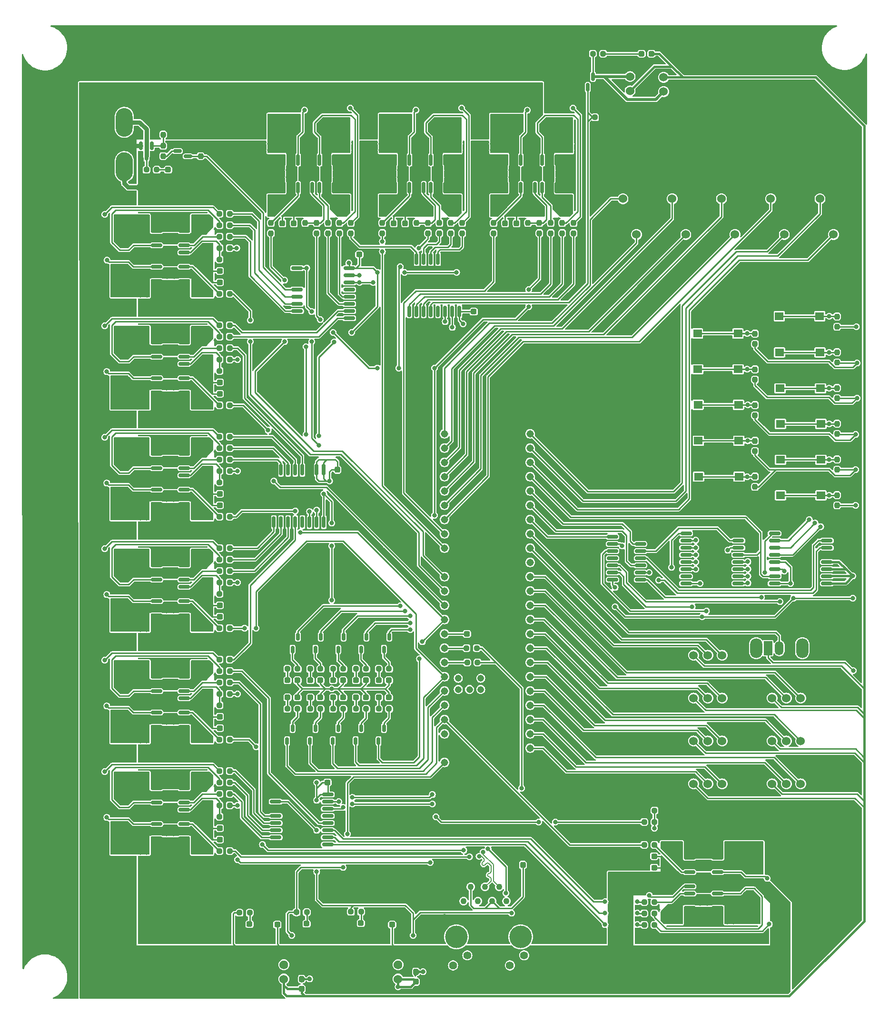
<source format=gtl>
G04 #@! TF.GenerationSoftware,KiCad,Pcbnew,7.0.7*
G04 #@! TF.CreationDate,2024-04-12T20:37:06-05:00*
G04 #@! TF.ProjectId,Armboard_Hardware,41726d62-6f61-4726-945f-486172647761,rev?*
G04 #@! TF.SameCoordinates,Original*
G04 #@! TF.FileFunction,Copper,L1,Top*
G04 #@! TF.FilePolarity,Positive*
%FSLAX46Y46*%
G04 Gerber Fmt 4.6, Leading zero omitted, Abs format (unit mm)*
G04 Created by KiCad (PCBNEW 7.0.7) date 2024-04-12 20:37:06*
%MOMM*%
%LPD*%
G01*
G04 APERTURE LIST*
G04 Aperture macros list*
%AMRoundRect*
0 Rectangle with rounded corners*
0 $1 Rounding radius*
0 $2 $3 $4 $5 $6 $7 $8 $9 X,Y pos of 4 corners*
0 Add a 4 corners polygon primitive as box body*
4,1,4,$2,$3,$4,$5,$6,$7,$8,$9,$2,$3,0*
0 Add four circle primitives for the rounded corners*
1,1,$1+$1,$2,$3*
1,1,$1+$1,$4,$5*
1,1,$1+$1,$6,$7*
1,1,$1+$1,$8,$9*
0 Add four rect primitives between the rounded corners*
20,1,$1+$1,$2,$3,$4,$5,0*
20,1,$1+$1,$4,$5,$6,$7,0*
20,1,$1+$1,$6,$7,$8,$9,0*
20,1,$1+$1,$8,$9,$2,$3,0*%
G04 Aperture macros list end*
G04 #@! TA.AperFunction,ComponentPad*
%ADD10C,1.524000*%
G04 #@! TD*
G04 #@! TA.AperFunction,SMDPad,CuDef*
%ADD11RoundRect,0.150000X-0.150000X0.512500X-0.150000X-0.512500X0.150000X-0.512500X0.150000X0.512500X0*%
G04 #@! TD*
G04 #@! TA.AperFunction,SMDPad,CuDef*
%ADD12RoundRect,0.237500X0.250000X0.237500X-0.250000X0.237500X-0.250000X-0.237500X0.250000X-0.237500X0*%
G04 #@! TD*
G04 #@! TA.AperFunction,SMDPad,CuDef*
%ADD13RoundRect,0.237500X-0.287500X-0.237500X0.287500X-0.237500X0.287500X0.237500X-0.287500X0.237500X0*%
G04 #@! TD*
G04 #@! TA.AperFunction,SMDPad,CuDef*
%ADD14RoundRect,0.150000X-0.825000X-0.150000X0.825000X-0.150000X0.825000X0.150000X-0.825000X0.150000X0*%
G04 #@! TD*
G04 #@! TA.AperFunction,SMDPad,CuDef*
%ADD15RoundRect,0.150000X-0.150000X0.875000X-0.150000X-0.875000X0.150000X-0.875000X0.150000X0.875000X0*%
G04 #@! TD*
G04 #@! TA.AperFunction,SMDPad,CuDef*
%ADD16RoundRect,0.237500X-0.250000X-0.237500X0.250000X-0.237500X0.250000X0.237500X-0.250000X0.237500X0*%
G04 #@! TD*
G04 #@! TA.AperFunction,SMDPad,CuDef*
%ADD17RoundRect,0.150000X-0.875000X-0.150000X0.875000X-0.150000X0.875000X0.150000X-0.875000X0.150000X0*%
G04 #@! TD*
G04 #@! TA.AperFunction,SMDPad,CuDef*
%ADD18RoundRect,0.237500X0.237500X-0.250000X0.237500X0.250000X-0.237500X0.250000X-0.237500X-0.250000X0*%
G04 #@! TD*
G04 #@! TA.AperFunction,SMDPad,CuDef*
%ADD19RoundRect,0.237500X-0.237500X0.250000X-0.237500X-0.250000X0.237500X-0.250000X0.237500X0.250000X0*%
G04 #@! TD*
G04 #@! TA.AperFunction,SMDPad,CuDef*
%ADD20RoundRect,0.237500X0.287500X0.237500X-0.287500X0.237500X-0.287500X-0.237500X0.287500X-0.237500X0*%
G04 #@! TD*
G04 #@! TA.AperFunction,SMDPad,CuDef*
%ADD21RoundRect,0.237500X-0.237500X0.300000X-0.237500X-0.300000X0.237500X-0.300000X0.237500X0.300000X0*%
G04 #@! TD*
G04 #@! TA.AperFunction,SMDPad,CuDef*
%ADD22RoundRect,0.237500X0.300000X0.237500X-0.300000X0.237500X-0.300000X-0.237500X0.300000X-0.237500X0*%
G04 #@! TD*
G04 #@! TA.AperFunction,SMDPad,CuDef*
%ADD23R,1.600000X1.400000*%
G04 #@! TD*
G04 #@! TA.AperFunction,SMDPad,CuDef*
%ADD24RoundRect,0.237500X0.237500X-0.300000X0.237500X0.300000X-0.237500X0.300000X-0.237500X-0.300000X0*%
G04 #@! TD*
G04 #@! TA.AperFunction,SMDPad,CuDef*
%ADD25RoundRect,0.150000X0.150000X-0.512500X0.150000X0.512500X-0.150000X0.512500X-0.150000X-0.512500X0*%
G04 #@! TD*
G04 #@! TA.AperFunction,ComponentPad*
%ADD26R,1.600000X1.600000*%
G04 #@! TD*
G04 #@! TA.AperFunction,ComponentPad*
%ADD27C,1.600000*%
G04 #@! TD*
G04 #@! TA.AperFunction,SMDPad,CuDef*
%ADD28RoundRect,0.150000X-0.150000X0.825000X-0.150000X-0.825000X0.150000X-0.825000X0.150000X0.825000X0*%
G04 #@! TD*
G04 #@! TA.AperFunction,ComponentPad*
%ADD29C,1.100000*%
G04 #@! TD*
G04 #@! TA.AperFunction,ComponentPad*
%ADD30C,1.400000*%
G04 #@! TD*
G04 #@! TA.AperFunction,ComponentPad*
%ADD31C,4.000000*%
G04 #@! TD*
G04 #@! TA.AperFunction,ComponentPad*
%ADD32C,2.000000*%
G04 #@! TD*
G04 #@! TA.AperFunction,SMDPad,CuDef*
%ADD33RoundRect,0.237500X-0.300000X-0.237500X0.300000X-0.237500X0.300000X0.237500X-0.300000X0.237500X0*%
G04 #@! TD*
G04 #@! TA.AperFunction,SMDPad,CuDef*
%ADD34RoundRect,0.150000X-0.150000X0.587500X-0.150000X-0.587500X0.150000X-0.587500X0.150000X0.587500X0*%
G04 #@! TD*
G04 #@! TA.AperFunction,ComponentPad*
%ADD35R,2.000000X2.000000*%
G04 #@! TD*
G04 #@! TA.AperFunction,SMDPad,CuDef*
%ADD36RoundRect,0.150000X0.875000X0.150000X-0.875000X0.150000X-0.875000X-0.150000X0.875000X-0.150000X0*%
G04 #@! TD*
G04 #@! TA.AperFunction,SMDPad,CuDef*
%ADD37RoundRect,0.150000X0.825000X0.150000X-0.825000X0.150000X-0.825000X-0.150000X0.825000X-0.150000X0*%
G04 #@! TD*
G04 #@! TA.AperFunction,ComponentPad*
%ADD38C,1.308000*%
G04 #@! TD*
G04 #@! TA.AperFunction,ComponentPad*
%ADD39C,1.208000*%
G04 #@! TD*
G04 #@! TA.AperFunction,ComponentPad*
%ADD40O,2.200000X3.500000*%
G04 #@! TD*
G04 #@! TA.AperFunction,ComponentPad*
%ADD41R,1.500000X2.500000*%
G04 #@! TD*
G04 #@! TA.AperFunction,ComponentPad*
%ADD42O,1.500000X2.500000*%
G04 #@! TD*
G04 #@! TA.AperFunction,SMDPad,CuDef*
%ADD43RoundRect,0.150000X0.587500X0.150000X-0.587500X0.150000X-0.587500X-0.150000X0.587500X-0.150000X0*%
G04 #@! TD*
G04 #@! TA.AperFunction,SMDPad,CuDef*
%ADD44RoundRect,0.150000X0.150000X-0.587500X0.150000X0.587500X-0.150000X0.587500X-0.150000X-0.587500X0*%
G04 #@! TD*
G04 #@! TA.AperFunction,ComponentPad*
%ADD45O,3.000000X5.100000*%
G04 #@! TD*
G04 #@! TA.AperFunction,ComponentPad*
%ADD46O,5.100000X3.000000*%
G04 #@! TD*
G04 #@! TA.AperFunction,ViaPad*
%ADD47C,0.800000*%
G04 #@! TD*
G04 #@! TA.AperFunction,Conductor*
%ADD48C,0.254000*%
G04 #@! TD*
G04 #@! TA.AperFunction,Conductor*
%ADD49C,0.762000*%
G04 #@! TD*
G04 #@! TA.AperFunction,Conductor*
%ADD50C,0.381000*%
G04 #@! TD*
G04 #@! TA.AperFunction,Conductor*
%ADD51C,0.250000*%
G04 #@! TD*
G04 #@! TA.AperFunction,Conductor*
%ADD52C,0.508000*%
G04 #@! TD*
G04 #@! TA.AperFunction,Conductor*
%ADD53C,0.200000*%
G04 #@! TD*
G04 APERTURE END LIST*
D10*
X138303000Y-148590000D03*
X140843000Y-148590000D03*
X143383000Y-148590000D03*
X145923000Y-148590000D03*
X145923000Y-148590000D03*
X148209000Y-58547000D03*
X145669000Y-58547000D03*
D11*
X70433000Y-130053500D03*
X68533000Y-130053500D03*
X69483000Y-132328500D03*
D12*
X58316500Y-134112000D03*
X56491500Y-134112000D03*
D11*
X82625000Y-130053500D03*
X80725000Y-130053500D03*
X81675000Y-132328500D03*
D13*
X68608000Y-140843000D03*
X70358000Y-140843000D03*
D14*
X45277000Y-97536000D03*
X45277000Y-98806000D03*
X45277000Y-100076000D03*
X45277000Y-101346000D03*
X45277000Y-102616000D03*
X45277000Y-103886000D03*
X45277000Y-105156000D03*
X45277000Y-106426000D03*
X50227000Y-106426000D03*
X50227000Y-105156000D03*
X50227000Y-103886000D03*
X50227000Y-102616000D03*
X50227000Y-101346000D03*
X50227000Y-100076000D03*
X50227000Y-98806000D03*
X50227000Y-97536000D03*
D15*
X75057000Y-100379000D03*
X73787000Y-100379000D03*
X72517000Y-100379000D03*
X71247000Y-100379000D03*
X69977000Y-100379000D03*
X68707000Y-100379000D03*
X67437000Y-100379000D03*
X66167000Y-100379000D03*
X66167000Y-109679000D03*
X67437000Y-109679000D03*
X68707000Y-109679000D03*
X69977000Y-109679000D03*
X71247000Y-109679000D03*
X72517000Y-109679000D03*
X73787000Y-109679000D03*
X75057000Y-109679000D03*
D16*
X56491500Y-60960000D03*
X58316500Y-60960000D03*
X68570500Y-135763000D03*
X70395500Y-135763000D03*
D17*
X70280000Y-64516000D03*
X70280000Y-65786000D03*
X70280000Y-67056000D03*
X70280000Y-68326000D03*
X70280000Y-69596000D03*
X70280000Y-70866000D03*
X70280000Y-72136000D03*
X70280000Y-73406000D03*
X79580000Y-73406000D03*
X79580000Y-72136000D03*
X79580000Y-70866000D03*
X79580000Y-69596000D03*
X79580000Y-68326000D03*
X79580000Y-67056000D03*
X79580000Y-65786000D03*
X79580000Y-64516000D03*
D13*
X70231500Y-181071000D03*
X71981500Y-181071000D03*
D16*
X132056500Y-167048000D03*
X133881500Y-167048000D03*
D10*
X163322000Y-52197000D03*
X165862000Y-52197000D03*
D13*
X72672000Y-140843000D03*
X74422000Y-140843000D03*
D14*
X45277000Y-137160000D03*
X45277000Y-138430000D03*
X45277000Y-139700000D03*
X45277000Y-140970000D03*
X45277000Y-142240000D03*
X45277000Y-143510000D03*
X45277000Y-144780000D03*
X45277000Y-146050000D03*
X50227000Y-146050000D03*
X50227000Y-144780000D03*
X50227000Y-143510000D03*
X50227000Y-142240000D03*
X50227000Y-140970000D03*
X50227000Y-139700000D03*
X50227000Y-138430000D03*
X50227000Y-137160000D03*
D18*
X166370000Y-81303500D03*
X166370000Y-79478500D03*
D16*
X84826500Y-135763000D03*
X86651500Y-135763000D03*
D12*
X133881500Y-162984000D03*
X132056500Y-162984000D03*
D16*
X132056500Y-179240000D03*
X133881500Y-179240000D03*
D19*
X71755000Y-56491500D03*
X71755000Y-58316500D03*
D10*
X165735000Y-58547000D03*
X163195000Y-58547000D03*
D14*
X45277000Y-156972000D03*
X45277000Y-158242000D03*
X45277000Y-159512000D03*
X45277000Y-160782000D03*
X45277000Y-162052000D03*
X45277000Y-163322000D03*
X45277000Y-164592000D03*
X45277000Y-165862000D03*
X50227000Y-165862000D03*
X50227000Y-164592000D03*
X50227000Y-163322000D03*
X50227000Y-162052000D03*
X50227000Y-160782000D03*
X50227000Y-159512000D03*
X50227000Y-158242000D03*
X50227000Y-156972000D03*
D10*
X156972000Y-58547000D03*
X154432000Y-58547000D03*
D12*
X102385500Y-134620000D03*
X100560500Y-134620000D03*
D10*
X138303000Y-156210000D03*
X140843000Y-156210000D03*
X143383000Y-156210000D03*
X145923000Y-156210000D03*
X145923000Y-156210000D03*
X67945000Y-185827500D03*
X67945000Y-188367500D03*
X67945000Y-190907500D03*
D20*
X49092500Y-47038500D03*
X47342500Y-47038500D03*
D16*
X80762500Y-135763000D03*
X82587500Y-135763000D03*
D13*
X80800000Y-140843000D03*
X82550000Y-140843000D03*
D19*
X111379000Y-56491500D03*
X111379000Y-58316500D03*
D21*
X77470000Y-100356500D03*
X77470000Y-102081500D03*
D22*
X58266500Y-106680000D03*
X56541500Y-106680000D03*
D23*
X156073000Y-70072000D03*
X163273000Y-70072000D03*
X156073000Y-73072000D03*
X163273000Y-73072000D03*
D24*
X91440000Y-191362500D03*
X91440000Y-189637500D03*
X89535000Y-58266500D03*
X89535000Y-56541500D03*
D16*
X60057500Y-179125500D03*
X61882500Y-179125500D03*
X56491500Y-122428000D03*
X58316500Y-122428000D03*
D18*
X105283000Y-58316500D03*
X105283000Y-56491500D03*
D13*
X131586000Y-26416000D03*
X133336000Y-26416000D03*
D22*
X58266500Y-65024000D03*
X56541500Y-65024000D03*
D12*
X58316500Y-114300000D03*
X56491500Y-114300000D03*
D25*
X76661000Y-148584500D03*
X78561000Y-148584500D03*
X77611000Y-146309500D03*
D24*
X69723000Y-58266500D03*
X69723000Y-56541500D03*
D18*
X166370000Y-106703500D03*
X166370000Y-104878500D03*
D11*
X86689000Y-130053500D03*
X84789000Y-130053500D03*
X85739000Y-132328500D03*
D12*
X58316500Y-54864000D03*
X56491500Y-54864000D03*
D26*
X32583000Y-131572000D03*
D27*
X29083000Y-131572000D03*
D12*
X124737500Y-26416000D03*
X122912500Y-26416000D03*
D22*
X58266500Y-164084000D03*
X56541500Y-164084000D03*
D18*
X79883000Y-58316500D03*
X79883000Y-56491500D03*
D16*
X80762500Y-142875000D03*
X82587500Y-142875000D03*
D25*
X68533000Y-148584500D03*
X70433000Y-148584500D03*
X69483000Y-146309500D03*
D12*
X58316500Y-56896000D03*
X56491500Y-56896000D03*
X58316500Y-69088000D03*
X56491500Y-69088000D03*
D13*
X84864000Y-137795000D03*
X86614000Y-137795000D03*
D24*
X109347000Y-58266500D03*
X109347000Y-56541500D03*
D23*
X141627000Y-85827000D03*
X148827000Y-85827000D03*
X141627000Y-88827000D03*
X148827000Y-88827000D03*
D16*
X123293500Y-37719000D03*
X125118500Y-37719000D03*
D23*
X141557000Y-79497000D03*
X148757000Y-79497000D03*
X141557000Y-82497000D03*
X148757000Y-82497000D03*
D13*
X84864000Y-140843000D03*
X86614000Y-140843000D03*
D12*
X133881500Y-160952000D03*
X132056500Y-160952000D03*
D18*
X53134500Y-44624000D03*
X53134500Y-42799000D03*
D11*
X74497000Y-130053500D03*
X72597000Y-130053500D03*
X73547000Y-132328500D03*
D18*
X151765000Y-103401500D03*
X151765000Y-101576500D03*
D28*
X96647000Y-45277000D03*
X95377000Y-45277000D03*
X94107000Y-45277000D03*
X92837000Y-45277000D03*
X91567000Y-45277000D03*
X90297000Y-45277000D03*
X89027000Y-45277000D03*
X87757000Y-45277000D03*
X87757000Y-50227000D03*
X89027000Y-50227000D03*
X90297000Y-50227000D03*
X91567000Y-50227000D03*
X92837000Y-50227000D03*
X94107000Y-50227000D03*
X95377000Y-50227000D03*
X96647000Y-50227000D03*
D23*
X141717000Y-98597000D03*
X148917000Y-98597000D03*
X141717000Y-101597000D03*
X148917000Y-101597000D03*
D11*
X78561000Y-130053500D03*
X76661000Y-130053500D03*
X77611000Y-132328500D03*
D25*
X84789000Y-148584500D03*
X86689000Y-148584500D03*
X85739000Y-146309500D03*
D17*
X66470000Y-158115000D03*
X66470000Y-159385000D03*
X66470000Y-160655000D03*
X66470000Y-161925000D03*
X66470000Y-163195000D03*
X66470000Y-164465000D03*
X66470000Y-165735000D03*
X66470000Y-167005000D03*
X75770000Y-167005000D03*
X75770000Y-165735000D03*
X75770000Y-164465000D03*
X75770000Y-163195000D03*
X75770000Y-161925000D03*
X75770000Y-160655000D03*
X75770000Y-159385000D03*
X75770000Y-158115000D03*
D12*
X58316500Y-78740000D03*
X56491500Y-78740000D03*
D22*
X58266500Y-67056000D03*
X56541500Y-67056000D03*
D12*
X58316500Y-116332000D03*
X56491500Y-116332000D03*
D22*
X58266500Y-104648000D03*
X56541500Y-104648000D03*
D12*
X58316500Y-148336000D03*
X56491500Y-148336000D03*
D16*
X56491500Y-102616000D03*
X58316500Y-102616000D03*
D18*
X65659000Y-58316500D03*
X65659000Y-56491500D03*
D29*
X99924000Y-177050000D03*
X101194000Y-174510000D03*
X102464000Y-177050000D03*
X103734000Y-174510000D03*
X105004000Y-177050000D03*
X106274000Y-174510000D03*
X107544000Y-177050000D03*
X108814000Y-174510000D03*
D30*
X98044000Y-188480000D03*
X100584000Y-186690000D03*
X108154000Y-188480000D03*
X110694000Y-186690000D03*
D31*
X98654000Y-183400000D03*
X110084000Y-183400000D03*
D32*
X96494000Y-180350000D03*
X112244000Y-180350000D03*
D33*
X132106500Y-169080000D03*
X133831500Y-169080000D03*
D25*
X80725000Y-148584500D03*
X82625000Y-148584500D03*
X81675000Y-146309500D03*
D16*
X79859500Y-178943000D03*
X81684500Y-178943000D03*
D19*
X46482000Y-38965500D03*
X46482000Y-40790500D03*
D12*
X58316500Y-96520000D03*
X56491500Y-96520000D03*
D15*
X99187000Y-62914000D03*
X97917000Y-62914000D03*
X96647000Y-62914000D03*
X95377000Y-62914000D03*
X94107000Y-62914000D03*
X92837000Y-62914000D03*
X91567000Y-62914000D03*
X90297000Y-62914000D03*
X90297000Y-72214000D03*
X91567000Y-72214000D03*
X92837000Y-72214000D03*
X94107000Y-72214000D03*
X95377000Y-72214000D03*
X96647000Y-72214000D03*
X97917000Y-72214000D03*
X99187000Y-72214000D03*
D12*
X102258500Y-132080000D03*
X100433500Y-132080000D03*
D22*
X58266500Y-146304000D03*
X56541500Y-146304000D03*
D13*
X76736000Y-137795000D03*
X78486000Y-137795000D03*
D22*
X58266500Y-126492000D03*
X56541500Y-126492000D03*
D18*
X151765000Y-84351500D03*
X151765000Y-82526500D03*
D10*
X152273000Y-148590000D03*
X154813000Y-148590000D03*
X157353000Y-148590000D03*
X159893000Y-148590000D03*
X159893000Y-148590000D03*
D12*
X58316500Y-76708000D03*
X56491500Y-76708000D03*
D18*
X151765000Y-90701500D03*
X151765000Y-88876500D03*
D13*
X60095000Y-181157500D03*
X61845000Y-181157500D03*
D16*
X56491500Y-162052000D03*
X58316500Y-162052000D03*
D24*
X71120000Y-192632500D03*
X71120000Y-190907500D03*
D16*
X56491500Y-140208000D03*
X58316500Y-140208000D03*
X43495000Y-47038500D03*
X45320000Y-47038500D03*
D19*
X113411000Y-56491500D03*
X113411000Y-58316500D03*
D18*
X115443000Y-58316500D03*
X115443000Y-56491500D03*
D33*
X101727000Y-72263000D03*
X103452000Y-72263000D03*
D22*
X81380500Y-62103000D03*
X79655500Y-62103000D03*
D13*
X68608000Y-137795000D03*
X70358000Y-137795000D03*
D10*
X135509000Y-30607000D03*
X135509000Y-33147000D03*
D16*
X56491500Y-82804000D03*
X58316500Y-82804000D03*
D34*
X44445000Y-42799000D03*
X42545000Y-42799000D03*
X43495000Y-44674000D03*
D12*
X58316500Y-108712000D03*
X56491500Y-108712000D03*
D10*
X139446000Y-58547000D03*
X136906000Y-58547000D03*
D35*
X32974677Y-151511000D03*
D32*
X27974677Y-151511000D03*
D26*
X32551380Y-91948000D03*
D27*
X30051380Y-91948000D03*
D23*
X156133000Y-76512000D03*
X163333000Y-76512000D03*
X156133000Y-79512000D03*
X163333000Y-79512000D03*
D25*
X72597000Y-148584500D03*
X74497000Y-148584500D03*
X73547000Y-146309500D03*
D18*
X166370000Y-100353500D03*
X166370000Y-98528500D03*
D22*
X87222500Y-181229000D03*
X85497500Y-181229000D03*
D23*
X156283000Y-89212000D03*
X163483000Y-89212000D03*
X156283000Y-92212000D03*
X163483000Y-92212000D03*
D18*
X99695000Y-58316500D03*
X99695000Y-56491500D03*
D19*
X93599000Y-56491500D03*
X93599000Y-58316500D03*
D14*
X45277000Y-117348000D03*
X45277000Y-118618000D03*
X45277000Y-119888000D03*
X45277000Y-121158000D03*
X45277000Y-122428000D03*
X45277000Y-123698000D03*
X45277000Y-124968000D03*
X45277000Y-126238000D03*
X50227000Y-126238000D03*
X50227000Y-124968000D03*
X50227000Y-123698000D03*
X50227000Y-122428000D03*
X50227000Y-121158000D03*
X50227000Y-119888000D03*
X50227000Y-118618000D03*
X50227000Y-117348000D03*
D16*
X72634500Y-142875000D03*
X74459500Y-142875000D03*
X84826500Y-142875000D03*
X86651500Y-142875000D03*
D18*
X119507000Y-58316500D03*
X119507000Y-56491500D03*
X95631000Y-58316500D03*
X95631000Y-56491500D03*
D10*
X152273000Y-140970000D03*
X154813000Y-140970000D03*
X157353000Y-140970000D03*
X159893000Y-140970000D03*
X159893000Y-140970000D03*
D18*
X151765000Y-97051500D03*
X151765000Y-95226500D03*
D19*
X46482000Y-42799000D03*
X46482000Y-44624000D03*
D22*
X58266500Y-144272000D03*
X56541500Y-144272000D03*
D10*
X137033000Y-52197000D03*
X139573000Y-52197000D03*
D16*
X70194000Y-179039000D03*
X72019000Y-179039000D03*
X56491500Y-80772000D03*
X58316500Y-80772000D03*
D18*
X97663000Y-58316500D03*
X97663000Y-56491500D03*
D36*
X164543000Y-120557000D03*
X164543000Y-119287000D03*
X164543000Y-118017000D03*
X164543000Y-116747000D03*
X164543000Y-115477000D03*
X164543000Y-114207000D03*
X164543000Y-112937000D03*
X164543000Y-111667000D03*
X155243000Y-111667000D03*
X155243000Y-112937000D03*
X155243000Y-114207000D03*
X155243000Y-115477000D03*
X155243000Y-116747000D03*
X155243000Y-118017000D03*
X155243000Y-119287000D03*
X155243000Y-120557000D03*
D12*
X58316500Y-88900000D03*
X56491500Y-88900000D03*
D37*
X131380000Y-119922000D03*
X131380000Y-118652000D03*
X131380000Y-117382000D03*
X131380000Y-116112000D03*
X131380000Y-114842000D03*
X131380000Y-113572000D03*
X131380000Y-112302000D03*
X126430000Y-112302000D03*
X126430000Y-113572000D03*
X126430000Y-114842000D03*
X126430000Y-116112000D03*
X126430000Y-117382000D03*
X126430000Y-118652000D03*
X126430000Y-119922000D03*
D10*
X145796000Y-52197000D03*
X148336000Y-52197000D03*
D22*
X58266500Y-84836000D03*
X56541500Y-84836000D03*
D26*
X32551380Y-111887000D03*
D27*
X30051380Y-111887000D03*
D16*
X132056500Y-177208000D03*
X133881500Y-177208000D03*
D12*
X58316500Y-58928000D03*
X56491500Y-58928000D03*
X58316500Y-157988000D03*
X56491500Y-157988000D03*
D18*
X166370000Y-74953500D03*
X166370000Y-73128500D03*
D23*
X156213000Y-82882000D03*
X163413000Y-82882000D03*
X156213000Y-85882000D03*
X163413000Y-85882000D03*
D12*
X58316500Y-74676000D03*
X56491500Y-74676000D03*
D16*
X56491500Y-142240000D03*
X58316500Y-142240000D03*
X56491500Y-120396000D03*
X58316500Y-120396000D03*
D33*
X75718500Y-155956000D03*
X77443500Y-155956000D03*
D10*
X88265000Y-185827500D03*
X88265000Y-188367500D03*
X88265000Y-190907500D03*
D23*
X156303000Y-95592000D03*
X163503000Y-95592000D03*
X156303000Y-98592000D03*
X163503000Y-98592000D03*
D24*
X87503000Y-58266500D03*
X87503000Y-56541500D03*
D28*
X116459000Y-45277000D03*
X115189000Y-45277000D03*
X113919000Y-45277000D03*
X112649000Y-45277000D03*
X111379000Y-45277000D03*
X110109000Y-45277000D03*
X108839000Y-45277000D03*
X107569000Y-45277000D03*
X107569000Y-50227000D03*
X108839000Y-50227000D03*
X110109000Y-50227000D03*
X111379000Y-50227000D03*
X112649000Y-50227000D03*
X113919000Y-50227000D03*
X115189000Y-50227000D03*
X116459000Y-50227000D03*
D22*
X58266500Y-124460000D03*
X56541500Y-124460000D03*
D12*
X58316500Y-153924000D03*
X56491500Y-153924000D03*
D33*
X132106500Y-171112000D03*
X133831500Y-171112000D03*
D38*
X111760000Y-149860000D03*
X111760000Y-147320000D03*
X111760000Y-144780000D03*
X111760000Y-142240000D03*
X111760000Y-116840000D03*
X96520000Y-147320000D03*
X111760000Y-139700000D03*
X111760000Y-137160000D03*
X111760000Y-134620000D03*
X111760000Y-132080000D03*
X111760000Y-129540000D03*
X111760000Y-127000000D03*
X111760000Y-124460000D03*
X111760000Y-121920000D03*
X111760000Y-119380000D03*
X96520000Y-119380000D03*
X96520000Y-121920000D03*
X96520000Y-124460000D03*
X96520000Y-127000000D03*
X96520000Y-129540000D03*
X96520000Y-132080000D03*
X96520000Y-134620000D03*
X96520000Y-137160000D03*
X96520000Y-139700000D03*
X96520000Y-142240000D03*
X96520000Y-144780000D03*
X111760000Y-114300000D03*
X111760000Y-111760000D03*
X111760000Y-109220000D03*
X111760000Y-106680000D03*
X111760000Y-104140000D03*
X111760000Y-101600000D03*
X111760000Y-99060000D03*
X111760000Y-96520000D03*
X111760000Y-93980000D03*
X96520000Y-93980000D03*
X96520000Y-96520000D03*
X96520000Y-99060000D03*
X96520000Y-101600000D03*
X96520000Y-104140000D03*
X96520000Y-106680000D03*
X96520000Y-109220000D03*
X96520000Y-111760000D03*
X96520000Y-114300000D03*
X111760000Y-152400000D03*
X96520000Y-116840000D03*
X96520000Y-149860000D03*
D39*
X100970000Y-137430000D03*
X100970000Y-139430000D03*
X98970000Y-139430000D03*
X98970000Y-137430000D03*
X102970000Y-137430000D03*
X102970000Y-139430000D03*
D38*
X96520000Y-152400000D03*
D12*
X58316500Y-138176000D03*
X56491500Y-138176000D03*
D23*
X141527000Y-73137000D03*
X148727000Y-73137000D03*
X141527000Y-76137000D03*
X148727000Y-76137000D03*
D16*
X68570500Y-142875000D03*
X70395500Y-142875000D03*
D14*
X45277000Y-77724000D03*
X45277000Y-78994000D03*
X45277000Y-80264000D03*
X45277000Y-81534000D03*
X45277000Y-82804000D03*
X45277000Y-84074000D03*
X45277000Y-85344000D03*
X45277000Y-86614000D03*
X50227000Y-86614000D03*
X50227000Y-85344000D03*
X50227000Y-84074000D03*
X50227000Y-82804000D03*
X50227000Y-81534000D03*
X50227000Y-80264000D03*
X50227000Y-78994000D03*
X50227000Y-77724000D03*
D19*
X73787000Y-56491500D03*
X73787000Y-58316500D03*
D12*
X58316500Y-94488000D03*
X56491500Y-94488000D03*
D10*
X152273000Y-156210000D03*
X154813000Y-156210000D03*
X157353000Y-156210000D03*
X159893000Y-156210000D03*
X159893000Y-156210000D03*
D37*
X145096000Y-178224000D03*
X145096000Y-176954000D03*
X145096000Y-175684000D03*
X145096000Y-174414000D03*
X145096000Y-173144000D03*
X145096000Y-171874000D03*
X145096000Y-170604000D03*
X145096000Y-169334000D03*
X140146000Y-169334000D03*
X140146000Y-170604000D03*
X140146000Y-171874000D03*
X140146000Y-173144000D03*
X140146000Y-174414000D03*
X140146000Y-175684000D03*
X140146000Y-176954000D03*
X140146000Y-178224000D03*
D10*
X128270000Y-52197000D03*
X130810000Y-52197000D03*
D24*
X110465000Y-170622000D03*
X110465000Y-168897000D03*
D40*
X151983000Y-132080000D03*
X160183000Y-132080000D03*
D41*
X154083000Y-132080000D03*
D42*
X156083000Y-132080000D03*
X158083000Y-132080000D03*
D12*
X58316500Y-118364000D03*
X56491500Y-118364000D03*
D13*
X72672000Y-137795000D03*
X74422000Y-137795000D03*
D16*
X76698500Y-142875000D03*
X78523500Y-142875000D03*
D13*
X80800000Y-137795000D03*
X82550000Y-137795000D03*
X76736000Y-140843000D03*
X78486000Y-140843000D03*
D12*
X58316500Y-128524000D03*
X56491500Y-128524000D03*
D10*
X138303000Y-133350000D03*
X140843000Y-133350000D03*
X143383000Y-133350000D03*
X145923000Y-133350000D03*
X145923000Y-133350000D03*
D23*
X141687000Y-92217000D03*
X148887000Y-92217000D03*
X141687000Y-95217000D03*
X148887000Y-95217000D03*
D18*
X151765000Y-78001500D03*
X151765000Y-76176500D03*
D12*
X58316500Y-155956000D03*
X56491500Y-155956000D03*
D18*
X166370000Y-87653500D03*
X166370000Y-85828500D03*
D16*
X72634500Y-135763000D03*
X74459500Y-135763000D03*
X56491500Y-62992000D03*
X58316500Y-62992000D03*
D12*
X58316500Y-98552000D03*
X56491500Y-98552000D03*
D10*
X130683000Y-58547000D03*
X128143000Y-58547000D03*
D23*
X156293000Y-101912000D03*
X163493000Y-101912000D03*
X156293000Y-104912000D03*
X163493000Y-104912000D03*
D12*
X58316500Y-136144000D03*
X56491500Y-136144000D03*
D24*
X107315000Y-58266500D03*
X107315000Y-56541500D03*
D22*
X58266500Y-166116000D03*
X56541500Y-166116000D03*
D33*
X100510000Y-129540000D03*
X102235000Y-129540000D03*
D13*
X79897000Y-180975000D03*
X81647000Y-180975000D03*
D10*
X129540000Y-33020000D03*
X129540000Y-30480000D03*
D22*
X58266500Y-86868000D03*
X56541500Y-86868000D03*
D16*
X132056500Y-181272000D03*
X133881500Y-181272000D03*
D18*
X77851000Y-58316500D03*
X77851000Y-56491500D03*
D16*
X76698500Y-135763000D03*
X78523500Y-135763000D03*
D43*
X50897000Y-44661500D03*
X50897000Y-42761500D03*
X49022000Y-43711500D03*
D14*
X45277000Y-57912000D03*
X45277000Y-59182000D03*
X45277000Y-60452000D03*
X45277000Y-61722000D03*
X45277000Y-62992000D03*
X45277000Y-64262000D03*
X45277000Y-65532000D03*
X45277000Y-66802000D03*
X50227000Y-66802000D03*
X50227000Y-65532000D03*
X50227000Y-64262000D03*
X50227000Y-62992000D03*
X50227000Y-61722000D03*
X50227000Y-60452000D03*
X50227000Y-59182000D03*
X50227000Y-57912000D03*
D18*
X166370000Y-94003500D03*
X166370000Y-92178500D03*
X117475000Y-58316500D03*
X117475000Y-56491500D03*
D19*
X91567000Y-56491500D03*
X91567000Y-58316500D03*
D44*
X121986000Y-32355000D03*
X123886000Y-32355000D03*
X122936000Y-30480000D03*
D28*
X76835000Y-45277000D03*
X75565000Y-45277000D03*
X74295000Y-45277000D03*
X73025000Y-45277000D03*
X71755000Y-45277000D03*
X70485000Y-45277000D03*
X69215000Y-45277000D03*
X67945000Y-45277000D03*
X67945000Y-50227000D03*
X69215000Y-50227000D03*
X70485000Y-50227000D03*
X71755000Y-50227000D03*
X73025000Y-50227000D03*
X74295000Y-50227000D03*
X75565000Y-50227000D03*
X76835000Y-50227000D03*
D24*
X67691000Y-58266500D03*
X67691000Y-56541500D03*
D10*
X138303000Y-140970000D03*
X140843000Y-140970000D03*
X143383000Y-140970000D03*
X145923000Y-140970000D03*
X145923000Y-140970000D03*
D22*
X66775500Y-181229000D03*
X65050500Y-181229000D03*
D36*
X148795000Y-120557000D03*
X148795000Y-119287000D03*
X148795000Y-118017000D03*
X148795000Y-116747000D03*
X148795000Y-115477000D03*
X148795000Y-114207000D03*
X148795000Y-112937000D03*
X148795000Y-111667000D03*
X139495000Y-111667000D03*
X139495000Y-112937000D03*
X139495000Y-114207000D03*
X139495000Y-115477000D03*
X139495000Y-116747000D03*
X139495000Y-118017000D03*
X139495000Y-119287000D03*
X139495000Y-120557000D03*
D12*
X58316500Y-168148000D03*
X56491500Y-168148000D03*
D10*
X154559000Y-52197000D03*
X157099000Y-52197000D03*
D18*
X75819000Y-58316500D03*
X75819000Y-56491500D03*
D16*
X56491500Y-160020000D03*
X58316500Y-160020000D03*
X56491500Y-100584000D03*
X58316500Y-100584000D03*
D18*
X85471000Y-58316500D03*
X85471000Y-56491500D03*
D45*
X39559200Y-46482000D03*
X39559200Y-38608000D03*
D46*
X108034000Y-39559200D03*
X115908000Y-39559200D03*
X45593000Y-176213800D03*
X37719000Y-176213800D03*
X88222000Y-39559200D03*
X96096000Y-39559200D03*
D45*
X39559200Y-66294000D03*
X39559200Y-58420000D03*
X39559200Y-125730000D03*
X39559200Y-117856000D03*
X39559200Y-165397000D03*
X39559200Y-157523000D03*
X39559200Y-105918000D03*
X39559200Y-98044000D03*
X39559200Y-86106000D03*
X39559200Y-78232000D03*
D46*
X68410000Y-39559200D03*
X76284000Y-39559200D03*
D45*
X39559200Y-145542000D03*
X39559200Y-137668000D03*
X150813800Y-169799000D03*
X150813800Y-177673000D03*
D47*
X141097000Y-166540000D03*
X46228000Y-148844000D03*
X97917000Y-155448000D03*
X139573000Y-166540000D03*
X47752000Y-96266000D03*
X47752000Y-134366000D03*
X46228000Y-168656000D03*
X50800000Y-134366000D03*
X84963000Y-47752000D03*
X149225000Y-110236000D03*
X131572000Y-94234000D03*
X127000000Y-160655000D03*
X101092000Y-109474000D03*
X104775000Y-50813513D03*
X78105000Y-49276000D03*
X115316000Y-73533000D03*
X119253000Y-50813513D03*
X46228000Y-129032000D03*
X68961000Y-74422000D03*
X86741000Y-156718000D03*
X44704000Y-94742000D03*
X90932000Y-175006000D03*
X112776000Y-71374000D03*
X47752000Y-114554000D03*
X50800000Y-148844000D03*
X49276000Y-134366000D03*
X106172000Y-94234000D03*
X84074000Y-73787000D03*
X50800000Y-154178000D03*
X110490000Y-73533000D03*
X49276000Y-114554000D03*
X75692000Y-175006000D03*
X86360000Y-180086000D03*
X46228000Y-116078000D03*
X50800000Y-109220000D03*
X111760000Y-155575000D03*
X132080000Y-155575000D03*
X47752000Y-129032000D03*
X47752000Y-147320000D03*
X142621000Y-166540000D03*
X46228000Y-89408000D03*
X68834000Y-86233000D03*
X121920000Y-160655000D03*
X78994000Y-123444000D03*
X106172000Y-109474000D03*
X46251500Y-56642000D03*
X106172000Y-114554000D03*
X66929000Y-177419000D03*
X91821000Y-165100000D03*
X46228000Y-76454000D03*
X141097000Y-168064000D03*
X79629000Y-50800000D03*
X63754000Y-86233000D03*
X50800000Y-114554000D03*
X101092000Y-119634000D03*
X106299000Y-49289513D03*
X106172000Y-124714000D03*
X78105000Y-46228000D03*
X44704000Y-114554000D03*
X47752000Y-89408000D03*
X44704000Y-154178000D03*
X46228000Y-74930000D03*
X56769000Y-177419000D03*
X47752000Y-168656000D03*
X119253000Y-46241513D03*
X79629000Y-44704000D03*
X46228000Y-107696000D03*
X49276000Y-154178000D03*
X145161000Y-125095000D03*
X47752000Y-154178000D03*
X47752000Y-109220000D03*
X44704000Y-109220000D03*
X86741000Y-165100000D03*
X84074000Y-123444000D03*
X99441000Y-50800000D03*
X84074000Y-120904000D03*
X44704000Y-89408000D03*
X81534000Y-123444000D03*
X86487000Y-47752000D03*
X119253000Y-49289513D03*
X121920000Y-155575000D03*
X131572000Y-78994000D03*
X49276000Y-109220000D03*
X127000000Y-155575000D03*
X116332000Y-89154000D03*
X144145000Y-179494000D03*
X142621000Y-179494000D03*
X50800000Y-74930000D03*
X117729000Y-46241513D03*
X65151000Y-46228000D03*
X79629000Y-46228000D03*
X104775000Y-46241513D03*
X46228000Y-167132000D03*
X81534000Y-118364000D03*
X106299000Y-47765513D03*
X126492000Y-78994000D03*
X131572000Y-99314000D03*
X46251500Y-69596000D03*
X80772000Y-175006000D03*
X121412000Y-84074000D03*
X121412000Y-89154000D03*
X131572000Y-89154000D03*
X66294000Y-83185000D03*
X84963000Y-46228000D03*
X126492000Y-94234000D03*
X66675000Y-47752000D03*
X46251500Y-68072000D03*
X84963000Y-44704000D03*
X79629000Y-49276000D03*
X49299500Y-56642000D03*
X119253000Y-47765513D03*
X111252000Y-89154000D03*
X96012000Y-175006000D03*
X50800000Y-129032000D03*
X47752000Y-116078000D03*
X139573000Y-181018000D03*
X47775500Y-68072000D03*
X75692000Y-180086000D03*
X106172000Y-84074000D03*
X78105000Y-47752000D03*
X78994000Y-120904000D03*
X63373000Y-77597000D03*
X116840000Y-160655000D03*
X116332000Y-84074000D03*
X46228000Y-135890000D03*
X126492000Y-89154000D03*
X49276000Y-129032000D03*
X49276000Y-89408000D03*
X66675000Y-49276000D03*
X97917000Y-49276000D03*
X49276000Y-155702000D03*
X65913000Y-77597000D03*
X47752000Y-87884000D03*
X99441000Y-47752000D03*
X97917000Y-47752000D03*
X104775000Y-44717513D03*
X136652000Y-89154000D03*
X46228000Y-96266000D03*
X47752000Y-76454000D03*
X65151000Y-50800000D03*
X47752000Y-127508000D03*
X106299000Y-46241513D03*
X100203000Y-170688000D03*
X49276000Y-96266000D03*
X44704000Y-74930000D03*
X50800000Y-89408000D03*
X101092000Y-124714000D03*
X47752000Y-94742000D03*
X49276000Y-127508000D03*
X44704000Y-168656000D03*
X86487000Y-46228000D03*
X49276000Y-107696000D03*
X61849000Y-172339000D03*
X145669000Y-166540000D03*
X99441000Y-49276000D03*
X44704000Y-129032000D03*
X111252000Y-84074000D03*
X142621000Y-181018000D03*
X65151000Y-44704000D03*
X47752000Y-74930000D03*
X49276000Y-147320000D03*
X46228000Y-109220000D03*
X46228000Y-87884000D03*
X68834000Y-80137000D03*
X49276000Y-74930000D03*
X116840000Y-155575000D03*
X50800000Y-94742000D03*
X91821000Y-160782000D03*
X47775500Y-55118000D03*
X121412000Y-94234000D03*
X150114000Y-125095000D03*
X101092000Y-114554000D03*
X97917000Y-46228000D03*
X136652000Y-84074000D03*
X136652000Y-94234000D03*
X49299500Y-68072000D03*
X111252000Y-78994000D03*
X78994000Y-118364000D03*
X72517000Y-190881000D03*
X49276000Y-148844000D03*
X137160000Y-184150000D03*
X117729000Y-49289513D03*
X86487000Y-49276000D03*
X144145000Y-168064000D03*
X47752000Y-148844000D03*
X46228000Y-94742000D03*
X117729000Y-47765513D03*
X63754000Y-83185000D03*
X49276000Y-135890000D03*
X68834000Y-89281000D03*
X50823500Y-55118000D03*
X49276000Y-76454000D03*
X49276000Y-167132000D03*
X154940000Y-125095000D03*
X136652000Y-99314000D03*
X106172000Y-99314000D03*
X49299500Y-55118000D03*
X84963000Y-50800000D03*
X44704000Y-134366000D03*
X81661000Y-160782000D03*
X46251500Y-55118000D03*
X50823500Y-69596000D03*
X126492000Y-84074000D03*
X117348000Y-71374000D03*
X47752000Y-135890000D03*
X107823000Y-165100000D03*
X81661000Y-156718000D03*
X66929000Y-172339000D03*
X47752000Y-167132000D03*
X50800000Y-168656000D03*
X70993000Y-74422000D03*
X65151000Y-47752000D03*
X131380000Y-111032000D03*
X49299500Y-69596000D03*
X86741000Y-160782000D03*
X44727500Y-55118000D03*
X106172000Y-104394000D03*
X121412000Y-99314000D03*
X116332000Y-78994000D03*
X79629000Y-47752000D03*
X84963000Y-49276000D03*
X49276000Y-168656000D03*
X44727500Y-69596000D03*
X47752000Y-107696000D03*
X78994000Y-115316000D03*
X65151000Y-49276000D03*
X49276000Y-116078000D03*
X96901000Y-165100000D03*
X126492000Y-99314000D03*
X104775000Y-47765513D03*
X119253000Y-44717513D03*
X46228000Y-114554000D03*
X142621000Y-168064000D03*
X116332000Y-94234000D03*
X46228000Y-154178000D03*
X72009000Y-172212000D03*
X152400000Y-184150000D03*
X72009000Y-177419000D03*
X49276000Y-94742000D03*
X47775500Y-69596000D03*
X63373000Y-80772000D03*
X99441000Y-46228000D03*
X142240000Y-184150000D03*
X136652000Y-78994000D03*
X91821000Y-156718000D03*
X132080000Y-184150000D03*
X144145000Y-166540000D03*
X121412000Y-78994000D03*
X47775500Y-56642000D03*
X81661000Y-165100000D03*
X46228000Y-147320000D03*
X66294000Y-86233000D03*
X68834000Y-83185000D03*
X99441000Y-44704000D03*
X97917000Y-160528000D03*
X56769000Y-172339000D03*
X131572000Y-84074000D03*
X141097000Y-179494000D03*
X61849000Y-177419000D03*
X86868000Y-72898000D03*
X46228000Y-155702000D03*
X47752000Y-155702000D03*
X147320000Y-184150000D03*
X106172000Y-89154000D03*
X66675000Y-46228000D03*
X104775000Y-49289513D03*
X46228000Y-127508000D03*
X44704000Y-148844000D03*
X92710000Y-189611000D03*
X145669000Y-181018000D03*
X49276000Y-87884000D03*
X106172000Y-129794000D03*
X106172000Y-119634000D03*
X46228000Y-134366000D03*
X85852000Y-175006000D03*
X86614000Y-123444000D03*
X78486000Y-171069000D03*
X79248000Y-165100000D03*
X69342000Y-183134000D03*
X73025000Y-47752000D03*
X91186000Y-41656000D03*
X91186000Y-43561000D03*
X47752000Y-81534000D03*
X41656000Y-122809000D03*
X54229000Y-100711000D03*
X41679500Y-61341000D03*
X54229000Y-82804000D03*
X54229000Y-124333000D03*
X54229000Y-84709000D03*
X43561000Y-142621000D03*
X43561000Y-83185000D03*
X91567000Y-54229000D03*
X47752000Y-140970000D03*
X41656000Y-162433000D03*
X52324000Y-102616000D03*
X47752000Y-102616000D03*
X43561000Y-162433000D03*
X47775500Y-61722000D03*
X52324000Y-142240000D03*
X41656000Y-120777000D03*
X73406000Y-43561000D03*
X43561000Y-81153000D03*
X54252500Y-62992000D03*
X43584500Y-61341000D03*
X54229000Y-140335000D03*
X111379000Y-54242513D03*
X41656000Y-140589000D03*
X52324000Y-82804000D03*
X54229000Y-80899000D03*
X54229000Y-160147000D03*
X41656000Y-142621000D03*
X47752000Y-122428000D03*
X54229000Y-163957000D03*
X43561000Y-102997000D03*
X71374000Y-41656000D03*
X54252500Y-61087000D03*
X52347500Y-62992000D03*
X91567000Y-47752000D03*
X43561000Y-100965000D03*
X71755000Y-47752000D03*
X43561000Y-120777000D03*
X47752000Y-162052000D03*
X113030000Y-41669513D03*
X54229000Y-104521000D03*
X71755000Y-52324000D03*
X91567000Y-52324000D03*
X54229000Y-162052000D03*
X47752000Y-121158000D03*
X93218000Y-41656000D03*
X92837000Y-47752000D03*
X54252500Y-64897000D03*
X113030000Y-43574513D03*
X47752000Y-101346000D03*
X89662000Y-54229000D03*
X41656000Y-81153000D03*
X54229000Y-102616000D03*
X41656000Y-160401000D03*
X110998000Y-43574513D03*
X43561000Y-160401000D03*
X52324000Y-162052000D03*
X54229000Y-120523000D03*
X41656000Y-83185000D03*
X73406000Y-41656000D03*
X43561000Y-140589000D03*
X47775500Y-62992000D03*
X41679500Y-63373000D03*
X47752000Y-142240000D03*
X54229000Y-144145000D03*
X41656000Y-102997000D03*
X47752000Y-160782000D03*
X71755000Y-54229000D03*
X93472000Y-54229000D03*
X111379000Y-52337513D03*
X47752000Y-82804000D03*
X109474000Y-54242513D03*
X93218000Y-43561000D03*
X41656000Y-100965000D03*
X111379000Y-47765513D03*
X73660000Y-54229000D03*
X112649000Y-47765513D03*
X113284000Y-54242513D03*
X110998000Y-41669513D03*
X54229000Y-142240000D03*
X43584500Y-63373000D03*
X69850000Y-54229000D03*
X54229000Y-122428000D03*
X52324000Y-122428000D03*
X43561000Y-122809000D03*
X71374000Y-43561000D03*
X98679000Y-65278000D03*
X169926000Y-87630000D03*
X73787000Y-164465000D03*
X90932000Y-183134000D03*
X80010000Y-75946000D03*
X126873000Y-124714000D03*
X89408000Y-65278000D03*
X84582000Y-65278000D03*
X99822000Y-74422000D03*
X110236000Y-156972000D03*
X73787000Y-171831000D03*
X76454000Y-139319000D03*
X73787000Y-155956000D03*
X169164000Y-119253000D03*
X72898000Y-77597000D03*
X126873000Y-121285000D03*
X158081000Y-120557000D03*
X169799000Y-74930000D03*
X169672000Y-94107000D03*
X75057000Y-104648000D03*
X76454000Y-109855000D03*
X169926000Y-81407000D03*
X158623000Y-123190000D03*
X88265000Y-192278000D03*
X76454000Y-123571000D03*
X72898000Y-72263000D03*
X108458000Y-179197000D03*
X72009000Y-64516000D03*
X74168000Y-96012000D03*
X169672000Y-106680000D03*
X76454000Y-113919000D03*
X169164000Y-123190000D03*
X76073000Y-102362000D03*
X79502000Y-63627000D03*
X73787000Y-159131000D03*
X141986000Y-120557000D03*
X169672000Y-100330000D03*
X142367000Y-126492000D03*
X169227500Y-136080500D03*
X74422000Y-73660000D03*
X59690000Y-100584000D03*
X111506000Y-71374000D03*
X94742000Y-108458000D03*
X93980000Y-170180000D03*
X59690000Y-160020000D03*
X111506000Y-68326000D03*
X59690000Y-169672000D03*
X59690000Y-80772000D03*
X94742000Y-82296000D03*
X88646000Y-64262000D03*
X94996000Y-162052000D03*
X91948000Y-60960000D03*
X59563000Y-60960000D03*
X59690000Y-120396000D03*
X84582000Y-82296000D03*
X59690000Y-140208000D03*
X116248000Y-162984000D03*
X88392000Y-82296000D03*
X113284000Y-162984000D03*
X76708000Y-75946000D03*
X104267000Y-167767000D03*
X107442000Y-175641000D03*
X102668434Y-169069898D03*
X103410898Y-168327434D03*
X150368000Y-82497000D03*
X141224000Y-114207000D03*
X141224000Y-115477000D03*
X150495000Y-88827000D03*
X150495000Y-95217000D03*
X141224000Y-116747000D03*
X141224000Y-112903000D03*
X150368000Y-76137000D03*
X150368000Y-101597000D03*
X150495000Y-116713000D03*
X150495000Y-118017000D03*
X164973000Y-73072000D03*
X150495000Y-119287000D03*
X164973000Y-79512000D03*
X164973000Y-85882000D03*
X150495000Y-120523000D03*
X164973000Y-92212000D03*
X161417000Y-109220000D03*
X164973000Y-98592000D03*
X162433000Y-109855000D03*
X164973000Y-104912000D03*
X163449000Y-110490000D03*
X96647000Y-74041000D03*
X94361000Y-159766000D03*
X81407000Y-67056000D03*
X71882000Y-94107000D03*
X80137000Y-159766000D03*
X78486000Y-160401000D03*
X72517000Y-107823000D03*
X83820000Y-67056000D03*
X71882000Y-78486000D03*
X80137000Y-158623000D03*
X73787000Y-107569000D03*
X94361000Y-158115000D03*
X74168000Y-94361000D03*
X81407000Y-65786000D03*
X76898500Y-77660500D03*
X97917000Y-75057000D03*
X77724000Y-159385000D03*
X54737000Y-89027000D03*
X48387000Y-85852000D03*
X43561000Y-85344000D03*
X43561000Y-89154000D03*
X47117000Y-85852000D03*
X42418000Y-89154000D03*
X48387000Y-84836000D03*
X53467000Y-87122000D03*
X52070000Y-89027000D03*
X47117000Y-84836000D03*
X43561000Y-87884000D03*
X52070000Y-75565000D03*
X47117000Y-79502000D03*
X48387000Y-78486000D03*
X48387000Y-79502000D03*
X47117000Y-78486000D03*
X42418000Y-75184000D03*
X43561000Y-76454000D03*
X43561000Y-78994000D03*
X53340000Y-77470000D03*
X54737000Y-75565000D03*
X43561000Y-75184000D03*
X43584500Y-69342000D03*
X52093500Y-69215000D03*
X43584500Y-65532000D03*
X54760500Y-69215000D03*
X48410500Y-66040000D03*
X48410500Y-65024000D03*
X47140500Y-65024000D03*
X53490500Y-67310000D03*
X43584500Y-68072000D03*
X42441500Y-69342000D03*
X47140500Y-66040000D03*
X152908000Y-123063000D03*
X153543000Y-118618000D03*
X132935000Y-118652000D03*
X136906000Y-117729000D03*
X128143000Y-113919000D03*
X134620000Y-120015000D03*
X146939000Y-114681000D03*
X143129000Y-125476000D03*
X156972000Y-118364000D03*
X156210000Y-123825000D03*
X140589000Y-124714000D03*
X141224000Y-118017000D03*
X43584500Y-55372000D03*
X52093500Y-55753000D03*
X48410500Y-59690000D03*
X42441500Y-55372000D03*
X47140500Y-59690000D03*
X43584500Y-59182000D03*
X53363500Y-57658000D03*
X48410500Y-58674000D03*
X43584500Y-56642000D03*
X54760500Y-55753000D03*
X47140500Y-58674000D03*
X105156000Y-54750513D03*
X108331000Y-48400513D03*
X105029000Y-43574513D03*
X107061000Y-53480513D03*
X109347000Y-47130513D03*
X105156000Y-52083513D03*
X108331000Y-47130513D03*
X106299000Y-43574513D03*
X105029000Y-42431513D03*
X108839000Y-43574513D03*
X109347000Y-48400513D03*
X115189000Y-43574513D03*
X117729000Y-43574513D03*
X116713000Y-53353513D03*
X118999000Y-42431513D03*
X115697000Y-47130513D03*
X115697000Y-48400513D03*
X118618000Y-52083513D03*
X114681000Y-47130513D03*
X118999000Y-43574513D03*
X114681000Y-48400513D03*
X118618000Y-54750513D03*
X85344000Y-54737000D03*
X88519000Y-48387000D03*
X86487000Y-43561000D03*
X89535000Y-47117000D03*
X89027000Y-43561000D03*
X85217000Y-43561000D03*
X89535000Y-48387000D03*
X87249000Y-53467000D03*
X88519000Y-47117000D03*
X85344000Y-52070000D03*
X85217000Y-42418000D03*
X94869000Y-48387000D03*
X95885000Y-47117000D03*
X99187000Y-43561000D03*
X94869000Y-47117000D03*
X98806000Y-54737000D03*
X96901000Y-53340000D03*
X98806000Y-52070000D03*
X95377000Y-43561000D03*
X95885000Y-48387000D03*
X97917000Y-43561000D03*
X99187000Y-42418000D03*
X138303000Y-166921000D03*
X136906000Y-168826000D03*
X135636000Y-166921000D03*
X143256000Y-171112000D03*
X147955000Y-166794000D03*
X146812000Y-170604000D03*
X146812000Y-166794000D03*
X146812000Y-168064000D03*
X141986000Y-171112000D03*
X143256000Y-170096000D03*
X141986000Y-170096000D03*
X146812000Y-176954000D03*
X146812000Y-179494000D03*
X135636000Y-180383000D03*
X138303000Y-180383000D03*
X141986000Y-176446000D03*
X146812000Y-180764000D03*
X147955000Y-180764000D03*
X141986000Y-177462000D03*
X137033000Y-178478000D03*
X143256000Y-177462000D03*
X143256000Y-176446000D03*
X48387000Y-144272000D03*
X43561000Y-144780000D03*
X42418000Y-148590000D03*
X52070000Y-148463000D03*
X47117000Y-144272000D03*
X43561000Y-147320000D03*
X47117000Y-145288000D03*
X54737000Y-148463000D03*
X48387000Y-145288000D03*
X43561000Y-148590000D03*
X53467000Y-146558000D03*
X65151000Y-93345000D03*
X66167000Y-102362000D03*
X90424000Y-128778000D03*
X61976000Y-77597000D03*
X61976000Y-73787000D03*
X90424000Y-127635000D03*
X88646000Y-124587000D03*
X85471000Y-61595000D03*
X89535000Y-125476000D03*
X85471000Y-59817000D03*
X100965000Y-169164000D03*
X99949000Y-168021000D03*
X62992000Y-149606000D03*
X64135000Y-167005000D03*
X62992000Y-128524000D03*
X60960000Y-128524000D03*
X90424000Y-126365000D03*
X68072000Y-77597000D03*
X68072000Y-66675000D03*
X70866000Y-111506000D03*
X92075000Y-133985000D03*
X69977000Y-107696000D03*
X92583000Y-130937000D03*
X36068000Y-74799474D03*
X36449000Y-82931000D03*
X36472500Y-63119000D03*
X36091500Y-54987474D03*
X119383526Y-36081513D03*
X111252000Y-36462513D03*
X91440000Y-36449000D03*
X99571526Y-36068000D03*
X130810000Y-179197000D03*
X125095000Y-179197000D03*
X125095000Y-181229000D03*
X130810000Y-181229000D03*
X153924000Y-173017000D03*
X154305000Y-181148526D03*
X130810000Y-177165000D03*
X125095000Y-177165000D03*
X36068000Y-134235474D03*
X36449000Y-142367000D03*
X132969000Y-176022000D03*
X133858000Y-164084000D03*
X36449000Y-162179000D03*
X36068000Y-154047474D03*
X36068000Y-114423474D03*
X36449000Y-122555000D03*
X79759526Y-36068000D03*
X71628000Y-36449000D03*
X36068000Y-94611474D03*
X36449000Y-102743000D03*
X48387000Y-138938000D03*
X48387000Y-137922000D03*
X52070000Y-135001000D03*
X43561000Y-134620000D03*
X53340000Y-136906000D03*
X47117000Y-138938000D03*
X42418000Y-134620000D03*
X43561000Y-138430000D03*
X47117000Y-137922000D03*
X43561000Y-135890000D03*
X54737000Y-135001000D03*
X47117000Y-164084000D03*
X43561000Y-164592000D03*
X43561000Y-168402000D03*
X47117000Y-165100000D03*
X42418000Y-168402000D03*
X53467000Y-166370000D03*
X52070000Y-168275000D03*
X48387000Y-164084000D03*
X48387000Y-165100000D03*
X43561000Y-167132000D03*
X54737000Y-168275000D03*
X53340000Y-156718000D03*
X43561000Y-158242000D03*
X54737000Y-154813000D03*
X47117000Y-158750000D03*
X52070000Y-154813000D03*
X48387000Y-158750000D03*
X42418000Y-154432000D03*
X47117000Y-157734000D03*
X43561000Y-154432000D03*
X48387000Y-157734000D03*
X43561000Y-155702000D03*
X47117000Y-125476000D03*
X42418000Y-128778000D03*
X48387000Y-124460000D03*
X48387000Y-125476000D03*
X43561000Y-128778000D03*
X53467000Y-126746000D03*
X43561000Y-124968000D03*
X54737000Y-128651000D03*
X43561000Y-127508000D03*
X52070000Y-128651000D03*
X47117000Y-124460000D03*
X53340000Y-117094000D03*
X43561000Y-114808000D03*
X48387000Y-118110000D03*
X54737000Y-115189000D03*
X52070000Y-115189000D03*
X47117000Y-119126000D03*
X47117000Y-118110000D03*
X42418000Y-114808000D03*
X48387000Y-119126000D03*
X43561000Y-118618000D03*
X43561000Y-116078000D03*
X68707000Y-48387000D03*
X65405000Y-43561000D03*
X65532000Y-52070000D03*
X69723000Y-47117000D03*
X68707000Y-47117000D03*
X67437000Y-53467000D03*
X69215000Y-43561000D03*
X65532000Y-54737000D03*
X65405000Y-42418000D03*
X66675000Y-43561000D03*
X69723000Y-48387000D03*
X76073000Y-48387000D03*
X78105000Y-43561000D03*
X75565000Y-43561000D03*
X78994000Y-52070000D03*
X77089000Y-53340000D03*
X76073000Y-47117000D03*
X79375000Y-42418000D03*
X79375000Y-43561000D03*
X78994000Y-54737000D03*
X75057000Y-48387000D03*
X75057000Y-47117000D03*
X42418000Y-108966000D03*
X52070000Y-108839000D03*
X43561000Y-108966000D03*
X43561000Y-105156000D03*
X48387000Y-105664000D03*
X43561000Y-107696000D03*
X47117000Y-104648000D03*
X47117000Y-105664000D03*
X48387000Y-104648000D03*
X54737000Y-108839000D03*
X53467000Y-106934000D03*
X43561000Y-94996000D03*
X43561000Y-98806000D03*
X47117000Y-98298000D03*
X54737000Y-95377000D03*
X47117000Y-99314000D03*
X43561000Y-96266000D03*
X53340000Y-97282000D03*
X48387000Y-98298000D03*
X42418000Y-94996000D03*
X48387000Y-99314000D03*
X52070000Y-95377000D03*
D48*
X101727000Y-178308000D02*
X103746000Y-178308000D01*
X103746000Y-178308000D02*
X105004000Y-177050000D01*
X103746000Y-178308000D02*
X106262000Y-178308000D01*
X110465000Y-176301000D02*
X108458000Y-178308000D01*
X101194000Y-174510000D02*
X101194000Y-177775000D01*
X101194000Y-177775000D02*
X101727000Y-178308000D01*
X108458000Y-178308000D02*
X106262000Y-178308000D01*
X106262000Y-178308000D02*
X105004000Y-177050000D01*
X110465000Y-170622000D02*
X110465000Y-176301000D01*
X91440000Y-189637500D02*
X92683500Y-189637500D01*
X72490500Y-190907500D02*
X72517000Y-190881000D01*
D49*
X40259000Y-50165000D02*
X42418000Y-50165000D01*
D48*
X92683500Y-189637500D02*
X92710000Y-189611000D01*
D49*
X39559200Y-46482000D02*
X39559200Y-49465200D01*
X39559200Y-49465200D02*
X40259000Y-50165000D01*
D48*
X71120000Y-190907500D02*
X72490500Y-190907500D01*
D50*
X138938000Y-30607000D02*
X135509000Y-30607000D01*
D48*
X154813000Y-148590000D02*
X156210000Y-149987000D01*
X169672000Y-149987000D02*
X171069000Y-151384000D01*
X169799000Y-143129000D02*
X171196000Y-144526000D01*
X96520000Y-152400000D02*
X93980000Y-154940000D01*
D50*
X68453000Y-193929000D02*
X157861000Y-193929000D01*
D48*
X93980000Y-154940000D02*
X81280000Y-154940000D01*
X143002000Y-150749000D02*
X169545000Y-150749000D01*
X140843000Y-133350000D02*
X142748000Y-135255000D01*
D50*
X133858000Y-28702000D02*
X137033000Y-28702000D01*
X171196000Y-159258000D02*
X171196000Y-152400000D01*
X162560000Y-30607000D02*
X138938000Y-30607000D01*
X171196000Y-144526000D02*
X171196000Y-143764000D01*
D48*
X154813000Y-140970000D02*
X156464000Y-142621000D01*
D50*
X171196000Y-152400000D02*
X171196000Y-151384000D01*
X67945000Y-190907500D02*
X67945000Y-192024000D01*
X171196000Y-139319000D02*
X171196000Y-39243000D01*
X67945000Y-193421000D02*
X68453000Y-193929000D01*
D48*
X171069000Y-151384000D02*
X171196000Y-151384000D01*
X70993000Y-171069000D02*
X70231000Y-171831000D01*
D50*
X171196000Y-143764000D02*
X171196000Y-139319000D01*
D48*
X142748000Y-135255000D02*
X167132000Y-135255000D01*
X140843000Y-148590000D02*
X143002000Y-150749000D01*
X79248000Y-156083000D02*
X79248000Y-165100000D01*
X167132000Y-135255000D02*
X171196000Y-139319000D01*
X140843000Y-140970000D02*
X143002000Y-143129000D01*
D50*
X171196000Y-151384000D02*
X171196000Y-144526000D01*
D48*
X68865000Y-179039000D02*
X68580000Y-179324000D01*
X154813000Y-156210000D02*
X156591000Y-157988000D01*
X78486000Y-171069000D02*
X70993000Y-171069000D01*
X70231000Y-171831000D02*
X70231000Y-179002000D01*
X170053000Y-142621000D02*
X171196000Y-143764000D01*
D50*
X71120000Y-193421000D02*
X71628000Y-193929000D01*
D48*
X140843000Y-156210000D02*
X143383000Y-158750000D01*
X68580000Y-179324000D02*
X68580000Y-182372000D01*
D51*
X69977000Y-179244000D02*
X70184000Y-179451000D01*
D48*
X70231000Y-179002000D02*
X70194000Y-179039000D01*
D50*
X67945000Y-192024000D02*
X67945000Y-193421000D01*
X133336000Y-26416000D02*
X134747000Y-26416000D01*
D48*
X156464000Y-142621000D02*
X170053000Y-142621000D01*
D50*
X171196000Y-39243000D02*
X162560000Y-30607000D01*
X157861000Y-193929000D02*
X171196000Y-180594000D01*
D48*
X156210000Y-149987000D02*
X169672000Y-149987000D01*
D50*
X68553500Y-192632500D02*
X67945000Y-192024000D01*
D48*
X171196000Y-160401000D02*
X171196000Y-160528000D01*
X169926000Y-157988000D02*
X171196000Y-159258000D01*
X169545000Y-150749000D02*
X171196000Y-152400000D01*
D50*
X71120000Y-192632500D02*
X71120000Y-193421000D01*
X171196000Y-180594000D02*
X171196000Y-160528000D01*
X129540000Y-33020000D02*
X133858000Y-28702000D01*
D48*
X143383000Y-158750000D02*
X169545000Y-158750000D01*
X70194000Y-179039000D02*
X68865000Y-179039000D01*
D50*
X137033000Y-28702000D02*
X138938000Y-30607000D01*
D48*
X169545000Y-158750000D02*
X171196000Y-160401000D01*
X156591000Y-157988000D02*
X169926000Y-157988000D01*
D50*
X171196000Y-160528000D02*
X171196000Y-159258000D01*
D48*
X81280000Y-154940000D02*
X80391000Y-154940000D01*
D50*
X71120000Y-192632500D02*
X68553500Y-192632500D01*
D48*
X68580000Y-182372000D02*
X69342000Y-183134000D01*
X80391000Y-154940000D02*
X79248000Y-156083000D01*
X143002000Y-143129000D02*
X169799000Y-143129000D01*
D50*
X134747000Y-26416000D02*
X137033000Y-28702000D01*
D48*
X66775500Y-181229000D02*
X66775500Y-184658000D01*
D51*
X55372000Y-166116000D02*
X55181500Y-165925500D01*
X89535000Y-56541500D02*
X89535000Y-54991000D01*
X55340250Y-126492000D02*
X55149750Y-126301500D01*
X67691000Y-56541500D02*
X67691000Y-55372000D01*
X55340250Y-146304000D02*
X55149750Y-146113500D01*
D48*
X60057500Y-179125500D02*
X59126500Y-179125500D01*
X58928000Y-179324000D02*
X58928000Y-184023000D01*
D51*
X56541500Y-166116000D02*
X55372000Y-166116000D01*
X55340250Y-106680000D02*
X55149750Y-106489500D01*
X69723000Y-56541500D02*
X69723000Y-54991000D01*
D48*
X87222500Y-184785000D02*
X88265000Y-185827500D01*
D51*
X56541500Y-84836000D02*
X54991000Y-84836000D01*
X56518000Y-146304000D02*
X55348500Y-146304000D01*
D49*
X42545000Y-42799000D02*
X41148000Y-42799000D01*
D51*
X107315000Y-56555013D02*
X107315000Y-55385513D01*
D48*
X58928000Y-184658000D02*
X59690000Y-185420000D01*
D51*
X56518000Y-106680000D02*
X55348500Y-106680000D01*
X56541500Y-164084000D02*
X54991000Y-164084000D01*
X56565000Y-65024000D02*
X55014500Y-65024000D01*
X56518000Y-86868000D02*
X55348500Y-86868000D01*
X56541500Y-104648000D02*
X54991000Y-104648000D01*
X107315000Y-55385513D02*
X107505500Y-55195013D01*
X133831500Y-171112000D02*
X135382000Y-171112000D01*
D48*
X59126500Y-179125500D02*
X58928000Y-179324000D01*
D51*
X55363750Y-67056000D02*
X55173250Y-66865500D01*
X56541500Y-67056000D02*
X55372000Y-67056000D01*
X133831500Y-169080000D02*
X135001000Y-169080000D01*
D48*
X58928000Y-184023000D02*
X58928000Y-184658000D01*
D51*
X56541500Y-124460000D02*
X54991000Y-124460000D01*
X109347000Y-56555013D02*
X109347000Y-55004513D01*
D48*
X66775500Y-184658000D02*
X67945000Y-185827500D01*
D51*
X87503000Y-56541500D02*
X87503000Y-55372000D01*
X56518000Y-126492000D02*
X55348500Y-126492000D01*
X67691000Y-55372000D02*
X67881500Y-55181500D01*
X55340250Y-86868000D02*
X55149750Y-86677500D01*
D48*
X87222500Y-181229000D02*
X87222500Y-184785000D01*
D51*
X135001000Y-169080000D02*
X135191500Y-169270500D01*
X56541500Y-144272000D02*
X54991000Y-144272000D01*
X87503000Y-55372000D02*
X87693500Y-55181500D01*
D48*
X70358000Y-138430000D02*
X71247000Y-139319000D01*
X167767000Y-134620000D02*
X154940000Y-134620000D01*
X110236000Y-139192000D02*
X110236000Y-156972000D01*
X81380500Y-63907500D02*
X81380500Y-62103000D01*
X155243000Y-116747000D02*
X157133000Y-116747000D01*
X158081000Y-117695000D02*
X158081000Y-120557000D01*
X72898000Y-77597000D02*
X72898000Y-94742000D01*
X72009000Y-64516000D02*
X70280000Y-64516000D01*
X82550000Y-140208000D02*
X81661000Y-139319000D01*
X153924000Y-87503000D02*
X164973000Y-87503000D01*
D50*
X164577000Y-119253000D02*
X164543000Y-119287000D01*
D48*
X75770000Y-158115000D02*
X75770000Y-156007500D01*
X90932000Y-179197000D02*
X90932000Y-180340000D01*
X164973000Y-93980000D02*
X166116000Y-95123000D01*
X165989000Y-82169000D02*
X169164000Y-82169000D01*
X75057000Y-104648000D02*
X76454000Y-106045000D01*
X166116000Y-95123000D02*
X168656000Y-95123000D01*
X86614000Y-138684000D02*
X86614000Y-137795000D01*
X76073000Y-102362000D02*
X75438000Y-102362000D01*
D50*
X166393500Y-87630000D02*
X166370000Y-87653500D01*
D48*
X77089000Y-98552000D02*
X77470000Y-98933000D01*
X80264000Y-177800000D02*
X89535000Y-177800000D01*
X141986000Y-120557000D02*
X139495000Y-120557000D01*
X128651000Y-126492000D02*
X142367000Y-126492000D01*
D50*
X167928000Y-118017000D02*
X164543000Y-118017000D01*
D48*
X151765000Y-84351500D02*
X151765000Y-85344000D01*
X70358000Y-137795000D02*
X70358000Y-138430000D01*
X72009000Y-71374000D02*
X72898000Y-72263000D01*
X79859500Y-178204500D02*
X80264000Y-177800000D01*
X90932000Y-180340000D02*
X90932000Y-183134000D01*
X102258500Y-132080000D02*
X103124000Y-132080000D01*
X108458000Y-179197000D02*
X108357000Y-179096000D01*
D50*
X166393500Y-100330000D02*
X166370000Y-100353500D01*
D48*
X75057000Y-100379000D02*
X75057000Y-99060000D01*
X154305000Y-100330000D02*
X155448000Y-100330000D01*
X75057000Y-109679000D02*
X75057000Y-104648000D01*
X151765000Y-78001500D02*
X151765000Y-78867000D01*
X75770000Y-156007500D02*
X75718500Y-155956000D01*
X79580000Y-64516000D02*
X79580000Y-63705000D01*
X169799000Y-74930000D02*
X166393500Y-74930000D01*
X85979000Y-139319000D02*
X86614000Y-138684000D01*
X68707000Y-159385000D02*
X73787000Y-164465000D01*
X79580000Y-64516000D02*
X83820000Y-64516000D01*
D50*
X167957500Y-118046500D02*
X167928000Y-118017000D01*
X169164000Y-119253000D02*
X167860000Y-120557000D01*
D48*
X82550000Y-140843000D02*
X82550000Y-140208000D01*
X151765000Y-85344000D02*
X153924000Y-87503000D01*
X86614000Y-140843000D02*
X86614000Y-139954000D01*
X75565000Y-98552000D02*
X77089000Y-98552000D01*
X82550000Y-138430000D02*
X81661000Y-139319000D01*
X142367000Y-126492000D02*
X155321000Y-126492000D01*
X158623000Y-123190000D02*
X169164000Y-123190000D01*
X164973000Y-81153000D02*
X165989000Y-82169000D01*
X78486000Y-140208000D02*
X77597000Y-139319000D01*
X77443500Y-100330000D02*
X77470000Y-100356500D01*
X80772000Y-64516000D02*
X81380500Y-63907500D01*
D50*
X167860000Y-120557000D02*
X164543000Y-120557000D01*
D48*
X70358000Y-140208000D02*
X71247000Y-139319000D01*
X165989000Y-101346000D02*
X168656000Y-101346000D01*
X76073000Y-102362000D02*
X76073000Y-100711000D01*
X151765000Y-97790000D02*
X154305000Y-100330000D01*
D50*
X169164000Y-119253000D02*
X164577000Y-119253000D01*
D48*
X74803000Y-155956000D02*
X75718500Y-155956000D01*
X72898000Y-94742000D02*
X74168000Y-96012000D01*
X81661000Y-139319000D02*
X85979000Y-139319000D01*
X74422000Y-138430000D02*
X75311000Y-139319000D01*
D50*
X166473500Y-94107000D02*
X166370000Y-94003500D01*
D48*
X99236000Y-72263000D02*
X99187000Y-72214000D01*
X89535000Y-177800000D02*
X90932000Y-179197000D01*
X169672000Y-100330000D02*
X166393500Y-100330000D01*
X74422000Y-140208000D02*
X75311000Y-139319000D01*
D50*
X166473500Y-81407000D02*
X166370000Y-81303500D01*
D48*
X169037000Y-88519000D02*
X169926000Y-87630000D01*
X154305000Y-93980000D02*
X164973000Y-93980000D01*
X75438000Y-102362000D02*
X74168000Y-102362000D01*
X164973000Y-100330000D02*
X165989000Y-101346000D01*
X73787000Y-100379000D02*
X73787000Y-98933000D01*
X168656000Y-95123000D02*
X169672000Y-94107000D01*
D50*
X88265000Y-190907500D02*
X90985000Y-190907500D01*
D48*
X154083000Y-133763000D02*
X154083000Y-132080000D01*
D50*
X88265000Y-190907500D02*
X88265000Y-192278000D01*
D48*
X79859500Y-178943000D02*
X79859500Y-178204500D01*
X75438000Y-102362000D02*
X75057000Y-101981000D01*
X77470000Y-98933000D02*
X77470000Y-100356500D01*
X108357000Y-179096000D02*
X92176000Y-179096000D01*
X126430000Y-120842000D02*
X126430000Y-119922000D01*
X78486000Y-137795000D02*
X78486000Y-138430000D01*
X76454000Y-100330000D02*
X77443500Y-100330000D01*
X155321000Y-126492000D02*
X158623000Y-123190000D01*
X73787000Y-101981000D02*
X73787000Y-100379000D01*
X76454000Y-113919000D02*
X76454000Y-123571000D01*
X75057000Y-101981000D02*
X75057000Y-100379000D01*
X76454000Y-106045000D02*
X76454000Y-109855000D01*
X102385500Y-134620000D02*
X105664000Y-134620000D01*
X151765000Y-91440000D02*
X154305000Y-93980000D01*
X151765000Y-78867000D02*
X154051000Y-81153000D01*
X157133000Y-116747000D02*
X158081000Y-117695000D01*
X152376500Y-103401500D02*
X155448000Y-100330000D01*
X151765000Y-90701500D02*
X151765000Y-91440000D01*
X71501000Y-139319000D02*
X75311000Y-139319000D01*
X74422000Y-158115000D02*
X75770000Y-158115000D01*
X99187000Y-72214000D02*
X99187000Y-73787000D01*
X82550000Y-137795000D02*
X82550000Y-138430000D01*
X168656000Y-101346000D02*
X169672000Y-100330000D01*
D50*
X166393500Y-74930000D02*
X166370000Y-74953500D01*
D48*
X74168000Y-102362000D02*
X73787000Y-101981000D01*
X126873000Y-124714000D02*
X128651000Y-126492000D01*
X77597000Y-139319000D02*
X81661000Y-139319000D01*
X169926000Y-81407000D02*
X166473500Y-81407000D01*
D50*
X166393500Y-106680000D02*
X166370000Y-106703500D01*
D48*
X169164000Y-82169000D02*
X169926000Y-81407000D01*
X154051000Y-81153000D02*
X164973000Y-81153000D01*
X158081000Y-120557000D02*
X155243000Y-120557000D01*
X83820000Y-64516000D02*
X84582000Y-65278000D01*
X79580000Y-63705000D02*
X79502000Y-63627000D01*
X154940000Y-134620000D02*
X154083000Y-133763000D01*
X73787000Y-156972000D02*
X74803000Y-155956000D01*
D50*
X90985000Y-190907500D02*
X91440000Y-191362500D01*
D48*
X151765000Y-103401500D02*
X152376500Y-103401500D01*
X73787000Y-98933000D02*
X74168000Y-98552000D01*
D50*
X166658000Y-116747000D02*
X164543000Y-116747000D01*
D48*
X80010000Y-75946000D02*
X84582000Y-71374000D01*
D50*
X169164000Y-119253000D02*
X167957500Y-118046500D01*
D48*
X169926000Y-87630000D02*
X166393500Y-87630000D01*
X73787000Y-171831000D02*
X73787000Y-176784000D01*
D50*
X88265000Y-192278000D02*
X90524500Y-192278000D01*
D48*
X84582000Y-71374000D02*
X84582000Y-65278000D01*
X73787000Y-176784000D02*
X74803000Y-177800000D01*
X169672000Y-106680000D02*
X166393500Y-106680000D01*
X169672000Y-94107000D02*
X166473500Y-94107000D01*
X71247000Y-139319000D02*
X71501000Y-139319000D01*
X155448000Y-100330000D02*
X164973000Y-100330000D01*
X99187000Y-73787000D02*
X99822000Y-74422000D01*
X75311000Y-139319000D02*
X76454000Y-139319000D01*
X103124000Y-132080000D02*
X110236000Y-139192000D01*
X164973000Y-87503000D02*
X165989000Y-88519000D01*
X79580000Y-64516000D02*
X80772000Y-64516000D01*
X165989000Y-88519000D02*
X169037000Y-88519000D01*
X101727000Y-72263000D02*
X99236000Y-72263000D01*
X74168000Y-98552000D02*
X75565000Y-98552000D01*
X73787000Y-159131000D02*
X73787000Y-158750000D01*
X78486000Y-138430000D02*
X77597000Y-139319000D01*
X74422000Y-137795000D02*
X74422000Y-138430000D01*
X126873000Y-121285000D02*
X126430000Y-120842000D01*
D50*
X90524500Y-192278000D02*
X91440000Y-191362500D01*
D48*
X74803000Y-177800000D02*
X80264000Y-177800000D01*
X72009000Y-64516000D02*
X72009000Y-71374000D01*
D50*
X167957500Y-118046500D02*
X166658000Y-116747000D01*
D48*
X75057000Y-99060000D02*
X75565000Y-98552000D01*
X66470000Y-159385000D02*
X68707000Y-159385000D01*
X73787000Y-158750000D02*
X74422000Y-158115000D01*
X74422000Y-140843000D02*
X74422000Y-140208000D01*
X89408000Y-65278000D02*
X98679000Y-65278000D01*
X86614000Y-139954000D02*
X85979000Y-139319000D01*
X70358000Y-140843000D02*
X70358000Y-140208000D01*
X151765000Y-97051500D02*
X151765000Y-97790000D01*
X73787000Y-155956000D02*
X73787000Y-159131000D01*
X78486000Y-140843000D02*
X78486000Y-140208000D01*
X169227500Y-136080500D02*
X167767000Y-134620000D01*
X76454000Y-139319000D02*
X77597000Y-139319000D01*
X76073000Y-100711000D02*
X76454000Y-100330000D01*
X92176000Y-179096000D02*
X90932000Y-180340000D01*
X124079000Y-139192000D02*
X114427000Y-129540000D01*
X114427000Y-129540000D02*
X111760000Y-129540000D01*
X141605000Y-139192000D02*
X124079000Y-139192000D01*
X143383000Y-140970000D02*
X141605000Y-139192000D01*
X125539500Y-138303000D02*
X114236500Y-127000000D01*
X145923000Y-140970000D02*
X143256000Y-138303000D01*
X114236500Y-127000000D02*
X111760000Y-127000000D01*
X143256000Y-138303000D02*
X125539500Y-138303000D01*
X157353000Y-140970000D02*
X153670000Y-137287000D01*
X127254000Y-137287000D02*
X114427000Y-124460000D01*
X153670000Y-137287000D02*
X127254000Y-137287000D01*
X114427000Y-124460000D02*
X111760000Y-124460000D01*
X111760000Y-121920000D02*
X114427000Y-121920000D01*
X114427000Y-121920000D02*
X128905000Y-136398000D01*
X155321000Y-136398000D02*
X159893000Y-140970000D01*
X128905000Y-136398000D02*
X155321000Y-136398000D01*
X125095000Y-144907000D02*
X114808000Y-134620000D01*
X153670000Y-144907000D02*
X125095000Y-144907000D01*
X157353000Y-148590000D02*
X153670000Y-144907000D01*
X114808000Y-134620000D02*
X111760000Y-134620000D01*
X114681000Y-132080000D02*
X111760000Y-132080000D01*
X159893000Y-148590000D02*
X155194000Y-143891000D01*
X155194000Y-143891000D02*
X126492000Y-143891000D01*
X126492000Y-143891000D02*
X114681000Y-132080000D01*
X121285000Y-146685000D02*
X114300000Y-139700000D01*
X114300000Y-139700000D02*
X111760000Y-139700000D01*
X141478000Y-146685000D02*
X121285000Y-146685000D01*
X143383000Y-148590000D02*
X141478000Y-146685000D01*
X145923000Y-148590000D02*
X143129000Y-145796000D01*
X143129000Y-145796000D02*
X123190000Y-145796000D01*
X114554000Y-137160000D02*
X111760000Y-137160000D01*
X123190000Y-145796000D02*
X114554000Y-137160000D01*
X93218000Y-59690000D02*
X91948000Y-60960000D01*
X102870000Y-74168000D02*
X94742000Y-82296000D01*
X116248000Y-162984000D02*
X132056500Y-162984000D01*
X109220000Y-73660000D02*
X106426000Y-73660000D01*
X94996000Y-162052000D02*
X95928000Y-162984000D01*
X111506000Y-71374000D02*
X109220000Y-73660000D01*
X113411000Y-58316500D02*
X113411000Y-66421000D01*
X58316500Y-60960000D02*
X59563000Y-60960000D01*
X58316500Y-140208000D02*
X59690000Y-140208000D01*
X93599000Y-59309000D02*
X93218000Y-59690000D01*
X88646000Y-64262000D02*
X88392000Y-64516000D01*
X106426000Y-73660000D02*
X103378000Y-73660000D01*
X93980000Y-170180000D02*
X60198000Y-170180000D01*
X83058000Y-82296000D02*
X84582000Y-82296000D01*
X103378000Y-73660000D02*
X102870000Y-74168000D01*
X73787000Y-73025000D02*
X74422000Y-73660000D01*
X73787000Y-58316500D02*
X73787000Y-73025000D01*
X113411000Y-66421000D02*
X111506000Y-68326000D01*
X58316500Y-100584000D02*
X59690000Y-100584000D01*
X60198000Y-170180000D02*
X59690000Y-169672000D01*
X94742000Y-82296000D02*
X94742000Y-108458000D01*
X58316500Y-160020000D02*
X59690000Y-160020000D01*
X58316500Y-120396000D02*
X59690000Y-120396000D01*
X76708000Y-75946000D02*
X83058000Y-82296000D01*
X58316500Y-80772000D02*
X59690000Y-80772000D01*
X88392000Y-64516000D02*
X88392000Y-82296000D01*
X93599000Y-58316500D02*
X93599000Y-59309000D01*
X100510000Y-129540000D02*
X96520000Y-129540000D01*
X95928000Y-162984000D02*
X113284000Y-162984000D01*
X122428000Y-55880000D02*
X126111000Y-52197000D01*
X96520000Y-93980000D02*
X96520000Y-82296000D01*
X104521000Y-74295000D02*
X115697000Y-74295000D01*
X122428000Y-67564000D02*
X122428000Y-55880000D01*
X96520000Y-82296000D02*
X104521000Y-74295000D01*
X126111000Y-52197000D02*
X128270000Y-52197000D01*
X115697000Y-74295000D02*
X122428000Y-67564000D01*
X115951000Y-74803000D02*
X130683000Y-60071000D01*
X97790000Y-95250000D02*
X97790000Y-82423000D01*
X105410000Y-74803000D02*
X115951000Y-74803000D01*
X96520000Y-96520000D02*
X97790000Y-95250000D01*
X130683000Y-60071000D02*
X130683000Y-58547000D01*
X97790000Y-82423000D02*
X105410000Y-74803000D01*
X96520000Y-104140000D02*
X101727000Y-98933000D01*
X108585000Y-76327000D02*
X124841000Y-76327000D01*
X101727000Y-98933000D02*
X101727000Y-83185000D01*
X124841000Y-76327000D02*
X145796000Y-55372000D01*
X145796000Y-55372000D02*
X145796000Y-52197000D01*
X101727000Y-83185000D02*
X108585000Y-76327000D01*
X106553000Y-75311000D02*
X117475000Y-75311000D01*
X137033000Y-55753000D02*
X137033000Y-52197000D01*
X99187000Y-82677000D02*
X106553000Y-75311000D01*
X96520000Y-99060000D02*
X99187000Y-96393000D01*
X99187000Y-96393000D02*
X99187000Y-82677000D01*
X117475000Y-75311000D02*
X137033000Y-55753000D01*
X121158000Y-105918000D02*
X111760000Y-96520000D01*
X148717000Y-62357000D02*
X139446000Y-71628000D01*
X139446000Y-71628000D02*
X139446000Y-104140000D01*
X137668000Y-105918000D02*
X121158000Y-105918000D01*
X139446000Y-104140000D02*
X137668000Y-105918000D01*
X163322000Y-54864000D02*
X155829000Y-62357000D01*
X155829000Y-62357000D02*
X148717000Y-62357000D01*
X163322000Y-52197000D02*
X163322000Y-54864000D01*
X102997000Y-83566000D02*
X109728000Y-76835000D01*
X102997000Y-100203000D02*
X102997000Y-83566000D01*
X96520000Y-106680000D02*
X102997000Y-100203000D01*
X129921000Y-76835000D02*
X148209000Y-58547000D01*
X109728000Y-76835000D02*
X129921000Y-76835000D01*
X107569000Y-75819000D02*
X122174000Y-75819000D01*
X122174000Y-75819000D02*
X139446000Y-58547000D01*
X100457000Y-97663000D02*
X100457000Y-82931000D01*
X100457000Y-82931000D02*
X107569000Y-75819000D01*
X96520000Y-101600000D02*
X100457000Y-97663000D01*
X110490000Y-77597000D02*
X131191000Y-77597000D01*
X104267000Y-83820000D02*
X110490000Y-77597000D01*
X104267000Y-101473000D02*
X104267000Y-83820000D01*
X96520000Y-109220000D02*
X104267000Y-101473000D01*
X154559000Y-54229000D02*
X154559000Y-52197000D01*
X131191000Y-77597000D02*
X154559000Y-54229000D01*
D52*
X135509000Y-33147000D02*
X134112000Y-34544000D01*
X129540000Y-30480000D02*
X124968000Y-30480000D01*
D48*
X122912500Y-30456500D02*
X122912500Y-26416000D01*
D52*
X123571000Y-30480000D02*
X122936000Y-30480000D01*
X129032000Y-34544000D02*
X124968000Y-30480000D01*
D48*
X122936000Y-30480000D02*
X122912500Y-30456500D01*
D52*
X134112000Y-34544000D02*
X129032000Y-34544000D01*
X124968000Y-30480000D02*
X123571000Y-30480000D01*
D48*
X114427000Y-119380000D02*
X111760000Y-119380000D01*
X143383000Y-133350000D02*
X141605000Y-131572000D01*
X126619000Y-131572000D02*
X114427000Y-119380000D01*
X141605000Y-131572000D02*
X126619000Y-131572000D01*
D49*
X43495000Y-44674000D02*
X43495000Y-39812000D01*
X42291000Y-38608000D02*
X39559200Y-38608000D01*
X43495000Y-39812000D02*
X42291000Y-38608000D01*
D48*
X43495000Y-47038500D02*
X43495000Y-44674000D01*
X153924000Y-61595000D02*
X148463000Y-61595000D01*
X138811000Y-71247000D02*
X138811000Y-102743000D01*
X138811000Y-102743000D02*
X137287000Y-104267000D01*
X156972000Y-58547000D02*
X153924000Y-61595000D01*
X137287000Y-104267000D02*
X122047000Y-104267000D01*
X122047000Y-104267000D02*
X111760000Y-93980000D01*
X148463000Y-61595000D02*
X138811000Y-71247000D01*
X148971000Y-63119000D02*
X140081000Y-72009000D01*
X138176000Y-107442000D02*
X120142000Y-107442000D01*
X140081000Y-72009000D02*
X140081000Y-105537000D01*
X161163000Y-63119000D02*
X148971000Y-63119000D01*
X140081000Y-105537000D02*
X138176000Y-107442000D01*
X165735000Y-58547000D02*
X161163000Y-63119000D01*
X120142000Y-107442000D02*
X111760000Y-99060000D01*
X114046000Y-149860000D02*
X111760000Y-149860000D01*
X118237000Y-154051000D02*
X114046000Y-149860000D01*
X141224000Y-154051000D02*
X118237000Y-154051000D01*
X143383000Y-156210000D02*
X141224000Y-154051000D01*
X119888000Y-153162000D02*
X114046000Y-147320000D01*
X145923000Y-156210000D02*
X142875000Y-153162000D01*
X142875000Y-153162000D02*
X119888000Y-153162000D01*
X114046000Y-147320000D02*
X111760000Y-147320000D01*
X114046000Y-144780000D02*
X111760000Y-144780000D01*
X157353000Y-156210000D02*
X153543000Y-152400000D01*
X153543000Y-152400000D02*
X121666000Y-152400000D01*
X121666000Y-152400000D02*
X114046000Y-144780000D01*
X155194000Y-151511000D02*
X123444000Y-151511000D01*
X114173000Y-142240000D02*
X111760000Y-142240000D01*
X123444000Y-151511000D02*
X114173000Y-142240000D01*
X159893000Y-156210000D02*
X155194000Y-151511000D01*
X128016000Y-130556000D02*
X143129000Y-130556000D01*
X143129000Y-130556000D02*
X145923000Y-133350000D01*
X111760000Y-114300000D02*
X128016000Y-130556000D01*
X61882500Y-181120000D02*
X61845000Y-181157500D01*
X61882500Y-179125500D02*
X61882500Y-181120000D01*
X72019000Y-179039000D02*
X72019000Y-181033500D01*
X72019000Y-181033500D02*
X71981500Y-181071000D01*
D51*
X72009000Y-179451000D02*
X71851500Y-179451000D01*
D48*
X81684500Y-180937500D02*
X81647000Y-180975000D01*
X81684500Y-178943000D02*
X81684500Y-180937500D01*
X84864000Y-137795000D02*
X84864000Y-135800500D01*
X84864000Y-135800500D02*
X84826500Y-135763000D01*
X80800000Y-135800500D02*
X80762500Y-135763000D01*
X80800000Y-137795000D02*
X80800000Y-135800500D01*
X68570500Y-137757500D02*
X68608000Y-137795000D01*
X68570500Y-135763000D02*
X68570500Y-137757500D01*
X72672000Y-135800500D02*
X72634500Y-135763000D01*
X72672000Y-137795000D02*
X72672000Y-135800500D01*
X68570500Y-142875000D02*
X68570500Y-140880500D01*
X68570500Y-140880500D02*
X68608000Y-140843000D01*
X76736000Y-140843000D02*
X76736000Y-142837500D01*
X76736000Y-142837500D02*
X76698500Y-142875000D01*
X72634500Y-142875000D02*
X72634500Y-140880500D01*
X72634500Y-140880500D02*
X72672000Y-140843000D01*
X80762500Y-142875000D02*
X80762500Y-140880500D01*
X80762500Y-140880500D02*
X80800000Y-140843000D01*
X76736000Y-135800500D02*
X76698500Y-135763000D01*
X76736000Y-137795000D02*
X76736000Y-135800500D01*
X84864000Y-142837500D02*
X84826500Y-142875000D01*
X84864000Y-140843000D02*
X84864000Y-142837500D01*
X124737500Y-26416000D02*
X131586000Y-26416000D01*
X45320000Y-47038500D02*
X47342500Y-47038500D01*
X104267000Y-167767000D02*
X107442000Y-170942000D01*
X107442000Y-170942000D02*
X107442000Y-175641000D01*
D53*
X104470773Y-172731000D02*
X104478999Y-172731000D01*
X103536401Y-169937864D02*
X103253558Y-170220706D01*
X104384929Y-170362128D02*
X104778999Y-170756198D01*
X104778999Y-173031000D02*
X104778999Y-173465001D01*
X104478999Y-172131000D02*
X104470773Y-172131000D01*
X103677822Y-170644970D02*
X103960664Y-170362127D01*
X102668434Y-169069898D02*
X103092699Y-169069898D01*
X104384928Y-170362127D02*
X104384929Y-170362128D01*
X104778999Y-173465001D02*
X103734000Y-174510000D01*
X103536400Y-169937865D02*
X103536401Y-169937864D01*
X103092699Y-169069898D02*
X103536401Y-169513600D01*
X104778999Y-170756198D02*
X104778999Y-171831000D01*
X103677823Y-170644969D02*
X103677822Y-170644970D01*
X103253521Y-170220669D02*
G75*
G03*
X103253559Y-170644969I212179J-212131D01*
G01*
X103536368Y-169937833D02*
G75*
G03*
X103536401Y-169513600I-212068J212133D01*
G01*
X104470773Y-172130973D02*
G75*
G03*
X104170773Y-172431000I27J-300027D01*
G01*
X104478999Y-172130999D02*
G75*
G03*
X104778999Y-171831000I1J299999D01*
G01*
X104779000Y-173031000D02*
G75*
G03*
X104478999Y-172731000I-300000J0D01*
G01*
X104170800Y-172431000D02*
G75*
G03*
X104470773Y-172731000I300000J0D01*
G01*
X104384927Y-170362128D02*
G75*
G03*
X103960665Y-170362128I-212131J-212131D01*
G01*
X103253569Y-170644959D02*
G75*
G03*
X103677822Y-170644968I212131J212159D01*
G01*
X105229001Y-170569802D02*
X105229001Y-173465001D01*
X103410898Y-168327434D02*
X103410898Y-168751699D01*
X103410898Y-168751699D02*
X105229001Y-170569802D01*
X105229001Y-173465001D02*
X106274000Y-174510000D01*
D48*
X122875000Y-37719000D02*
X121986000Y-36830000D01*
X94107000Y-70993000D02*
X94488000Y-70612000D01*
X94488000Y-70612000D02*
X118618000Y-70612000D01*
X121986000Y-36830000D02*
X121986000Y-38481000D01*
X122748000Y-37719000D02*
X121986000Y-38481000D01*
X121986000Y-32355000D02*
X121986000Y-36830000D01*
X94107000Y-72214000D02*
X94107000Y-70993000D01*
X121986000Y-67244000D02*
X121986000Y-38481000D01*
X118618000Y-70612000D02*
X121986000Y-67244000D01*
X123293500Y-37719000D02*
X122748000Y-37719000D01*
X123293500Y-37719000D02*
X122875000Y-37719000D01*
X54149000Y-44624000D02*
X53134500Y-44624000D01*
X64262000Y-54737000D02*
X54149000Y-44624000D01*
X68199000Y-68326000D02*
X64262000Y-64389000D01*
X64262000Y-64389000D02*
X64262000Y-54737000D01*
X53097000Y-44661500D02*
X53134500Y-44624000D01*
X70280000Y-68326000D02*
X68199000Y-68326000D01*
X50897000Y-44661500D02*
X53097000Y-44661500D01*
X47982500Y-43711500D02*
X49022000Y-43711500D01*
X47070000Y-44624000D02*
X47982500Y-43711500D01*
X46482000Y-44624000D02*
X47070000Y-44624000D01*
X85739000Y-133745000D02*
X86651500Y-134657500D01*
X86651500Y-134657500D02*
X86651500Y-135763000D01*
X85739000Y-132328500D02*
X85739000Y-133745000D01*
X82587500Y-135763000D02*
X82587500Y-135038500D01*
X82587500Y-135038500D02*
X81661000Y-134112000D01*
X81661000Y-132342500D02*
X81675000Y-132328500D01*
X81661000Y-134112000D02*
X81661000Y-132342500D01*
X69469000Y-134112000D02*
X69469000Y-132342500D01*
X69469000Y-132342500D02*
X69483000Y-132328500D01*
X70395500Y-135763000D02*
X70395500Y-135038500D01*
X70395500Y-135038500D02*
X69469000Y-134112000D01*
X74459500Y-135763000D02*
X74459500Y-134784500D01*
X73533000Y-133858000D02*
X73533000Y-132342500D01*
X74459500Y-134784500D02*
X73533000Y-133858000D01*
X73533000Y-132342500D02*
X73547000Y-132328500D01*
X69483000Y-146309500D02*
X69483000Y-145147000D01*
X69483000Y-145147000D02*
X70358000Y-144272000D01*
X70358000Y-144272000D02*
X70358000Y-142912500D01*
X70358000Y-142912500D02*
X70395500Y-142875000D01*
X77611000Y-146309500D02*
X77611000Y-145274000D01*
X78523500Y-144361500D02*
X78523500Y-142875000D01*
X77611000Y-145274000D02*
X78523500Y-144361500D01*
X73547000Y-146309500D02*
X73547000Y-145274000D01*
X73547000Y-145274000D02*
X74422000Y-144399000D01*
X74422000Y-144399000D02*
X74422000Y-142912500D01*
X74422000Y-142912500D02*
X74459500Y-142875000D01*
X81675000Y-146309500D02*
X81675000Y-145401000D01*
X82550000Y-144526000D02*
X82550000Y-142912500D01*
X82550000Y-142912500D02*
X82587500Y-142875000D01*
X81675000Y-145401000D02*
X82550000Y-144526000D01*
X78523500Y-135165500D02*
X77597000Y-134239000D01*
X77597000Y-134239000D02*
X77611000Y-134225000D01*
X78523500Y-135763000D02*
X78523500Y-135165500D01*
X77611000Y-134225000D02*
X77611000Y-132328500D01*
X85739000Y-146309500D02*
X85739000Y-145401000D01*
X86651500Y-144488500D02*
X86651500Y-142875000D01*
X85739000Y-145401000D02*
X86651500Y-144488500D01*
D51*
X46482000Y-42799000D02*
X44445000Y-42799000D01*
D48*
X46482000Y-40790500D02*
X46482000Y-42799000D01*
X151765000Y-82526500D02*
X151735500Y-82497000D01*
X150368000Y-82497000D02*
X148757000Y-82497000D01*
X151735500Y-82497000D02*
X150368000Y-82497000D01*
X141224000Y-114207000D02*
X139495000Y-114207000D01*
X148757000Y-82497000D02*
X141557000Y-82497000D01*
X141224000Y-115477000D02*
X139495000Y-115477000D01*
X148827000Y-88827000D02*
X141627000Y-88827000D01*
X151715500Y-88827000D02*
X151765000Y-88876500D01*
X148827000Y-88827000D02*
X150495000Y-88827000D01*
X150495000Y-88827000D02*
X151715500Y-88827000D01*
X151755500Y-95217000D02*
X150495000Y-95217000D01*
X141224000Y-116747000D02*
X139495000Y-116747000D01*
X141687000Y-95217000D02*
X148887000Y-95217000D01*
X151765000Y-95226500D02*
X151755500Y-95217000D01*
X150495000Y-95217000D02*
X148887000Y-95217000D01*
X151725500Y-76137000D02*
X151765000Y-76176500D01*
X148727000Y-76137000D02*
X141527000Y-76137000D01*
X141224000Y-112903000D02*
X141190000Y-112937000D01*
X141190000Y-112937000D02*
X139495000Y-112937000D01*
X150368000Y-76137000D02*
X151725500Y-76137000D01*
X148727000Y-76137000D02*
X150368000Y-76137000D01*
X150461000Y-116747000D02*
X148795000Y-116747000D01*
X150495000Y-116713000D02*
X150461000Y-116747000D01*
X141717000Y-101597000D02*
X150368000Y-101597000D01*
X150368000Y-101597000D02*
X151744500Y-101597000D01*
X151744500Y-101597000D02*
X151765000Y-101576500D01*
X164973000Y-73072000D02*
X166313500Y-73072000D01*
X150495000Y-118017000D02*
X148795000Y-118017000D01*
X166313500Y-73072000D02*
X166370000Y-73128500D01*
X156073000Y-73072000D02*
X164973000Y-73072000D01*
X166336500Y-79512000D02*
X166370000Y-79478500D01*
X150495000Y-119287000D02*
X148795000Y-119287000D01*
X156133000Y-79512000D02*
X164973000Y-79512000D01*
X164973000Y-79512000D02*
X166336500Y-79512000D01*
X150461000Y-120557000D02*
X148795000Y-120557000D01*
X164973000Y-85882000D02*
X166316500Y-85882000D01*
X156213000Y-85882000D02*
X164973000Y-85882000D01*
X150495000Y-120523000D02*
X150461000Y-120557000D01*
X166316500Y-85882000D02*
X166370000Y-85828500D01*
X156283000Y-92212000D02*
X164973000Y-92212000D01*
X157700000Y-112937000D02*
X155243000Y-112937000D01*
X161417000Y-109220000D02*
X157700000Y-112937000D01*
X164973000Y-92212000D02*
X166336500Y-92212000D01*
X166336500Y-92212000D02*
X166370000Y-92178500D01*
X158081000Y-114207000D02*
X162433000Y-109855000D01*
X166306500Y-98592000D02*
X166370000Y-98528500D01*
X155243000Y-114207000D02*
X158081000Y-114207000D01*
X164973000Y-98592000D02*
X166306500Y-98592000D01*
X156303000Y-98592000D02*
X164973000Y-98592000D01*
X163493000Y-104912000D02*
X166336500Y-104912000D01*
X156293000Y-104912000D02*
X163493000Y-104912000D01*
X166336500Y-104912000D02*
X166370000Y-104878500D01*
X163449000Y-110490000D02*
X158462000Y-115477000D01*
X158462000Y-115477000D02*
X155243000Y-115477000D01*
X75770000Y-160655000D02*
X78232000Y-160655000D01*
X78232000Y-160655000D02*
X78486000Y-160401000D01*
X96647000Y-72214000D02*
X96647000Y-74041000D01*
X96520000Y-134620000D02*
X100560500Y-134620000D01*
X81407000Y-67056000D02*
X79580000Y-67056000D01*
X94361000Y-159766000D02*
X80137000Y-159766000D01*
X71882000Y-78486000D02*
X71882000Y-94107000D01*
X83820000Y-67056000D02*
X81407000Y-67056000D01*
X72517000Y-109679000D02*
X72517000Y-107823000D01*
X80137000Y-158623000D02*
X93853000Y-158623000D01*
X100433500Y-132080000D02*
X96520000Y-132080000D01*
X76898500Y-77660500D02*
X74168000Y-80391000D01*
X93853000Y-158623000D02*
X94361000Y-158115000D01*
X79580000Y-65786000D02*
X81407000Y-65786000D01*
X75770000Y-159385000D02*
X77724000Y-159385000D01*
X74168000Y-80391000D02*
X74168000Y-94361000D01*
X97917000Y-72214000D02*
X97917000Y-75057000D01*
X73787000Y-107569000D02*
X73787000Y-109679000D01*
X129286000Y-129286000D02*
X111760000Y-111760000D01*
X156083000Y-132080000D02*
X156083000Y-129921000D01*
X156083000Y-129921000D02*
X155448000Y-129286000D01*
X155448000Y-129286000D02*
X129286000Y-129286000D01*
X128905000Y-112014000D02*
X128143000Y-111252000D01*
X128905000Y-116586000D02*
X128905000Y-112014000D01*
X131380000Y-117382000D02*
X129701000Y-117382000D01*
X128143000Y-111252000D02*
X116332000Y-111252000D01*
X129701000Y-117382000D02*
X128905000Y-116586000D01*
X116332000Y-111252000D02*
X111760000Y-106680000D01*
X129540000Y-113030000D02*
X129540000Y-111379000D01*
X130082000Y-113572000D02*
X129540000Y-113030000D01*
X131380000Y-113572000D02*
X130082000Y-113572000D01*
X117602000Y-109982000D02*
X111760000Y-104140000D01*
X128143000Y-109982000D02*
X117602000Y-109982000D01*
X129540000Y-111379000D02*
X128143000Y-109982000D01*
X155243000Y-119287000D02*
X153196000Y-119287000D01*
X153196000Y-119287000D02*
X152781000Y-118872000D01*
X152112000Y-115477000D02*
X152781000Y-114808000D01*
X152781000Y-118872000D02*
X152781000Y-114808000D01*
X111760000Y-101600000D02*
X118999000Y-108839000D01*
X152781000Y-111506000D02*
X152781000Y-114808000D01*
X148795000Y-115477000D02*
X152112000Y-115477000D01*
X150114000Y-108839000D02*
X152781000Y-111506000D01*
X118999000Y-108839000D02*
X150114000Y-108839000D01*
X114842000Y-112302000D02*
X111760000Y-109220000D01*
X126430000Y-112302000D02*
X114842000Y-112302000D01*
X154916658Y-111667000D02*
X155243000Y-111667000D01*
X153543000Y-113040658D02*
X154916658Y-111667000D01*
X135763000Y-123063000D02*
X152908000Y-123063000D01*
X132622000Y-119922000D02*
X135763000Y-123063000D01*
X131380000Y-119922000D02*
X132622000Y-119922000D01*
X153543000Y-118618000D02*
X153543000Y-113040658D01*
X136906000Y-117729000D02*
X136906000Y-112903000D01*
X138142000Y-111667000D02*
X139495000Y-111667000D01*
X132935000Y-118652000D02*
X131380000Y-118652000D01*
X136906000Y-112903000D02*
X138142000Y-111667000D01*
X162179000Y-121285000D02*
X161671000Y-121793000D01*
X162179000Y-113792000D02*
X162179000Y-121285000D01*
X161671000Y-121793000D02*
X138176000Y-121793000D01*
X163034000Y-112937000D02*
X162179000Y-113792000D01*
X132495000Y-116112000D02*
X131380000Y-116112000D01*
X164543000Y-112937000D02*
X163034000Y-112937000D01*
X138176000Y-121793000D02*
X132495000Y-116112000D01*
X138176000Y-110744000D02*
X134078000Y-114842000D01*
X147227000Y-112937000D02*
X145034000Y-110744000D01*
X134078000Y-114842000D02*
X131380000Y-114842000D01*
X148795000Y-112937000D02*
X147227000Y-112937000D01*
X145034000Y-110744000D02*
X138176000Y-110744000D01*
X162052000Y-122301000D02*
X137922000Y-122301000D01*
X162687000Y-121666000D02*
X162052000Y-122301000D01*
X162687000Y-114808000D02*
X162687000Y-121666000D01*
X164543000Y-114207000D02*
X163288000Y-114207000D01*
X137922000Y-122301000D02*
X135636000Y-120015000D01*
X126430000Y-113572000D02*
X127796000Y-113572000D01*
X135636000Y-120015000D02*
X134620000Y-120015000D01*
X163288000Y-114207000D02*
X162687000Y-114808000D01*
X127796000Y-113572000D02*
X128143000Y-113919000D01*
X124621000Y-120592896D02*
X124621000Y-115409000D01*
X147413000Y-114207000D02*
X148795000Y-114207000D01*
X143129000Y-125476000D02*
X129504104Y-125476000D01*
X125188000Y-114842000D02*
X126430000Y-114842000D01*
X146939000Y-114681000D02*
X147413000Y-114207000D01*
X129504104Y-125476000D02*
X124621000Y-120592896D01*
X124621000Y-115409000D02*
X125188000Y-114842000D01*
X155243000Y-118017000D02*
X156625000Y-118017000D01*
X127669000Y-117382000D02*
X126430000Y-117382000D01*
X156625000Y-118017000D02*
X156972000Y-118364000D01*
X128905000Y-118618000D02*
X127669000Y-117382000D01*
X128905000Y-120396000D02*
X128905000Y-118618000D01*
X132334000Y-123825000D02*
X128905000Y-120396000D01*
X156210000Y-123825000D02*
X132334000Y-123825000D01*
X141224000Y-118017000D02*
X139495000Y-118017000D01*
X132334000Y-124714000D02*
X128397000Y-120777000D01*
X140589000Y-124714000D02*
X132334000Y-124714000D01*
X128397000Y-119380000D02*
X127669000Y-118652000D01*
X128397000Y-120777000D02*
X128397000Y-119380000D01*
X127669000Y-118652000D02*
X126430000Y-118652000D01*
X90424000Y-128778000D02*
X87122000Y-128778000D01*
X96520000Y-124460000D02*
X75565000Y-103505000D01*
X75565000Y-103505000D02*
X67310000Y-103505000D01*
X86689000Y-129211000D02*
X86689000Y-130053500D01*
X65151000Y-93345000D02*
X60706000Y-88900000D01*
X60706000Y-88900000D02*
X58316500Y-88900000D01*
X87122000Y-128778000D02*
X86689000Y-129211000D01*
X67310000Y-103505000D02*
X66167000Y-102362000D01*
X91948000Y-116840000D02*
X91948000Y-111506000D01*
X78105000Y-97663000D02*
X72644000Y-97663000D01*
X72644000Y-97663000D02*
X61976000Y-86995000D01*
X61976000Y-73787000D02*
X61976000Y-72136000D01*
X61976000Y-86995000D02*
X61976000Y-77597000D01*
X61976000Y-72136000D02*
X58928000Y-69088000D01*
X91948000Y-117348000D02*
X91948000Y-116840000D01*
X90424000Y-127635000D02*
X84201000Y-127635000D01*
X91948000Y-111506000D02*
X78105000Y-97663000D01*
X58928000Y-69088000D02*
X58316500Y-69088000D01*
X84201000Y-127635000D02*
X82625000Y-129211000D01*
X82625000Y-129211000D02*
X82625000Y-130053500D01*
X96520000Y-121920000D02*
X91948000Y-117348000D01*
X89281000Y-104521000D02*
X89281000Y-70739000D01*
X96520000Y-111760000D02*
X89281000Y-104521000D01*
X91440000Y-68580000D02*
X103632000Y-68580000D01*
X105283000Y-66929000D02*
X105283000Y-58316500D01*
X74930000Y-124587000D02*
X70433000Y-129084000D01*
X70433000Y-129084000D02*
X70433000Y-130053500D01*
X88646000Y-124587000D02*
X74930000Y-124587000D01*
X103632000Y-68580000D02*
X105283000Y-66929000D01*
X89281000Y-70739000D02*
X91440000Y-68580000D01*
X89535000Y-125476000D02*
X78105000Y-125476000D01*
X85471000Y-103251000D02*
X96520000Y-114300000D01*
X85471000Y-58316500D02*
X85471000Y-59817000D01*
X74497000Y-129084000D02*
X74497000Y-130053500D01*
X85471000Y-61595000D02*
X85471000Y-103251000D01*
X78105000Y-125476000D02*
X74497000Y-129084000D01*
X95123000Y-152527000D02*
X93218000Y-154432000D01*
X93218000Y-154432000D02*
X69977000Y-154432000D01*
X95123000Y-146177000D02*
X95123000Y-152527000D01*
X69977000Y-154432000D02*
X68533000Y-152988000D01*
X118788000Y-167048000D02*
X96520000Y-144780000D01*
X132056500Y-167048000D02*
X118788000Y-167048000D01*
X96520000Y-144780000D02*
X95123000Y-146177000D01*
X68533000Y-152988000D02*
X68533000Y-148584500D01*
X93599000Y-151892000D02*
X93599000Y-142621000D01*
X92075000Y-153416000D02*
X93599000Y-151892000D01*
X77470000Y-153416000D02*
X92075000Y-153416000D01*
X100965000Y-169164000D02*
X60325000Y-169164000D01*
X93599000Y-142621000D02*
X96520000Y-139700000D01*
X60325000Y-169164000D02*
X59309000Y-168148000D01*
X59309000Y-168148000D02*
X58316500Y-168148000D01*
X76661000Y-152607000D02*
X77470000Y-153416000D01*
X76661000Y-148584500D02*
X76661000Y-152607000D01*
X62992000Y-149606000D02*
X61722000Y-148336000D01*
X92710000Y-153924000D02*
X94361000Y-152273000D01*
X94361000Y-152273000D02*
X94361000Y-144399000D01*
X72597000Y-148584500D02*
X72597000Y-152480000D01*
X99949000Y-168021000D02*
X65151000Y-168021000D01*
X61722000Y-148336000D02*
X58316500Y-148336000D01*
X72597000Y-152480000D02*
X74041000Y-153924000D01*
X65151000Y-168021000D02*
X64135000Y-167005000D01*
X94361000Y-144399000D02*
X96520000Y-142240000D01*
X74041000Y-153924000D02*
X92710000Y-153924000D01*
X91440000Y-125984000D02*
X91440000Y-132080000D01*
X92837000Y-140843000D02*
X96520000Y-137160000D01*
X91440000Y-132080000D02*
X96520000Y-137160000D01*
X80725000Y-152353000D02*
X81280000Y-152908000D01*
X78486000Y-113030000D02*
X91440000Y-125984000D01*
X81280000Y-152908000D02*
X91567000Y-152908000D01*
X80725000Y-148584500D02*
X80725000Y-152353000D01*
X62992000Y-122047000D02*
X72009000Y-113030000D01*
X92837000Y-151638000D02*
X92837000Y-140843000D01*
X60960000Y-128524000D02*
X58316500Y-128524000D01*
X91567000Y-152908000D02*
X92837000Y-151638000D01*
X62992000Y-128524000D02*
X62992000Y-122047000D01*
X72009000Y-113030000D02*
X78486000Y-113030000D01*
X90424000Y-126365000D02*
X81026000Y-126365000D01*
X62865000Y-86614000D02*
X73279000Y-97028000D01*
X78359000Y-97028000D02*
X92710000Y-111379000D01*
X78561000Y-128830000D02*
X78561000Y-130053500D01*
X65659000Y-64262000D02*
X68072000Y-66675000D01*
X81026000Y-126365000D02*
X78561000Y-128830000D01*
X96520000Y-119380000D02*
X92710000Y-115570000D01*
X92710000Y-111379000D02*
X92710000Y-114554000D01*
X65659000Y-59690000D02*
X65659000Y-64262000D01*
X92710000Y-115570000D02*
X92710000Y-114554000D01*
X65659000Y-58316500D02*
X65659000Y-59690000D01*
X73279000Y-97028000D02*
X78359000Y-97028000D01*
X62865000Y-82804000D02*
X62865000Y-86614000D01*
X68072000Y-77597000D02*
X62865000Y-82804000D01*
X81026000Y-111506000D02*
X70866000Y-111506000D01*
X60452000Y-107696000D02*
X59436000Y-108712000D01*
X84789000Y-151718000D02*
X85471000Y-152400000D01*
X69977000Y-107696000D02*
X60452000Y-107696000D01*
X85471000Y-152400000D02*
X91059000Y-152400000D01*
X92583000Y-130937000D02*
X96520000Y-127000000D01*
X92075000Y-151384000D02*
X92075000Y-133985000D01*
X96520000Y-127000000D02*
X81026000Y-111506000D01*
X59436000Y-108712000D02*
X58316500Y-108712000D01*
X91059000Y-152400000D02*
X92075000Y-151384000D01*
X84789000Y-148584500D02*
X84789000Y-151718000D01*
X55880000Y-79502000D02*
X53340000Y-79502000D01*
X51308000Y-81534000D02*
X50227000Y-81534000D01*
X56468000Y-80113500D02*
X55856500Y-79502000D01*
X56468000Y-80772000D02*
X56468000Y-80113500D01*
X56491500Y-80772000D02*
X56491500Y-82804000D01*
X53340000Y-79502000D02*
X51308000Y-81534000D01*
X50227000Y-84074000D02*
X51665500Y-84074000D01*
X51665500Y-84074000D02*
X56491500Y-88900000D01*
X60960000Y-80010000D02*
X60960000Y-87630000D01*
X60960000Y-87630000D02*
X71247000Y-97917000D01*
X58316500Y-78740000D02*
X59690000Y-78740000D01*
X59690000Y-78740000D02*
X60960000Y-80010000D01*
X71247000Y-97917000D02*
X71247000Y-100379000D01*
X50227000Y-80264000D02*
X51935948Y-80264000D01*
X53459948Y-78740000D02*
X56491500Y-78740000D01*
X51935948Y-80264000D02*
X53459948Y-78740000D01*
X79580000Y-73406000D02*
X77470000Y-73406000D01*
X74168000Y-76708000D02*
X58316500Y-76708000D01*
X77470000Y-73406000D02*
X74168000Y-76708000D01*
X41203968Y-80264000D02*
X45277000Y-80264000D01*
X56468000Y-76049500D02*
X54405500Y-73987000D01*
X54405500Y-73987000D02*
X38027000Y-73987000D01*
X38734000Y-81152000D02*
X40315968Y-81152000D01*
X56468000Y-76708000D02*
X56468000Y-76049500D01*
X38027000Y-73987000D02*
X37338000Y-74676000D01*
X37338000Y-79756000D02*
X38734000Y-81152000D01*
X37338000Y-74676000D02*
X37338000Y-79756000D01*
X40315968Y-81152000D02*
X41203968Y-80264000D01*
X73787000Y-75946000D02*
X77597000Y-72136000D01*
X77597000Y-72136000D02*
X79580000Y-72136000D01*
X58316500Y-74676000D02*
X59182000Y-74676000D01*
X60452000Y-75946000D02*
X73787000Y-75946000D01*
X59182000Y-74676000D02*
X60452000Y-75946000D01*
X36449000Y-82931000D02*
X36790000Y-83272000D01*
X37334474Y-73533000D02*
X55348500Y-73533000D01*
X41117968Y-84074000D02*
X45277000Y-84074000D01*
X55325000Y-73533000D02*
X56468000Y-74676000D01*
X37357974Y-73533000D02*
X55372000Y-73533000D01*
X37357974Y-73533000D02*
X55372000Y-73533000D01*
X36068000Y-74799474D02*
X37334474Y-73533000D01*
X36790000Y-83272000D02*
X40315968Y-83272000D01*
X37357974Y-73533000D02*
X55372000Y-73533000D01*
X40315968Y-83272000D02*
X41117968Y-84074000D01*
X58316500Y-56896000D02*
X61849000Y-56896000D01*
X61849000Y-56896000D02*
X62738000Y-57785000D01*
X68199000Y-70866000D02*
X70280000Y-70866000D01*
X62738000Y-65405000D02*
X68199000Y-70866000D01*
X62738000Y-57785000D02*
X62738000Y-65405000D01*
X41227468Y-60452000D02*
X45300500Y-60452000D01*
X56491500Y-56237500D02*
X54429000Y-54175000D01*
X56491500Y-56896000D02*
X56491500Y-56237500D01*
X40339468Y-61340000D02*
X41227468Y-60452000D01*
X37361500Y-59944000D02*
X38757500Y-61340000D01*
X54429000Y-54175000D02*
X38050500Y-54175000D01*
X38050500Y-54175000D02*
X37361500Y-54864000D01*
X37361500Y-54864000D02*
X37361500Y-59944000D01*
X38757500Y-61340000D02*
X40339468Y-61340000D01*
X62230000Y-54864000D02*
X58316500Y-54864000D01*
X68199000Y-69596000D02*
X63500000Y-64897000D01*
X63500000Y-64897000D02*
X63500000Y-56134000D01*
X70280000Y-69596000D02*
X68199000Y-69596000D01*
X63500000Y-56134000D02*
X62230000Y-54864000D01*
X36091500Y-54987474D02*
X37357974Y-53721000D01*
X36472500Y-63119000D02*
X36813500Y-63460000D01*
X40339468Y-63460000D02*
X41141468Y-64262000D01*
X37334474Y-53721000D02*
X55348500Y-53721000D01*
X37357974Y-53721000D02*
X55372000Y-53721000D01*
X37310974Y-53721000D02*
X55325000Y-53721000D01*
X55348500Y-53721000D02*
X56491500Y-54864000D01*
X41141468Y-64262000D02*
X45300500Y-64262000D01*
X36813500Y-63460000D02*
X40339468Y-63460000D01*
X37334474Y-53721000D02*
X55348500Y-53721000D01*
X37334474Y-53721000D02*
X55348500Y-53721000D01*
X50250500Y-64262000D02*
X51689000Y-64262000D01*
X51689000Y-64262000D02*
X56515000Y-69088000D01*
X61976000Y-65913000D02*
X68199000Y-72136000D01*
X61976000Y-59817000D02*
X61976000Y-65913000D01*
X68199000Y-72136000D02*
X70280000Y-72136000D01*
X58316500Y-58928000D02*
X61087000Y-58928000D01*
X61087000Y-58928000D02*
X61976000Y-59817000D01*
X51959448Y-60452000D02*
X53483448Y-58928000D01*
X53483448Y-58928000D02*
X56515000Y-58928000D01*
X50250500Y-60452000D02*
X51959448Y-60452000D01*
X55903500Y-59690000D02*
X53363500Y-59690000D01*
X53363500Y-59690000D02*
X51331500Y-61722000D01*
X56491500Y-60960000D02*
X56491500Y-60301500D01*
X51331500Y-61722000D02*
X50250500Y-61722000D01*
X56515000Y-60960000D02*
X56515000Y-62992000D01*
X56491500Y-60301500D02*
X55880000Y-59690000D01*
X91567000Y-72214000D02*
X91567000Y-70993000D01*
X91567000Y-70993000D02*
X92964000Y-69596000D01*
X117475000Y-67310000D02*
X117475000Y-58316500D01*
X115189000Y-69596000D02*
X117475000Y-67310000D01*
X92964000Y-69596000D02*
X115189000Y-69596000D01*
X120196000Y-38040513D02*
X119507000Y-37351513D01*
X113919000Y-41217481D02*
X113919000Y-45290513D01*
X120196000Y-54442513D02*
X120196000Y-38040513D01*
X113031000Y-38747513D02*
X113031000Y-40329481D01*
X114427000Y-37351513D02*
X113031000Y-38747513D01*
X117475000Y-56505013D02*
X118133500Y-56505013D01*
X118133500Y-56505013D02*
X120196000Y-54442513D01*
X119507000Y-37351513D02*
X114427000Y-37351513D01*
X113031000Y-40329481D02*
X113919000Y-41217481D01*
X116713000Y-70104000D02*
X119507000Y-67310000D01*
X92837000Y-72214000D02*
X92837000Y-70866000D01*
X92837000Y-70866000D02*
X93599000Y-70104000D01*
X93599000Y-70104000D02*
X116713000Y-70104000D01*
X119507000Y-67310000D02*
X119507000Y-58316500D01*
X120650000Y-37347987D02*
X120650000Y-55362013D01*
X120650000Y-55362013D02*
X119507000Y-56505013D01*
X119383526Y-36081513D02*
X120650000Y-37347987D01*
X110109000Y-41131481D02*
X110109000Y-45290513D01*
X111252000Y-36462513D02*
X110911000Y-36803513D01*
X110911000Y-36803513D02*
X110911000Y-40329481D01*
X110911000Y-40329481D02*
X110109000Y-41131481D01*
X110109000Y-50240513D02*
X110109000Y-51679013D01*
X110109000Y-51679013D02*
X105283000Y-56505013D01*
X92202000Y-69088000D02*
X113665000Y-69088000D01*
X115443000Y-67310000D02*
X115443000Y-58316500D01*
X90297000Y-70993000D02*
X92202000Y-69088000D01*
X113665000Y-69088000D02*
X115443000Y-67310000D01*
X90297000Y-72214000D02*
X90297000Y-70993000D01*
X113919000Y-51949461D02*
X115443000Y-53473461D01*
X115443000Y-53473461D02*
X115443000Y-56505013D01*
X113919000Y-50240513D02*
X113919000Y-51949461D01*
X114069500Y-56505013D02*
X114681000Y-55893513D01*
X113411000Y-56505013D02*
X111379000Y-56505013D01*
X114681000Y-55893513D02*
X114681000Y-53353513D01*
X113411000Y-56505013D02*
X114069500Y-56505013D01*
X114681000Y-53353513D02*
X112649000Y-51321513D01*
X112649000Y-51321513D02*
X112649000Y-50240513D01*
X97663000Y-58316500D02*
X97663000Y-60325000D01*
X94869000Y-60833000D02*
X94107000Y-61595000D01*
X97155000Y-60833000D02*
X94869000Y-60833000D01*
X97663000Y-60325000D02*
X97155000Y-60833000D01*
X94107000Y-61595000D02*
X94107000Y-62914000D01*
X100384000Y-54429000D02*
X100384000Y-38027000D01*
X99695000Y-37338000D02*
X94615000Y-37338000D01*
X98321500Y-56491500D02*
X100384000Y-54429000D01*
X93219000Y-40315968D02*
X94107000Y-41203968D01*
X93219000Y-38734000D02*
X93219000Y-40315968D01*
X100384000Y-38027000D02*
X99695000Y-37338000D01*
X94107000Y-41203968D02*
X94107000Y-45277000D01*
X97663000Y-56491500D02*
X98321500Y-56491500D01*
X94615000Y-37338000D02*
X93219000Y-38734000D01*
X99187000Y-61214000D02*
X95758000Y-61214000D01*
X95377000Y-61595000D02*
X95377000Y-62914000D01*
X95758000Y-61214000D02*
X95377000Y-61595000D01*
X99695000Y-58316500D02*
X99695000Y-60706000D01*
X99695000Y-60706000D02*
X99187000Y-61214000D01*
X100838000Y-37334474D02*
X100838000Y-55348500D01*
X90297000Y-41117968D02*
X90297000Y-45277000D01*
X100838000Y-55348500D02*
X99695000Y-56491500D01*
X99571526Y-36068000D02*
X100838000Y-37334474D01*
X91440000Y-36449000D02*
X91099000Y-36790000D01*
X91099000Y-36790000D02*
X91099000Y-40315968D01*
X91099000Y-40315968D02*
X90297000Y-41117968D01*
X90297000Y-51665500D02*
X85471000Y-56491500D01*
X90297000Y-50227000D02*
X90297000Y-51665500D01*
X95123000Y-60325000D02*
X93472000Y-60325000D01*
X95631000Y-59817000D02*
X95123000Y-60325000D01*
X92837000Y-60960000D02*
X92837000Y-62914000D01*
X93472000Y-60325000D02*
X92837000Y-60960000D01*
X95631000Y-58316500D02*
X95631000Y-59817000D01*
X95631000Y-53459948D02*
X95631000Y-56491500D01*
X94107000Y-50227000D02*
X94107000Y-51935948D01*
X94107000Y-51935948D02*
X95631000Y-53459948D01*
X93599000Y-56491500D02*
X94257500Y-56491500D01*
X93599000Y-56491500D02*
X91567000Y-56491500D01*
X92837000Y-51308000D02*
X92837000Y-50227000D01*
X94869000Y-53340000D02*
X92837000Y-51308000D01*
X94869000Y-55880000D02*
X94869000Y-53340000D01*
X94257500Y-56491500D02*
X94869000Y-55880000D01*
X75770000Y-165735000D02*
X76962000Y-165735000D01*
X76962000Y-165735000D02*
X77724000Y-166497000D01*
X77724000Y-166497000D02*
X111379000Y-166497000D01*
X111379000Y-166497000D02*
X124079000Y-179197000D01*
X130853000Y-179240000D02*
X130810000Y-179197000D01*
X132056500Y-179240000D02*
X130853000Y-179240000D01*
X124079000Y-179197000D02*
X125095000Y-179197000D01*
X149169032Y-175684000D02*
X145096000Y-175684000D01*
X153035000Y-176192000D02*
X151639000Y-174796000D01*
X150057032Y-174796000D02*
X149169032Y-175684000D01*
X151639000Y-174796000D02*
X150057032Y-174796000D01*
X133881500Y-179240000D02*
X133881500Y-179898500D01*
X153035000Y-181272000D02*
X153035000Y-176192000D01*
X152346000Y-181961000D02*
X153035000Y-181272000D01*
X135944000Y-181961000D02*
X152346000Y-181961000D01*
X133881500Y-179898500D02*
X135944000Y-181961000D01*
X130853000Y-181272000D02*
X130810000Y-181229000D01*
X132056500Y-181272000D02*
X130853000Y-181272000D01*
X110871000Y-167005000D02*
X125095000Y-181229000D01*
X75770000Y-167005000D02*
X110871000Y-167005000D01*
X153038526Y-182415000D02*
X135024500Y-182415000D01*
X135024500Y-182415000D02*
X133881500Y-181272000D01*
X150057032Y-172676000D02*
X149255032Y-171874000D01*
X154305000Y-181148526D02*
X153038526Y-182415000D01*
X153583000Y-172676000D02*
X150057032Y-172676000D01*
X149255032Y-171874000D02*
X145096000Y-171874000D01*
X153924000Y-173017000D02*
X153583000Y-172676000D01*
X138707500Y-171874000D02*
X133881500Y-167048000D01*
X140146000Y-171874000D02*
X138707500Y-171874000D01*
X132056500Y-177208000D02*
X130853000Y-177208000D01*
X75770000Y-164465000D02*
X76962000Y-164465000D01*
X78486000Y-165989000D02*
X111887000Y-165989000D01*
X123063000Y-177165000D02*
X125095000Y-177165000D01*
X111887000Y-165989000D02*
X123063000Y-177165000D01*
X76962000Y-164465000D02*
X78486000Y-165989000D01*
X130853000Y-177208000D02*
X130810000Y-177165000D01*
X136913052Y-177208000D02*
X133881500Y-177208000D01*
X140146000Y-175684000D02*
X138437052Y-175684000D01*
X138437052Y-175684000D02*
X136913052Y-177208000D01*
X65278000Y-140970000D02*
X60452000Y-136144000D01*
X75770000Y-163195000D02*
X74168000Y-163195000D01*
X60452000Y-136144000D02*
X58316500Y-136144000D01*
X74168000Y-163195000D02*
X65278000Y-154305000D01*
X65278000Y-154305000D02*
X65278000Y-140970000D01*
X38734000Y-140588000D02*
X40315968Y-140588000D01*
X38027000Y-133423000D02*
X37338000Y-134112000D01*
X37338000Y-139192000D02*
X38734000Y-140588000D01*
X40315968Y-140588000D02*
X41203968Y-139700000D01*
X37338000Y-134112000D02*
X37338000Y-139192000D01*
X56468000Y-136144000D02*
X56468000Y-135485500D01*
X54405500Y-133423000D02*
X38027000Y-133423000D01*
X41203968Y-139700000D02*
X45277000Y-139700000D01*
X56468000Y-135485500D02*
X54405500Y-133423000D01*
X59055000Y-134112000D02*
X58316500Y-134112000D01*
X61976000Y-131191000D02*
X59055000Y-134112000D01*
X69977000Y-112903000D02*
X61976000Y-120904000D01*
X61976000Y-120904000D02*
X61976000Y-131191000D01*
X69977000Y-109679000D02*
X69977000Y-112903000D01*
X36449000Y-142367000D02*
X36790000Y-142708000D01*
X37334474Y-132969000D02*
X55348500Y-132969000D01*
X36068000Y-134235474D02*
X37334474Y-132969000D01*
X41117968Y-143510000D02*
X45277000Y-143510000D01*
X36790000Y-142708000D02*
X40315968Y-142708000D01*
X55325000Y-132969000D02*
X56468000Y-134112000D01*
X40315968Y-142708000D02*
X41117968Y-143510000D01*
X50227000Y-143510000D02*
X51665500Y-143510000D01*
X51665500Y-143510000D02*
X56491500Y-148336000D01*
X63754000Y-161163000D02*
X63754000Y-141986000D01*
X59944000Y-138176000D02*
X58316500Y-138176000D01*
X63754000Y-141986000D02*
X59944000Y-138176000D01*
X64516000Y-161925000D02*
X63754000Y-161163000D01*
X66470000Y-161925000D02*
X64516000Y-161925000D01*
X53459948Y-138176000D02*
X56491500Y-138176000D01*
X50227000Y-139700000D02*
X51935948Y-139700000D01*
X51935948Y-139700000D02*
X53459948Y-138176000D01*
X133858000Y-164084000D02*
X133858000Y-163007500D01*
X133223000Y-176276000D02*
X132969000Y-176022000D01*
X133881500Y-162984000D02*
X133881500Y-160952000D01*
X137203000Y-176276000D02*
X133223000Y-176276000D01*
X133858000Y-163007500D02*
X133881500Y-162984000D01*
X139065000Y-174414000D02*
X137203000Y-176276000D01*
X140146000Y-174414000D02*
X139065000Y-174414000D01*
X51308000Y-140970000D02*
X50227000Y-140970000D01*
X56468000Y-140208000D02*
X56468000Y-139549500D01*
X53340000Y-138938000D02*
X51308000Y-140970000D01*
X56491500Y-140208000D02*
X56491500Y-142240000D01*
X55880000Y-138938000D02*
X53340000Y-138938000D01*
X56468000Y-139549500D02*
X55856500Y-138938000D01*
X64135000Y-164465000D02*
X66470000Y-164465000D01*
X61468000Y-158242000D02*
X61468000Y-161798000D01*
X58316500Y-155956000D02*
X59182000Y-155956000D01*
X61468000Y-161798000D02*
X64135000Y-164465000D01*
X59182000Y-155956000D02*
X61468000Y-158242000D01*
X41203968Y-159512000D02*
X45277000Y-159512000D01*
X38027000Y-153235000D02*
X37338000Y-153924000D01*
X54429000Y-153235000D02*
X38027000Y-153235000D01*
X38734000Y-160400000D02*
X40315968Y-160400000D01*
X37338000Y-153924000D02*
X37338000Y-159004000D01*
X40315968Y-160400000D02*
X41203968Y-159512000D01*
X56491500Y-155297500D02*
X54429000Y-153235000D01*
X37338000Y-159004000D02*
X38734000Y-160400000D01*
X56491500Y-155956000D02*
X56491500Y-155297500D01*
X62611000Y-157226000D02*
X62611000Y-161417000D01*
X62611000Y-161417000D02*
X64389000Y-163195000D01*
X64389000Y-163195000D02*
X66470000Y-163195000D01*
X59309000Y-153924000D02*
X62611000Y-157226000D01*
X58316500Y-153924000D02*
X59309000Y-153924000D01*
X36449000Y-162179000D02*
X36790000Y-162520000D01*
X55348500Y-152781000D02*
X56491500Y-153924000D01*
X41117968Y-163322000D02*
X45277000Y-163322000D01*
X40315968Y-162520000D02*
X41117968Y-163322000D01*
X36068000Y-154047474D02*
X37334474Y-152781000D01*
X37334474Y-152781000D02*
X55348500Y-152781000D01*
X36790000Y-162520000D02*
X40315968Y-162520000D01*
X50227000Y-163322000D02*
X51665500Y-163322000D01*
X51665500Y-163322000D02*
X56491500Y-168148000D01*
X60452000Y-159385000D02*
X60452000Y-162179000D01*
X64008000Y-165735000D02*
X66470000Y-165735000D01*
X59055000Y-157988000D02*
X60452000Y-159385000D01*
X58316500Y-157988000D02*
X59055000Y-157988000D01*
X60452000Y-162179000D02*
X64008000Y-165735000D01*
X53459948Y-157988000D02*
X56491500Y-157988000D01*
X51935948Y-159512000D02*
X53459948Y-157988000D01*
X50227000Y-159512000D02*
X51935948Y-159512000D01*
X58316500Y-116332000D02*
X62865000Y-116332000D01*
X62865000Y-116332000D02*
X67437000Y-111760000D01*
X67437000Y-111760000D02*
X67437000Y-109679000D01*
X41203968Y-119888000D02*
X45277000Y-119888000D01*
X37338000Y-119380000D02*
X38734000Y-120776000D01*
X37338000Y-114300000D02*
X37338000Y-119380000D01*
X40315968Y-120776000D02*
X41203968Y-119888000D01*
X38734000Y-120776000D02*
X40315968Y-120776000D01*
X54405500Y-113611000D02*
X38027000Y-113611000D01*
X56468000Y-116332000D02*
X56468000Y-115673500D01*
X38027000Y-113611000D02*
X37338000Y-114300000D01*
X56468000Y-115673500D02*
X54405500Y-113611000D01*
X66167000Y-111379000D02*
X66167000Y-109679000D01*
X58316500Y-114300000D02*
X63246000Y-114300000D01*
X63246000Y-114300000D02*
X66167000Y-111379000D01*
X37334474Y-113157000D02*
X55348500Y-113157000D01*
X55325000Y-113157000D02*
X56468000Y-114300000D01*
X40315968Y-122896000D02*
X41117968Y-123698000D01*
X36449000Y-122555000D02*
X36790000Y-122896000D01*
X36790000Y-122896000D02*
X40315968Y-122896000D01*
X41117968Y-123698000D02*
X45277000Y-123698000D01*
X37334474Y-113157000D02*
X55348500Y-113157000D01*
X36068000Y-114423474D02*
X37334474Y-113157000D01*
X50227000Y-123698000D02*
X51665500Y-123698000D01*
X51665500Y-123698000D02*
X56491500Y-128524000D01*
X68707000Y-112395000D02*
X68707000Y-109679000D01*
X62738000Y-118364000D02*
X68707000Y-112395000D01*
X58316500Y-118364000D02*
X62738000Y-118364000D01*
X53459948Y-118364000D02*
X56491500Y-118364000D01*
X51935948Y-119888000D02*
X53459948Y-118364000D01*
X50227000Y-119888000D02*
X51935948Y-119888000D01*
X53340000Y-158750000D02*
X51308000Y-160782000D01*
X56491500Y-160020000D02*
X56491500Y-162052000D01*
X55880000Y-158750000D02*
X53340000Y-158750000D01*
X56491500Y-159361500D02*
X55880000Y-158750000D01*
X56491500Y-160020000D02*
X56491500Y-159361500D01*
X51308000Y-160782000D02*
X50227000Y-160782000D01*
X56468000Y-119737500D02*
X55856500Y-119126000D01*
X51308000Y-121158000D02*
X50227000Y-121158000D01*
X56468000Y-120396000D02*
X56468000Y-119737500D01*
X53340000Y-119126000D02*
X51308000Y-121158000D01*
X55880000Y-119126000D02*
X53340000Y-119126000D01*
X56491500Y-120396000D02*
X56491500Y-122428000D01*
X77851000Y-58316500D02*
X77851000Y-69088000D01*
X77851000Y-69088000D02*
X78359000Y-69596000D01*
X78359000Y-69596000D02*
X79580000Y-69596000D01*
X80572000Y-38027000D02*
X79883000Y-37338000D01*
X80572000Y-54429000D02*
X80572000Y-38027000D01*
X77851000Y-56491500D02*
X78509500Y-56491500D01*
X79883000Y-37338000D02*
X74803000Y-37338000D01*
X73407000Y-40315968D02*
X74295000Y-41203968D01*
X74803000Y-37338000D02*
X73407000Y-38734000D01*
X74295000Y-41203968D02*
X74295000Y-45277000D01*
X73407000Y-38734000D02*
X73407000Y-40315968D01*
X78509500Y-56491500D02*
X80572000Y-54429000D01*
X79883000Y-59182000D02*
X79883000Y-58316500D01*
X91567000Y-61722000D02*
X90551000Y-60706000D01*
X81407000Y-60706000D02*
X79883000Y-59182000D01*
X91567000Y-62914000D02*
X91567000Y-61722000D01*
X90551000Y-60706000D02*
X81407000Y-60706000D01*
X70485000Y-41117968D02*
X70485000Y-45277000D01*
X71287000Y-40315968D02*
X70485000Y-41117968D01*
X81026000Y-37334474D02*
X81026000Y-55348500D01*
X71287000Y-36790000D02*
X71287000Y-40315968D01*
X71628000Y-36449000D02*
X71287000Y-36790000D01*
X79759526Y-36068000D02*
X81026000Y-37334474D01*
X81026000Y-55348500D02*
X79883000Y-56491500D01*
X70485000Y-50227000D02*
X70485000Y-51665500D01*
X70485000Y-51665500D02*
X65659000Y-56491500D01*
X75819000Y-58316500D02*
X75819000Y-68961000D01*
X75819000Y-68961000D02*
X77724000Y-70866000D01*
X77724000Y-70866000D02*
X79580000Y-70866000D01*
X74295000Y-50227000D02*
X74295000Y-51935948D01*
X74295000Y-51935948D02*
X75819000Y-53459948D01*
X75819000Y-53459948D02*
X75819000Y-56491500D01*
X74445500Y-56491500D02*
X75057000Y-55880000D01*
X75057000Y-55880000D02*
X75057000Y-53340000D01*
X73787000Y-56491500D02*
X71755000Y-56491500D01*
X73025000Y-51308000D02*
X73025000Y-50227000D01*
X73787000Y-56491500D02*
X74445500Y-56491500D01*
X75057000Y-53340000D02*
X73025000Y-51308000D01*
X68707000Y-100379000D02*
X68707000Y-99187000D01*
X68707000Y-99187000D02*
X66040000Y-96520000D01*
X66040000Y-96520000D02*
X58316500Y-96520000D01*
X56468000Y-95861500D02*
X54405500Y-93799000D01*
X37338000Y-99568000D02*
X38734000Y-100964000D01*
X38734000Y-100964000D02*
X40315968Y-100964000D01*
X54405500Y-93799000D02*
X38027000Y-93799000D01*
X40315968Y-100964000D02*
X41203968Y-100076000D01*
X37338000Y-94488000D02*
X37338000Y-99568000D01*
X56468000Y-96520000D02*
X56468000Y-95861500D01*
X41203968Y-100076000D02*
X45277000Y-100076000D01*
X38027000Y-93799000D02*
X37338000Y-94488000D01*
X69977000Y-98552000D02*
X69977000Y-100379000D01*
X65913000Y-94488000D02*
X69977000Y-98552000D01*
X58316500Y-94488000D02*
X65913000Y-94488000D01*
X36068000Y-94611474D02*
X37334474Y-93345000D01*
X37334474Y-93345000D02*
X55348500Y-93345000D01*
X41117968Y-103886000D02*
X45277000Y-103886000D01*
X40315968Y-103084000D02*
X41117968Y-103886000D01*
X36449000Y-102743000D02*
X36790000Y-103084000D01*
X36790000Y-103084000D02*
X40315968Y-103084000D01*
X37334474Y-93345000D02*
X55348500Y-93345000D01*
X37334474Y-93345000D02*
X55348500Y-93345000D01*
X55325000Y-93345000D02*
X56468000Y-94488000D01*
X50227000Y-103886000D02*
X51665500Y-103886000D01*
X51665500Y-103886000D02*
X56491500Y-108712000D01*
X66802000Y-98552000D02*
X67437000Y-99187000D01*
X58316500Y-98552000D02*
X66802000Y-98552000D01*
X67437000Y-99187000D02*
X67437000Y-100379000D01*
X51935948Y-100076000D02*
X53459948Y-98552000D01*
X53459948Y-98552000D02*
X56491500Y-98552000D01*
X50227000Y-100076000D02*
X51935948Y-100076000D01*
X55880000Y-99314000D02*
X53340000Y-99314000D01*
X56468000Y-100584000D02*
X56468000Y-99925500D01*
X56468000Y-99925500D02*
X55856500Y-99314000D01*
X53340000Y-99314000D02*
X51308000Y-101346000D01*
X56491500Y-100584000D02*
X56491500Y-102616000D01*
X51308000Y-101346000D02*
X50227000Y-101346000D01*
G04 #@! TA.AperFunction,Conductor*
G36*
X70901621Y-37104002D02*
G01*
X70948114Y-37157658D01*
X70959500Y-37210000D01*
X70959500Y-40128122D01*
X70939498Y-40196243D01*
X70922595Y-40217217D01*
X70265487Y-40874326D01*
X70261435Y-40878039D01*
X70230251Y-40904206D01*
X70230247Y-40904211D01*
X70209896Y-40939459D01*
X70206943Y-40944094D01*
X70183608Y-40977420D01*
X70181142Y-40982709D01*
X70174487Y-40998775D01*
X70172503Y-41004226D01*
X70165434Y-41044313D01*
X70164244Y-41049677D01*
X70153713Y-41088979D01*
X70153713Y-41088985D01*
X70157260Y-41129517D01*
X70157500Y-41135011D01*
X70157500Y-44081628D01*
X70137498Y-44149749D01*
X70120595Y-44170723D01*
X70045803Y-44245514D01*
X70045801Y-44245517D01*
X69994427Y-44350605D01*
X69984500Y-44418738D01*
X69984500Y-46135261D01*
X69994427Y-46203394D01*
X70045801Y-46308482D01*
X70045803Y-46308485D01*
X70128514Y-46391196D01*
X70128517Y-46391198D01*
X70233607Y-46442573D01*
X70250165Y-46444985D01*
X70314690Y-46474599D01*
X70352962Y-46534396D01*
X70358000Y-46569669D01*
X70358000Y-48934330D01*
X70337998Y-49002451D01*
X70284342Y-49048944D01*
X70250169Y-49059013D01*
X70233608Y-49061426D01*
X70233606Y-49061426D01*
X70128517Y-49112801D01*
X70128514Y-49112803D01*
X70045803Y-49195514D01*
X70045801Y-49195517D01*
X69994427Y-49300605D01*
X69984500Y-49368738D01*
X69984500Y-51085261D01*
X69994427Y-51153394D01*
X70045801Y-51258482D01*
X70045803Y-51258485D01*
X70120595Y-51333277D01*
X70154621Y-51395589D01*
X70157500Y-51422372D01*
X70157500Y-51477655D01*
X70137498Y-51545776D01*
X70120594Y-51566750D01*
X68026126Y-53661220D01*
X66352251Y-55335095D01*
X66289939Y-55369121D01*
X66263156Y-55372000D01*
X65150000Y-55372000D01*
X65081879Y-55351998D01*
X65035386Y-55298342D01*
X65024000Y-55246000D01*
X65024000Y-51561000D01*
X65044002Y-51492879D01*
X65097658Y-51446386D01*
X65150000Y-51435000D01*
X68326000Y-51435000D01*
X68326000Y-51368871D01*
X68346002Y-51300750D01*
X68362901Y-51279779D01*
X68384198Y-51258483D01*
X68435573Y-51153393D01*
X68445500Y-51085260D01*
X68445500Y-49368740D01*
X68435573Y-49300607D01*
X68384198Y-49195517D01*
X68384196Y-49195514D01*
X68362905Y-49174223D01*
X68328879Y-49111911D01*
X68326000Y-49085128D01*
X68326000Y-46418871D01*
X68346002Y-46350750D01*
X68362901Y-46329779D01*
X68384198Y-46308483D01*
X68435573Y-46203393D01*
X68445500Y-46135260D01*
X68445500Y-44418740D01*
X68435573Y-44350607D01*
X68384198Y-44245517D01*
X68384196Y-44245514D01*
X68362905Y-44224223D01*
X68328879Y-44161911D01*
X68326000Y-44135128D01*
X68326000Y-44069000D01*
X65150000Y-44069000D01*
X65081879Y-44048998D01*
X65035386Y-43995342D01*
X65024000Y-43943000D01*
X65024000Y-37210000D01*
X65044002Y-37141879D01*
X65097658Y-37095386D01*
X65150000Y-37084000D01*
X70833500Y-37084000D01*
X70901621Y-37104002D01*
G37*
G04 #@! TD.AperFunction*
G04 #@! TA.AperFunction,Conductor*
G36*
X55314121Y-79849502D02*
G01*
X55360614Y-79903158D01*
X55372000Y-79955500D01*
X55372000Y-86944809D01*
X55351998Y-87012930D01*
X55298342Y-87059423D01*
X55228068Y-87069527D01*
X55163488Y-87040033D01*
X55156905Y-87033904D01*
X52324001Y-84201000D01*
X52324000Y-84201000D01*
X52307844Y-84201000D01*
X52239723Y-84180998D01*
X52218749Y-84164095D01*
X51909142Y-83854488D01*
X51905427Y-83850435D01*
X51879260Y-83819250D01*
X51844012Y-83798899D01*
X51839376Y-83795946D01*
X51806041Y-83772604D01*
X51800763Y-83770143D01*
X51784726Y-83763500D01*
X51779236Y-83761502D01*
X51739158Y-83754435D01*
X51733791Y-83753245D01*
X51708617Y-83746500D01*
X51694484Y-83742713D01*
X51694483Y-83742713D01*
X51686503Y-83743411D01*
X51653941Y-83746260D01*
X51648456Y-83746500D01*
X51422372Y-83746500D01*
X51354251Y-83726498D01*
X51333277Y-83709595D01*
X51258485Y-83634803D01*
X51258482Y-83634801D01*
X51153394Y-83583427D01*
X51085261Y-83573500D01*
X51085260Y-83573500D01*
X49368740Y-83573500D01*
X49368738Y-83573500D01*
X49300605Y-83583427D01*
X49195517Y-83634801D01*
X49195514Y-83634803D01*
X49112803Y-83717514D01*
X49112801Y-83717517D01*
X49061427Y-83822605D01*
X49051500Y-83890738D01*
X49051500Y-83996500D01*
X49031498Y-84064621D01*
X48977842Y-84111114D01*
X48925500Y-84122500D01*
X46578500Y-84122500D01*
X46510379Y-84102498D01*
X46463886Y-84048842D01*
X46452500Y-83996500D01*
X46452500Y-83890744D01*
X46452500Y-83890740D01*
X46442573Y-83822607D01*
X46391198Y-83717517D01*
X46391196Y-83717514D01*
X46308485Y-83634803D01*
X46308482Y-83634801D01*
X46203394Y-83583427D01*
X46135261Y-83573500D01*
X46135260Y-83573500D01*
X44418740Y-83573500D01*
X44418738Y-83573500D01*
X44350605Y-83583427D01*
X44245517Y-83634801D01*
X44245514Y-83634803D01*
X44170723Y-83709595D01*
X44108411Y-83743621D01*
X44081628Y-83746500D01*
X41305814Y-83746500D01*
X41237693Y-83726498D01*
X41216719Y-83709596D01*
X40559604Y-83052481D01*
X40555889Y-83048428D01*
X40529728Y-83017250D01*
X40494480Y-82996899D01*
X40489844Y-82993946D01*
X40456509Y-82970604D01*
X40451231Y-82968143D01*
X40435194Y-82961500D01*
X40429704Y-82959502D01*
X40389626Y-82952435D01*
X40384259Y-82951245D01*
X40359085Y-82944500D01*
X40344952Y-82940713D01*
X40344951Y-82940713D01*
X40336971Y-82941411D01*
X40304409Y-82944260D01*
X40298924Y-82944500D01*
X37166958Y-82944500D01*
X37098837Y-82924498D01*
X37084000Y-82907375D01*
X37084000Y-81026000D01*
X38144845Y-81026000D01*
X38490372Y-81371527D01*
X38494077Y-81375570D01*
X38520239Y-81406749D01*
X38520241Y-81406751D01*
X38555485Y-81427098D01*
X38560120Y-81430051D01*
X38593457Y-81453394D01*
X38593459Y-81453394D01*
X38598798Y-81455884D01*
X38614766Y-81462497D01*
X38620258Y-81464496D01*
X38620259Y-81464496D01*
X38620261Y-81464497D01*
X38660359Y-81471566D01*
X38665686Y-81472747D01*
X38705016Y-81483287D01*
X38745558Y-81479739D01*
X38751044Y-81479500D01*
X40298924Y-81479500D01*
X40304409Y-81479739D01*
X40344952Y-81483287D01*
X40384271Y-81472750D01*
X40389617Y-81471565D01*
X40429707Y-81464497D01*
X40429710Y-81464495D01*
X40435233Y-81462485D01*
X40451186Y-81455877D01*
X40456508Y-81453395D01*
X40456508Y-81453394D01*
X40456511Y-81453394D01*
X40489854Y-81430045D01*
X40494460Y-81427111D01*
X40529728Y-81406750D01*
X40555896Y-81375562D01*
X40559590Y-81371530D01*
X41302718Y-80628404D01*
X41365031Y-80594379D01*
X41391814Y-80591500D01*
X44081628Y-80591500D01*
X44149749Y-80611502D01*
X44170723Y-80628405D01*
X44245514Y-80703196D01*
X44245517Y-80703198D01*
X44350607Y-80754573D01*
X44418740Y-80764500D01*
X44418745Y-80764500D01*
X46135255Y-80764500D01*
X46135260Y-80764500D01*
X46203393Y-80754573D01*
X46308483Y-80703198D01*
X46391198Y-80620483D01*
X46442573Y-80515393D01*
X46451695Y-80452783D01*
X46481308Y-80388260D01*
X46541106Y-80349989D01*
X46576321Y-80344951D01*
X48927424Y-80343948D01*
X48995551Y-80363921D01*
X49042066Y-80417557D01*
X49052159Y-80451782D01*
X49061427Y-80515394D01*
X49112801Y-80620482D01*
X49112803Y-80620485D01*
X49195514Y-80703196D01*
X49195517Y-80703198D01*
X49300607Y-80754573D01*
X49368740Y-80764500D01*
X49368745Y-80764500D01*
X51085255Y-80764500D01*
X51085260Y-80764500D01*
X51153393Y-80754573D01*
X51258483Y-80703198D01*
X51258484Y-80703196D01*
X51333277Y-80628405D01*
X51395589Y-80594379D01*
X51422372Y-80591500D01*
X51483155Y-80591500D01*
X51551276Y-80611502D01*
X51597769Y-80665158D01*
X51607873Y-80735432D01*
X51578379Y-80800012D01*
X51572250Y-80806596D01*
X51339262Y-81039582D01*
X51276950Y-81073607D01*
X51206134Y-81068541D01*
X51194834Y-81063686D01*
X51153393Y-81043427D01*
X51107971Y-81036809D01*
X51085261Y-81033500D01*
X51085260Y-81033500D01*
X49368740Y-81033500D01*
X49368738Y-81033500D01*
X49300605Y-81043427D01*
X49195517Y-81094801D01*
X49195514Y-81094803D01*
X49112803Y-81177514D01*
X49112801Y-81177517D01*
X49061427Y-81282605D01*
X49051500Y-81350738D01*
X49051500Y-81717261D01*
X49061427Y-81785394D01*
X49112801Y-81890482D01*
X49112803Y-81890485D01*
X49195514Y-81973196D01*
X49195517Y-81973198D01*
X49300607Y-82024573D01*
X49368740Y-82034500D01*
X49368745Y-82034500D01*
X51085255Y-82034500D01*
X51085260Y-82034500D01*
X51153393Y-82024573D01*
X51258483Y-81973198D01*
X51258484Y-81973195D01*
X51348582Y-81883100D01*
X51351411Y-81885929D01*
X51391427Y-81854527D01*
X51416258Y-81847463D01*
X51421739Y-81846497D01*
X51421740Y-81846496D01*
X51421742Y-81846496D01*
X51427265Y-81844485D01*
X51443218Y-81837877D01*
X51448540Y-81835395D01*
X51448540Y-81835394D01*
X51448543Y-81835394D01*
X51481886Y-81812045D01*
X51486492Y-81809111D01*
X51521760Y-81788750D01*
X51547928Y-81757562D01*
X51551633Y-81753520D01*
X53438751Y-79866404D01*
X53501063Y-79832379D01*
X53527846Y-79829500D01*
X55246000Y-79829500D01*
X55314121Y-79849502D01*
G37*
G04 #@! TD.AperFunction*
G04 #@! TA.AperFunction,Conductor*
G36*
X44011121Y-154071002D02*
G01*
X44057614Y-154124658D01*
X44069000Y-154177000D01*
X44069000Y-157353000D01*
X44135128Y-157353000D01*
X44203249Y-157373002D01*
X44224223Y-157389905D01*
X44245514Y-157411196D01*
X44245517Y-157411198D01*
X44350607Y-157462573D01*
X44418740Y-157472500D01*
X44418745Y-157472500D01*
X46135255Y-157472500D01*
X46135260Y-157472500D01*
X46203393Y-157462573D01*
X46308483Y-157411198D01*
X46308485Y-157411195D01*
X46329777Y-157389905D01*
X46392089Y-157355879D01*
X46418872Y-157353000D01*
X49085128Y-157353000D01*
X49153249Y-157373002D01*
X49174223Y-157389905D01*
X49195514Y-157411196D01*
X49195517Y-157411198D01*
X49300607Y-157462573D01*
X49368740Y-157472500D01*
X49368745Y-157472500D01*
X51085255Y-157472500D01*
X51085260Y-157472500D01*
X51153393Y-157462573D01*
X51258483Y-157411198D01*
X51258485Y-157411195D01*
X51279777Y-157389905D01*
X51342089Y-157355879D01*
X51368872Y-157353000D01*
X51435000Y-157353000D01*
X51435000Y-154177000D01*
X51455002Y-154108879D01*
X51508658Y-154062386D01*
X51561000Y-154051000D01*
X54729656Y-154051000D01*
X54797777Y-154071002D01*
X54818749Y-154087903D01*
X55335095Y-154604250D01*
X55369121Y-154666561D01*
X55372000Y-154693344D01*
X55372000Y-156289626D01*
X55351998Y-156357747D01*
X55335024Y-156378793D01*
X54361426Y-157350833D01*
X54339223Y-157373002D01*
X54088156Y-157623667D01*
X54025817Y-157657642D01*
X53999132Y-157660500D01*
X53476994Y-157660500D01*
X53471501Y-157660260D01*
X53430963Y-157656714D01*
X53430958Y-157656714D01*
X53391654Y-157667246D01*
X53386289Y-157668435D01*
X53346211Y-157675502D01*
X53340742Y-157677492D01*
X53324689Y-157684142D01*
X53319400Y-157686608D01*
X53286074Y-157709943D01*
X53281439Y-157712896D01*
X53246191Y-157733247D01*
X53246187Y-157733250D01*
X53220023Y-157764429D01*
X53216311Y-157768480D01*
X51837199Y-159147595D01*
X51774886Y-159181620D01*
X51748103Y-159184500D01*
X51422372Y-159184500D01*
X51354251Y-159164498D01*
X51333277Y-159147595D01*
X51258485Y-159072803D01*
X51258482Y-159072801D01*
X51153394Y-159021427D01*
X51085261Y-159011500D01*
X51085260Y-159011500D01*
X49368740Y-159011500D01*
X49368738Y-159011500D01*
X49300605Y-159021427D01*
X49195517Y-159072801D01*
X49195514Y-159072803D01*
X49112803Y-159155514D01*
X49112801Y-159155517D01*
X49061426Y-159260606D01*
X49061426Y-159260607D01*
X49058802Y-159278616D01*
X49029185Y-159343140D01*
X48969386Y-159381410D01*
X48934173Y-159386446D01*
X46570081Y-159387454D01*
X46501951Y-159367481D01*
X46455436Y-159313845D01*
X46445343Y-159279620D01*
X46445197Y-159278616D01*
X46442573Y-159260607D01*
X46391198Y-159155517D01*
X46391196Y-159155514D01*
X46308485Y-159072803D01*
X46308482Y-159072801D01*
X46203394Y-159021427D01*
X46135261Y-159011500D01*
X46135260Y-159011500D01*
X44418740Y-159011500D01*
X44418738Y-159011500D01*
X44350605Y-159021427D01*
X44245517Y-159072801D01*
X44245514Y-159072803D01*
X44170723Y-159147595D01*
X44108411Y-159181621D01*
X44081628Y-159184500D01*
X41221012Y-159184500D01*
X41215526Y-159184260D01*
X41188320Y-159181879D01*
X41174986Y-159180713D01*
X41174983Y-159180713D01*
X41135671Y-159191246D01*
X41130306Y-159192435D01*
X41090233Y-159199501D01*
X41084748Y-159201498D01*
X41068677Y-159208154D01*
X41063429Y-159210602D01*
X41030092Y-159233945D01*
X41025456Y-159236898D01*
X40990208Y-159257250D01*
X40990207Y-159257250D01*
X40964043Y-159288429D01*
X40960331Y-159292480D01*
X40217219Y-160035595D01*
X40154906Y-160069620D01*
X40128123Y-160072500D01*
X38921845Y-160072500D01*
X38853724Y-160052498D01*
X38832750Y-160035595D01*
X37702405Y-158905250D01*
X37668379Y-158842938D01*
X37665500Y-158816155D01*
X37665500Y-154177000D01*
X37685502Y-154108879D01*
X37739158Y-154062386D01*
X37791500Y-154051000D01*
X43943000Y-154051000D01*
X44011121Y-154071002D01*
G37*
G04 #@! TD.AperFunction*
G04 #@! TA.AperFunction,Conductor*
G36*
X55314121Y-99661502D02*
G01*
X55360614Y-99715158D01*
X55372000Y-99767500D01*
X55372000Y-106756809D01*
X55351998Y-106824930D01*
X55298342Y-106871423D01*
X55228068Y-106881527D01*
X55163488Y-106852033D01*
X55156905Y-106845904D01*
X52324001Y-104013000D01*
X52324000Y-104013000D01*
X52307844Y-104013000D01*
X52239723Y-103992998D01*
X52218749Y-103976095D01*
X51909142Y-103666488D01*
X51905427Y-103662435D01*
X51879260Y-103631250D01*
X51844012Y-103610899D01*
X51839376Y-103607946D01*
X51806041Y-103584604D01*
X51800763Y-103582143D01*
X51784726Y-103575500D01*
X51779236Y-103573502D01*
X51739158Y-103566435D01*
X51733791Y-103565245D01*
X51708617Y-103558500D01*
X51694484Y-103554713D01*
X51694483Y-103554713D01*
X51686503Y-103555411D01*
X51653941Y-103558260D01*
X51648456Y-103558500D01*
X51422372Y-103558500D01*
X51354251Y-103538498D01*
X51333277Y-103521595D01*
X51258485Y-103446803D01*
X51258482Y-103446801D01*
X51153394Y-103395427D01*
X51085261Y-103385500D01*
X51085260Y-103385500D01*
X49368740Y-103385500D01*
X49368738Y-103385500D01*
X49300605Y-103395427D01*
X49195517Y-103446801D01*
X49195514Y-103446803D01*
X49112803Y-103529514D01*
X49112801Y-103529517D01*
X49061427Y-103634604D01*
X49051948Y-103699667D01*
X49022333Y-103764192D01*
X48962535Y-103802463D01*
X48927264Y-103807500D01*
X46576736Y-103807500D01*
X46508615Y-103787498D01*
X46462122Y-103733842D01*
X46452052Y-103699667D01*
X46447218Y-103666488D01*
X46442573Y-103634607D01*
X46430983Y-103610900D01*
X46391198Y-103529517D01*
X46391196Y-103529514D01*
X46308485Y-103446803D01*
X46308482Y-103446801D01*
X46203394Y-103395427D01*
X46135261Y-103385500D01*
X46135260Y-103385500D01*
X44418740Y-103385500D01*
X44418738Y-103385500D01*
X44350605Y-103395427D01*
X44245517Y-103446801D01*
X44245514Y-103446803D01*
X44170723Y-103521595D01*
X44108411Y-103555621D01*
X44081628Y-103558500D01*
X41305814Y-103558500D01*
X41237693Y-103538498D01*
X41216719Y-103521596D01*
X40559604Y-102864481D01*
X40555889Y-102860428D01*
X40529728Y-102829250D01*
X40494480Y-102808899D01*
X40489844Y-102805946D01*
X40456509Y-102782604D01*
X40451231Y-102780143D01*
X40435194Y-102773500D01*
X40429704Y-102771502D01*
X40389626Y-102764435D01*
X40384259Y-102763245D01*
X40359085Y-102756500D01*
X40344952Y-102752713D01*
X40344951Y-102752713D01*
X40336971Y-102753411D01*
X40304409Y-102756260D01*
X40298924Y-102756500D01*
X37166958Y-102756500D01*
X37098837Y-102736498D01*
X37084000Y-102719375D01*
X37084000Y-100838000D01*
X38144845Y-100838000D01*
X38490372Y-101183527D01*
X38494077Y-101187570D01*
X38520239Y-101218749D01*
X38520241Y-101218751D01*
X38555485Y-101239098D01*
X38560120Y-101242051D01*
X38593457Y-101265394D01*
X38593459Y-101265394D01*
X38598798Y-101267884D01*
X38614766Y-101274497D01*
X38620258Y-101276496D01*
X38620259Y-101276496D01*
X38620261Y-101276497D01*
X38660359Y-101283566D01*
X38665686Y-101284747D01*
X38705016Y-101295287D01*
X38745558Y-101291739D01*
X38751044Y-101291500D01*
X40298924Y-101291500D01*
X40304409Y-101291739D01*
X40344952Y-101295287D01*
X40384271Y-101284750D01*
X40389617Y-101283565D01*
X40429707Y-101276497D01*
X40429710Y-101276495D01*
X40435233Y-101274485D01*
X40451186Y-101267877D01*
X40456508Y-101265395D01*
X40456508Y-101265394D01*
X40456511Y-101265394D01*
X40489854Y-101242045D01*
X40494460Y-101239111D01*
X40529728Y-101218750D01*
X40555896Y-101187562D01*
X40559590Y-101183530D01*
X41302718Y-100440404D01*
X41365031Y-100406379D01*
X41391814Y-100403500D01*
X44081628Y-100403500D01*
X44149749Y-100423502D01*
X44170723Y-100440405D01*
X44245514Y-100515196D01*
X44245517Y-100515198D01*
X44350607Y-100566573D01*
X44418740Y-100576500D01*
X44418745Y-100576500D01*
X46135255Y-100576500D01*
X46135260Y-100576500D01*
X46203393Y-100566573D01*
X46308483Y-100515198D01*
X46391198Y-100432483D01*
X46442573Y-100327393D01*
X46451695Y-100264783D01*
X46481308Y-100200260D01*
X46541106Y-100161989D01*
X46576321Y-100156951D01*
X48927424Y-100155948D01*
X48995551Y-100175921D01*
X49042066Y-100229557D01*
X49052159Y-100263782D01*
X49061427Y-100327394D01*
X49112801Y-100432482D01*
X49112803Y-100432485D01*
X49195514Y-100515196D01*
X49195517Y-100515198D01*
X49300607Y-100566573D01*
X49368740Y-100576500D01*
X49368745Y-100576500D01*
X51085255Y-100576500D01*
X51085260Y-100576500D01*
X51153393Y-100566573D01*
X51258483Y-100515198D01*
X51258484Y-100515195D01*
X51333277Y-100440405D01*
X51395589Y-100406379D01*
X51422372Y-100403500D01*
X51483155Y-100403500D01*
X51551276Y-100423502D01*
X51597769Y-100477158D01*
X51607873Y-100547432D01*
X51578379Y-100612012D01*
X51572250Y-100618596D01*
X51339262Y-100851582D01*
X51276950Y-100885607D01*
X51206134Y-100880541D01*
X51194834Y-100875686D01*
X51153393Y-100855427D01*
X51107971Y-100848809D01*
X51085261Y-100845500D01*
X51085260Y-100845500D01*
X49368740Y-100845500D01*
X49368738Y-100845500D01*
X49300605Y-100855427D01*
X49195517Y-100906801D01*
X49195514Y-100906803D01*
X49112803Y-100989514D01*
X49112801Y-100989517D01*
X49061427Y-101094605D01*
X49051500Y-101162738D01*
X49051500Y-101529261D01*
X49061427Y-101597394D01*
X49112801Y-101702482D01*
X49112803Y-101702485D01*
X49195514Y-101785196D01*
X49195517Y-101785198D01*
X49300607Y-101836573D01*
X49368740Y-101846500D01*
X49368745Y-101846500D01*
X51085255Y-101846500D01*
X51085260Y-101846500D01*
X51153393Y-101836573D01*
X51258483Y-101785198D01*
X51258485Y-101785195D01*
X51348582Y-101695100D01*
X51351411Y-101697929D01*
X51391427Y-101666527D01*
X51416258Y-101659463D01*
X51421739Y-101658497D01*
X51421740Y-101658496D01*
X51421742Y-101658496D01*
X51427265Y-101656485D01*
X51443218Y-101649877D01*
X51448540Y-101647395D01*
X51448540Y-101647394D01*
X51448543Y-101647394D01*
X51481886Y-101624045D01*
X51486492Y-101621111D01*
X51521760Y-101600750D01*
X51547928Y-101569562D01*
X51551633Y-101565520D01*
X53438751Y-99678404D01*
X53501063Y-99644379D01*
X53527846Y-99641500D01*
X55246000Y-99641500D01*
X55314121Y-99661502D01*
G37*
G04 #@! TD.AperFunction*
G04 #@! TA.AperFunction,Conductor*
G36*
X44034621Y-55011002D02*
G01*
X44081114Y-55064658D01*
X44092500Y-55117000D01*
X44092500Y-58293000D01*
X44135128Y-58293000D01*
X44203249Y-58313002D01*
X44224223Y-58329905D01*
X44245514Y-58351196D01*
X44245517Y-58351198D01*
X44350607Y-58402573D01*
X44418740Y-58412500D01*
X44418745Y-58412500D01*
X46135255Y-58412500D01*
X46135260Y-58412500D01*
X46203393Y-58402573D01*
X46308483Y-58351198D01*
X46308484Y-58351196D01*
X46329777Y-58329905D01*
X46392089Y-58295879D01*
X46418872Y-58293000D01*
X49085128Y-58293000D01*
X49153249Y-58313002D01*
X49174223Y-58329905D01*
X49195514Y-58351196D01*
X49195517Y-58351198D01*
X49300607Y-58402573D01*
X49368740Y-58412500D01*
X49368745Y-58412500D01*
X51085255Y-58412500D01*
X51085260Y-58412500D01*
X51153393Y-58402573D01*
X51258483Y-58351198D01*
X51258485Y-58351195D01*
X51279777Y-58329905D01*
X51342089Y-58295879D01*
X51368872Y-58293000D01*
X51458500Y-58293000D01*
X51458500Y-55117000D01*
X51478502Y-55048879D01*
X51532158Y-55002386D01*
X51584500Y-54991000D01*
X54729656Y-54991000D01*
X54797777Y-55011002D01*
X54818749Y-55027903D01*
X55358594Y-55567749D01*
X55392620Y-55630060D01*
X55395499Y-55656843D01*
X55395500Y-57229626D01*
X55375498Y-57297747D01*
X55358524Y-57318793D01*
X54384926Y-58290833D01*
X54362723Y-58313002D01*
X54111656Y-58563667D01*
X54049317Y-58597642D01*
X54022632Y-58600500D01*
X53500494Y-58600500D01*
X53495001Y-58600260D01*
X53454463Y-58596714D01*
X53454458Y-58596714D01*
X53415154Y-58607246D01*
X53409789Y-58608435D01*
X53369711Y-58615502D01*
X53364242Y-58617492D01*
X53348189Y-58624142D01*
X53342900Y-58626608D01*
X53309574Y-58649943D01*
X53304939Y-58652896D01*
X53269691Y-58673247D01*
X53269687Y-58673250D01*
X53243523Y-58704429D01*
X53239811Y-58708480D01*
X51860699Y-60087595D01*
X51798386Y-60121620D01*
X51771603Y-60124500D01*
X51422372Y-60124500D01*
X51354251Y-60104498D01*
X51333277Y-60087595D01*
X51258485Y-60012803D01*
X51258482Y-60012801D01*
X51153394Y-59961427D01*
X51085261Y-59951500D01*
X51085260Y-59951500D01*
X49368740Y-59951500D01*
X49368738Y-59951500D01*
X49300605Y-59961427D01*
X49195517Y-60012801D01*
X49195514Y-60012803D01*
X49112803Y-60095514D01*
X49112801Y-60095517D01*
X49061426Y-60200606D01*
X49061426Y-60200608D01*
X49058801Y-60218624D01*
X49029186Y-60283149D01*
X48969387Y-60321419D01*
X48934172Y-60326456D01*
X46570082Y-60327464D01*
X46501952Y-60307491D01*
X46455437Y-60253855D01*
X46445344Y-60219628D01*
X46445198Y-60218624D01*
X46442573Y-60200607D01*
X46391198Y-60095517D01*
X46391196Y-60095514D01*
X46308485Y-60012803D01*
X46308482Y-60012801D01*
X46203394Y-59961427D01*
X46135261Y-59951500D01*
X46135260Y-59951500D01*
X44418740Y-59951500D01*
X44418738Y-59951500D01*
X44350605Y-59961427D01*
X44245517Y-60012801D01*
X44245514Y-60012803D01*
X44170723Y-60087595D01*
X44108411Y-60121621D01*
X44081628Y-60124500D01*
X41244512Y-60124500D01*
X41239026Y-60124260D01*
X41211820Y-60121879D01*
X41198486Y-60120713D01*
X41198483Y-60120713D01*
X41159171Y-60131246D01*
X41153806Y-60132435D01*
X41113733Y-60139501D01*
X41108248Y-60141498D01*
X41092177Y-60148154D01*
X41086929Y-60150602D01*
X41053592Y-60173945D01*
X41048956Y-60176898D01*
X41013708Y-60197250D01*
X41013707Y-60197250D01*
X40987543Y-60228429D01*
X40983831Y-60232480D01*
X40240719Y-60975595D01*
X40178406Y-61009620D01*
X40151623Y-61012500D01*
X38945345Y-61012500D01*
X38877224Y-60992498D01*
X38856250Y-60975595D01*
X37725905Y-59845250D01*
X37691879Y-59782938D01*
X37689000Y-59756155D01*
X37689000Y-55117000D01*
X37709002Y-55048879D01*
X37762658Y-55002386D01*
X37815000Y-54991000D01*
X43966500Y-54991000D01*
X44034621Y-55011002D01*
G37*
G04 #@! TD.AperFunction*
G04 #@! TA.AperFunction,Conductor*
G36*
X40196244Y-103431502D02*
G01*
X40217219Y-103448405D01*
X40874335Y-104105522D01*
X40878050Y-104109576D01*
X40904207Y-104140749D01*
X40904209Y-104140751D01*
X40939453Y-104161098D01*
X40944091Y-104164053D01*
X40977425Y-104187394D01*
X40977427Y-104187394D01*
X40982766Y-104189884D01*
X40998734Y-104196497D01*
X41004226Y-104198496D01*
X41004227Y-104198496D01*
X41004229Y-104198497D01*
X41044329Y-104205567D01*
X41049662Y-104206749D01*
X41088983Y-104217286D01*
X41119151Y-104214646D01*
X41129522Y-104213740D01*
X41135014Y-104213500D01*
X44081628Y-104213500D01*
X44149749Y-104233502D01*
X44170723Y-104250405D01*
X44245514Y-104325196D01*
X44245517Y-104325198D01*
X44350607Y-104376573D01*
X44418740Y-104386500D01*
X44418745Y-104386500D01*
X46135255Y-104386500D01*
X46135260Y-104386500D01*
X46203393Y-104376573D01*
X46308483Y-104325198D01*
X46391198Y-104242483D01*
X46442573Y-104137393D01*
X46444985Y-104120834D01*
X46474599Y-104056310D01*
X46534396Y-104018038D01*
X46569669Y-104013000D01*
X48934331Y-104013000D01*
X49002452Y-104033002D01*
X49048945Y-104086658D01*
X49059015Y-104120836D01*
X49061427Y-104137394D01*
X49112801Y-104242482D01*
X49112803Y-104242485D01*
X49195514Y-104325196D01*
X49195517Y-104325198D01*
X49300607Y-104376573D01*
X49368740Y-104386500D01*
X49368745Y-104386500D01*
X51085255Y-104386500D01*
X51085260Y-104386500D01*
X51153393Y-104376573D01*
X51258483Y-104325198D01*
X51261181Y-104322500D01*
X51333277Y-104250405D01*
X51395589Y-104216379D01*
X51422372Y-104213500D01*
X51477656Y-104213500D01*
X51545777Y-104233502D01*
X51566751Y-104250405D01*
X55335095Y-108018749D01*
X55369121Y-108081061D01*
X55372000Y-108107844D01*
X55372000Y-109221000D01*
X55351998Y-109289121D01*
X55298342Y-109335614D01*
X55246000Y-109347000D01*
X51561000Y-109347000D01*
X51492879Y-109326998D01*
X51446386Y-109273342D01*
X51435000Y-109221000D01*
X51435000Y-106045000D01*
X51368872Y-106045000D01*
X51300751Y-106024998D01*
X51279777Y-106008095D01*
X51258485Y-105986803D01*
X51258482Y-105986801D01*
X51153394Y-105935427D01*
X51085261Y-105925500D01*
X51085260Y-105925500D01*
X49368740Y-105925500D01*
X49368738Y-105925500D01*
X49300605Y-105935427D01*
X49195517Y-105986801D01*
X49195514Y-105986803D01*
X49174223Y-106008095D01*
X49111911Y-106042121D01*
X49085128Y-106045000D01*
X46418872Y-106045000D01*
X46350751Y-106024998D01*
X46329777Y-106008095D01*
X46308485Y-105986803D01*
X46308482Y-105986801D01*
X46203394Y-105935427D01*
X46135261Y-105925500D01*
X46135260Y-105925500D01*
X44418740Y-105925500D01*
X44418738Y-105925500D01*
X44350605Y-105935427D01*
X44245517Y-105986801D01*
X44245514Y-105986803D01*
X44224223Y-106008095D01*
X44161911Y-106042121D01*
X44135128Y-106045000D01*
X44069000Y-106045000D01*
X44069000Y-109221000D01*
X44048998Y-109289121D01*
X43995342Y-109335614D01*
X43943000Y-109347000D01*
X37210000Y-109347000D01*
X37141879Y-109326998D01*
X37095386Y-109273342D01*
X37084000Y-109221000D01*
X37084000Y-103537500D01*
X37104002Y-103469379D01*
X37157658Y-103422886D01*
X37210000Y-103411500D01*
X40128123Y-103411500D01*
X40196244Y-103431502D01*
G37*
G04 #@! TD.AperFunction*
G04 #@! TA.AperFunction,Conductor*
G36*
X99510121Y-37685502D02*
G01*
X99556614Y-37739158D01*
X99568000Y-37791500D01*
X99568000Y-43943000D01*
X99547998Y-44011121D01*
X99494342Y-44057614D01*
X99442000Y-44069000D01*
X96266000Y-44069000D01*
X96266000Y-44135128D01*
X96245998Y-44203249D01*
X96229095Y-44224223D01*
X96207803Y-44245514D01*
X96207801Y-44245517D01*
X96156427Y-44350605D01*
X96146500Y-44418738D01*
X96146500Y-46135261D01*
X96156427Y-46203394D01*
X96207800Y-46308481D01*
X96207801Y-46308482D01*
X96207802Y-46308483D01*
X96229095Y-46329776D01*
X96263120Y-46392086D01*
X96266000Y-46418871D01*
X96266000Y-49085127D01*
X96245998Y-49153248D01*
X96229097Y-49174221D01*
X96207801Y-49195516D01*
X96207800Y-49195518D01*
X96156427Y-49300605D01*
X96146500Y-49368738D01*
X96146500Y-51085261D01*
X96156427Y-51153394D01*
X96207800Y-51258481D01*
X96207801Y-51258482D01*
X96207802Y-51258483D01*
X96229095Y-51279776D01*
X96263120Y-51342086D01*
X96266000Y-51368870D01*
X96266000Y-51435000D01*
X99442000Y-51435000D01*
X99510121Y-51455002D01*
X99556614Y-51508658D01*
X99568000Y-51561000D01*
X99568000Y-54729653D01*
X99547998Y-54797774D01*
X99531096Y-54818748D01*
X99014750Y-55335095D01*
X98952437Y-55369120D01*
X98925654Y-55372000D01*
X97329373Y-55372000D01*
X97261252Y-55351998D01*
X97240206Y-55335024D01*
X95995333Y-54088155D01*
X95961358Y-54025816D01*
X95958500Y-53999131D01*
X95958500Y-53476994D01*
X95958740Y-53471502D01*
X95960149Y-53455386D01*
X95962286Y-53430963D01*
X95951749Y-53391642D01*
X95950567Y-53386309D01*
X95943497Y-53346209D01*
X95943496Y-53346207D01*
X95943496Y-53346206D01*
X95941497Y-53340714D01*
X95934884Y-53324746D01*
X95932394Y-53319406D01*
X95932394Y-53319405D01*
X95909053Y-53286071D01*
X95906098Y-53281433D01*
X95885751Y-53246189D01*
X95885749Y-53246187D01*
X95854570Y-53220025D01*
X95850527Y-53216320D01*
X94471405Y-51837197D01*
X94437379Y-51774886D01*
X94434500Y-51748103D01*
X94434500Y-51422372D01*
X94454502Y-51354251D01*
X94471405Y-51333277D01*
X94546196Y-51258485D01*
X94546198Y-51258483D01*
X94597573Y-51153393D01*
X94607500Y-51085260D01*
X94607500Y-49368740D01*
X94597573Y-49300607D01*
X94546198Y-49195517D01*
X94546197Y-49195516D01*
X94546196Y-49195514D01*
X94463485Y-49112803D01*
X94463482Y-49112801D01*
X94358392Y-49061426D01*
X94340383Y-49058802D01*
X94275859Y-49029186D01*
X94237589Y-48969387D01*
X94232553Y-48934177D01*
X94231544Y-46570081D01*
X94251518Y-46501951D01*
X94305154Y-46455436D01*
X94339376Y-46445343D01*
X94358393Y-46442573D01*
X94463483Y-46391198D01*
X94546198Y-46308483D01*
X94597573Y-46203393D01*
X94607500Y-46135260D01*
X94607500Y-44418740D01*
X94597573Y-44350607D01*
X94546198Y-44245517D01*
X94546196Y-44245514D01*
X94471405Y-44170723D01*
X94437379Y-44108411D01*
X94434500Y-44081628D01*
X94434500Y-41221012D01*
X94434740Y-41215518D01*
X94438287Y-41174984D01*
X94427750Y-41135664D01*
X94426564Y-41130313D01*
X94419497Y-41090229D01*
X94419496Y-41090227D01*
X94417487Y-41084708D01*
X94410873Y-41068739D01*
X94408395Y-41063425D01*
X94399217Y-41050318D01*
X94385043Y-41030077D01*
X94382096Y-41025450D01*
X94361749Y-40990207D01*
X94330570Y-40964045D01*
X94326527Y-40960340D01*
X93583405Y-40217218D01*
X93549379Y-40154906D01*
X93546500Y-40128123D01*
X93546500Y-38921844D01*
X93566502Y-38853723D01*
X93583405Y-38832749D01*
X94713750Y-37702405D01*
X94776062Y-37668379D01*
X94802845Y-37665500D01*
X99442000Y-37665500D01*
X99510121Y-37685502D01*
G37*
G04 #@! TD.AperFunction*
G04 #@! TA.AperFunction,Conductor*
G36*
X93345000Y-38144843D02*
G01*
X92999481Y-38490363D01*
X92995429Y-38494076D01*
X92964249Y-38520240D01*
X92964247Y-38520243D01*
X92943896Y-38555491D01*
X92940943Y-38560126D01*
X92917608Y-38593452D01*
X92915142Y-38598741D01*
X92908487Y-38614807D01*
X92906503Y-38620258D01*
X92899434Y-38660345D01*
X92898244Y-38665709D01*
X92887713Y-38705011D01*
X92887713Y-38705017D01*
X92891260Y-38745549D01*
X92891500Y-38751043D01*
X92891500Y-40298923D01*
X92891260Y-40304410D01*
X92887713Y-40344952D01*
X92887714Y-40344954D01*
X92898245Y-40384259D01*
X92899435Y-40389626D01*
X92906502Y-40429704D01*
X92908500Y-40435194D01*
X92915143Y-40451231D01*
X92917604Y-40456509D01*
X92940946Y-40489844D01*
X92943899Y-40494480D01*
X92964250Y-40529728D01*
X92995422Y-40555884D01*
X92995435Y-40555895D01*
X92999488Y-40559610D01*
X93742595Y-41302717D01*
X93776621Y-41365029D01*
X93779500Y-41391812D01*
X93779500Y-44081627D01*
X93759498Y-44149748D01*
X93742596Y-44170722D01*
X93667801Y-44245517D01*
X93616427Y-44350605D01*
X93606500Y-44418738D01*
X93606500Y-46135261D01*
X93616427Y-46203394D01*
X93667801Y-46308482D01*
X93667803Y-46308485D01*
X93750514Y-46391196D01*
X93750517Y-46391198D01*
X93855607Y-46442573D01*
X93918213Y-46451694D01*
X93982737Y-46481309D01*
X94021009Y-46541107D01*
X94026046Y-46576324D01*
X94027050Y-48927421D01*
X94007077Y-48995550D01*
X93953441Y-49042066D01*
X93919217Y-49052158D01*
X93855609Y-49061425D01*
X93855606Y-49061426D01*
X93750517Y-49112801D01*
X93750514Y-49112803D01*
X93667803Y-49195514D01*
X93667801Y-49195517D01*
X93616427Y-49300605D01*
X93606500Y-49368738D01*
X93606500Y-51085261D01*
X93616427Y-51153394D01*
X93667801Y-51258482D01*
X93667803Y-51258485D01*
X93742595Y-51333277D01*
X93776621Y-51395589D01*
X93779500Y-51422372D01*
X93779500Y-51483154D01*
X93759498Y-51551275D01*
X93705842Y-51597768D01*
X93635568Y-51607872D01*
X93570988Y-51578378D01*
X93564405Y-51572249D01*
X93331418Y-51339262D01*
X93297392Y-51276950D01*
X93302457Y-51206135D01*
X93307306Y-51194848D01*
X93327573Y-51153393D01*
X93337500Y-51085260D01*
X93337500Y-49368740D01*
X93327573Y-49300607D01*
X93276198Y-49195517D01*
X93276196Y-49195514D01*
X93193485Y-49112803D01*
X93193482Y-49112801D01*
X93088394Y-49061427D01*
X93020261Y-49051500D01*
X93020260Y-49051500D01*
X92653740Y-49051500D01*
X92653738Y-49051500D01*
X92585605Y-49061427D01*
X92480517Y-49112801D01*
X92480514Y-49112803D01*
X92397803Y-49195514D01*
X92397801Y-49195517D01*
X92346427Y-49300605D01*
X92336500Y-49368738D01*
X92336500Y-51085261D01*
X92346427Y-51153394D01*
X92397801Y-51258482D01*
X92397803Y-51258485D01*
X92487899Y-51348581D01*
X92485069Y-51351410D01*
X92516472Y-51391426D01*
X92523534Y-51416249D01*
X92524501Y-51421733D01*
X92526500Y-51427226D01*
X92533143Y-51443263D01*
X92535604Y-51448541D01*
X92558946Y-51481876D01*
X92561899Y-51486512D01*
X92582250Y-51521760D01*
X92613435Y-51547927D01*
X92617488Y-51551641D01*
X94504596Y-53438750D01*
X94538620Y-53501060D01*
X94541500Y-53527843D01*
X94541500Y-55246000D01*
X94521498Y-55314121D01*
X94467842Y-55360614D01*
X94415500Y-55372000D01*
X87426190Y-55372000D01*
X87358069Y-55351998D01*
X87311576Y-55298342D01*
X87301472Y-55228068D01*
X87330966Y-55163488D01*
X87337095Y-55156905D01*
X90170000Y-52324000D01*
X90170000Y-52307843D01*
X90190002Y-52239722D01*
X90206900Y-52218753D01*
X90516543Y-51909110D01*
X90520561Y-51905428D01*
X90551750Y-51879260D01*
X90572098Y-51844013D01*
X90575042Y-51839392D01*
X90598395Y-51806043D01*
X90598396Y-51806038D01*
X90600875Y-51800723D01*
X90607483Y-51784770D01*
X90609496Y-51779241D01*
X90609496Y-51779240D01*
X90609497Y-51779239D01*
X90616565Y-51739145D01*
X90617746Y-51733819D01*
X90628287Y-51694484D01*
X90624739Y-51653942D01*
X90624500Y-51648454D01*
X90624500Y-51422371D01*
X90644502Y-51354250D01*
X90661400Y-51333280D01*
X90736198Y-51258483D01*
X90787573Y-51153393D01*
X90797500Y-51085260D01*
X90797500Y-49368740D01*
X90787573Y-49300607D01*
X90736198Y-49195517D01*
X90736196Y-49195514D01*
X90653485Y-49112803D01*
X90653482Y-49112801D01*
X90548392Y-49061426D01*
X90483331Y-49051946D01*
X90418806Y-49022331D01*
X90380536Y-48962532D01*
X90375499Y-48927263D01*
X90375499Y-46576736D01*
X90395501Y-46508615D01*
X90449157Y-46462122D01*
X90483331Y-46452052D01*
X90548393Y-46442573D01*
X90653483Y-46391198D01*
X90736198Y-46308483D01*
X90787573Y-46203393D01*
X90797500Y-46135260D01*
X90797500Y-44418740D01*
X90787573Y-44350607D01*
X90736198Y-44245517D01*
X90736196Y-44245514D01*
X90661404Y-44170722D01*
X90627378Y-44108410D01*
X90624499Y-44081627D01*
X90624499Y-43415297D01*
X90624499Y-41305808D01*
X90644501Y-41237691D01*
X90661399Y-41216722D01*
X91318543Y-40559578D01*
X91322564Y-40555895D01*
X91353750Y-40529728D01*
X91374100Y-40494477D01*
X91377054Y-40489842D01*
X91400394Y-40456511D01*
X91400394Y-40456508D01*
X91402877Y-40451186D01*
X91409485Y-40435233D01*
X91411496Y-40429709D01*
X91411496Y-40429708D01*
X91411497Y-40429707D01*
X91418567Y-40389602D01*
X91419747Y-40384280D01*
X91430286Y-40344953D01*
X91426740Y-40304417D01*
X91426740Y-40304414D01*
X91426500Y-40298922D01*
X91426500Y-37166958D01*
X91446502Y-37098837D01*
X91463625Y-37084000D01*
X93345000Y-37084000D01*
X93345000Y-38144843D01*
G37*
G04 #@! TD.AperFunction*
G04 #@! TA.AperFunction,Conductor*
G36*
X110525621Y-37117515D02*
G01*
X110572114Y-37171171D01*
X110583500Y-37223513D01*
X110583500Y-40141636D01*
X110563498Y-40209757D01*
X110546599Y-40230726D01*
X110206160Y-40571166D01*
X109889487Y-40887839D01*
X109885435Y-40891552D01*
X109854251Y-40917719D01*
X109854247Y-40917724D01*
X109833896Y-40952972D01*
X109830943Y-40957607D01*
X109807608Y-40990933D01*
X109805142Y-40996222D01*
X109798487Y-41012288D01*
X109796503Y-41017739D01*
X109789434Y-41057826D01*
X109788244Y-41063190D01*
X109777713Y-41102492D01*
X109777713Y-41102496D01*
X109781259Y-41143032D01*
X109781499Y-41148525D01*
X109781499Y-44081628D01*
X109761497Y-44149749D01*
X109744595Y-44170723D01*
X109669801Y-44245517D01*
X109618427Y-44350605D01*
X109608500Y-44418738D01*
X109608500Y-46135261D01*
X109618427Y-46203394D01*
X109669801Y-46308482D01*
X109669803Y-46308485D01*
X109752514Y-46391196D01*
X109752517Y-46391198D01*
X109857607Y-46442573D01*
X109874165Y-46444985D01*
X109938689Y-46474599D01*
X109976961Y-46534397D01*
X109981999Y-46569669D01*
X109981999Y-48934330D01*
X109961997Y-49002451D01*
X109908341Y-49048944D01*
X109874169Y-49059013D01*
X109857607Y-49061426D01*
X109857606Y-49061426D01*
X109752517Y-49112801D01*
X109752514Y-49112803D01*
X109669803Y-49195514D01*
X109669801Y-49195517D01*
X109618427Y-49300605D01*
X109608500Y-49368738D01*
X109608500Y-51085261D01*
X109618427Y-51153394D01*
X109669800Y-51258481D01*
X109669801Y-51258482D01*
X109669802Y-51258483D01*
X109744596Y-51333277D01*
X109778620Y-51395587D01*
X109781500Y-51422371D01*
X109781500Y-51491168D01*
X109761498Y-51559289D01*
X109744594Y-51580263D01*
X107667390Y-53657469D01*
X105976251Y-55348608D01*
X105913939Y-55382634D01*
X105887156Y-55385513D01*
X104774000Y-55385513D01*
X104705879Y-55365511D01*
X104659386Y-55311855D01*
X104648000Y-55259513D01*
X104648000Y-51574513D01*
X104668002Y-51506392D01*
X104721658Y-51459899D01*
X104774000Y-51448513D01*
X107950000Y-51448513D01*
X107950000Y-51368871D01*
X107970002Y-51300750D01*
X107986901Y-51279779D01*
X108008198Y-51258483D01*
X108059573Y-51153393D01*
X108069500Y-51085260D01*
X108069500Y-49368740D01*
X108059573Y-49300607D01*
X108008198Y-49195517D01*
X108008196Y-49195514D01*
X107986905Y-49174223D01*
X107952879Y-49111911D01*
X107950000Y-49085128D01*
X107950000Y-46418871D01*
X107970002Y-46350750D01*
X107986901Y-46329779D01*
X108008198Y-46308483D01*
X108059573Y-46203393D01*
X108069500Y-46135260D01*
X108069500Y-44418740D01*
X108059573Y-44350607D01*
X108008198Y-44245517D01*
X108008196Y-44245514D01*
X107986905Y-44224223D01*
X107952879Y-44161911D01*
X107950000Y-44135128D01*
X107950000Y-44082513D01*
X104774000Y-44082513D01*
X104705879Y-44062511D01*
X104659386Y-44008855D01*
X104648000Y-43956513D01*
X104648000Y-37223513D01*
X104668002Y-37155392D01*
X104721658Y-37108899D01*
X104774000Y-37097513D01*
X110457500Y-37097513D01*
X110525621Y-37117515D01*
G37*
G04 #@! TD.AperFunction*
G04 #@! TA.AperFunction,Conductor*
G36*
X151519277Y-175143502D02*
G01*
X151540250Y-175160404D01*
X152670596Y-176290750D01*
X152704620Y-176353060D01*
X152707500Y-176379843D01*
X152707500Y-181019000D01*
X152687498Y-181087121D01*
X152633842Y-181133614D01*
X152581500Y-181145000D01*
X146430000Y-181145000D01*
X146361879Y-181124998D01*
X146315386Y-181071342D01*
X146304000Y-181019000D01*
X146304000Y-177843000D01*
X146237872Y-177843000D01*
X146169751Y-177822998D01*
X146148777Y-177806095D01*
X146127485Y-177784803D01*
X146127482Y-177784801D01*
X146022394Y-177733427D01*
X145954261Y-177723500D01*
X145954260Y-177723500D01*
X144237740Y-177723500D01*
X144237738Y-177723500D01*
X144169605Y-177733427D01*
X144064517Y-177784801D01*
X144064514Y-177784803D01*
X144043223Y-177806095D01*
X143980911Y-177840121D01*
X143954128Y-177843000D01*
X141287872Y-177843000D01*
X141219751Y-177822998D01*
X141198777Y-177806095D01*
X141177485Y-177784803D01*
X141177482Y-177784801D01*
X141072394Y-177733427D01*
X141004261Y-177723500D01*
X141004260Y-177723500D01*
X139287740Y-177723500D01*
X139287738Y-177723500D01*
X139219605Y-177733427D01*
X139114517Y-177784801D01*
X139114514Y-177784803D01*
X139093223Y-177806095D01*
X139030911Y-177840121D01*
X139004128Y-177843000D01*
X138938000Y-177843000D01*
X138938000Y-181019000D01*
X138917998Y-181087121D01*
X138864342Y-181133614D01*
X138812000Y-181145000D01*
X135643345Y-181145000D01*
X135575224Y-181124998D01*
X135554250Y-181108095D01*
X135037905Y-180591750D01*
X135003879Y-180529438D01*
X135001000Y-180502655D01*
X135001000Y-178906373D01*
X135021002Y-178838252D01*
X135037976Y-178817206D01*
X136016627Y-177840121D01*
X136284844Y-177572332D01*
X136347183Y-177538358D01*
X136373868Y-177535500D01*
X136896008Y-177535500D01*
X136901493Y-177535739D01*
X136942036Y-177539287D01*
X136981355Y-177528750D01*
X136986701Y-177527565D01*
X137026791Y-177520497D01*
X137026794Y-177520495D01*
X137032317Y-177518485D01*
X137048270Y-177511877D01*
X137053592Y-177509395D01*
X137053592Y-177509394D01*
X137053595Y-177509394D01*
X137086938Y-177486045D01*
X137091544Y-177483111D01*
X137126812Y-177462750D01*
X137152980Y-177431562D01*
X137156685Y-177427520D01*
X138535803Y-176048404D01*
X138598115Y-176014379D01*
X138624898Y-176011500D01*
X138950628Y-176011500D01*
X139018749Y-176031502D01*
X139039723Y-176048405D01*
X139114514Y-176123196D01*
X139114517Y-176123198D01*
X139219607Y-176174573D01*
X139287740Y-176184500D01*
X139287745Y-176184500D01*
X141004255Y-176184500D01*
X141004260Y-176184500D01*
X141072393Y-176174573D01*
X141177483Y-176123198D01*
X141260198Y-176040483D01*
X141311573Y-175935393D01*
X141314196Y-175917386D01*
X141343810Y-175852862D01*
X141403607Y-175814590D01*
X141438814Y-175809553D01*
X143802921Y-175808544D01*
X143871048Y-175828517D01*
X143917563Y-175882153D01*
X143927655Y-175916375D01*
X143930426Y-175935391D01*
X143930426Y-175935393D01*
X143981801Y-176040482D01*
X143981803Y-176040485D01*
X144064514Y-176123196D01*
X144064517Y-176123198D01*
X144169607Y-176174573D01*
X144237740Y-176184500D01*
X144237745Y-176184500D01*
X145954255Y-176184500D01*
X145954260Y-176184500D01*
X146022393Y-176174573D01*
X146127483Y-176123198D01*
X146129633Y-176121048D01*
X146202277Y-176048405D01*
X146264589Y-176014379D01*
X146291372Y-176011500D01*
X149151988Y-176011500D01*
X149157473Y-176011739D01*
X149198016Y-176015287D01*
X149237335Y-176004750D01*
X149242681Y-176003565D01*
X149282771Y-175996497D01*
X149282774Y-175996495D01*
X149288297Y-175994485D01*
X149304250Y-175987877D01*
X149309572Y-175985395D01*
X149309572Y-175985394D01*
X149309575Y-175985394D01*
X149342918Y-175962045D01*
X149347524Y-175959111D01*
X149382792Y-175938750D01*
X149408960Y-175907562D01*
X149412654Y-175903530D01*
X150155782Y-175160404D01*
X150218095Y-175126379D01*
X150244878Y-175123500D01*
X151451156Y-175123500D01*
X151519277Y-175143502D01*
G37*
G04 #@! TD.AperFunction*
G04 #@! TA.AperFunction,Conductor*
G36*
X113987578Y-31515029D02*
G01*
X114034072Y-31568684D01*
X114045459Y-31621028D01*
X114045459Y-37217706D01*
X114025457Y-37285827D01*
X114008554Y-37306801D01*
X112811481Y-38503876D01*
X112807429Y-38507589D01*
X112776249Y-38533753D01*
X112776247Y-38533756D01*
X112755896Y-38569004D01*
X112752943Y-38573639D01*
X112729608Y-38606965D01*
X112727142Y-38612254D01*
X112720487Y-38628320D01*
X112718503Y-38633771D01*
X112711434Y-38673858D01*
X112710244Y-38679222D01*
X112699713Y-38718524D01*
X112699713Y-38718530D01*
X112703260Y-38759062D01*
X112703500Y-38764556D01*
X112703500Y-40312436D01*
X112703260Y-40317923D01*
X112699713Y-40358465D01*
X112699714Y-40358467D01*
X112710245Y-40397772D01*
X112711435Y-40403139D01*
X112718502Y-40443217D01*
X112720500Y-40448707D01*
X112727143Y-40464744D01*
X112729604Y-40470022D01*
X112752946Y-40503357D01*
X112755899Y-40507993D01*
X112776250Y-40543241D01*
X112807422Y-40569397D01*
X112807435Y-40569408D01*
X112811488Y-40573123D01*
X113554595Y-41316230D01*
X113588621Y-41378542D01*
X113591500Y-41405325D01*
X113591500Y-41655027D01*
X110436500Y-41655027D01*
X110436500Y-41319325D01*
X110456502Y-41251204D01*
X110473399Y-41230235D01*
X111130531Y-40573103D01*
X111134564Y-40569408D01*
X111165750Y-40543241D01*
X111186100Y-40507990D01*
X111189054Y-40503355D01*
X111212394Y-40470024D01*
X111212394Y-40470021D01*
X111214877Y-40464699D01*
X111221485Y-40448746D01*
X111223496Y-40443222D01*
X111223496Y-40443221D01*
X111223497Y-40443220D01*
X111230567Y-40403115D01*
X111231747Y-40397793D01*
X111242286Y-40358466D01*
X111238740Y-40317930D01*
X111238740Y-40317927D01*
X111238500Y-40312435D01*
X111238500Y-37180471D01*
X111258502Y-37112350D01*
X111312158Y-37065857D01*
X111348051Y-37055549D01*
X111408762Y-37047557D01*
X111554841Y-36987049D01*
X111680282Y-36890795D01*
X111776536Y-36765354D01*
X111837044Y-36619275D01*
X111857682Y-36462513D01*
X111837044Y-36305751D01*
X111776536Y-36159672D01*
X111680282Y-36034231D01*
X111554841Y-35937977D01*
X111522221Y-35924465D01*
X111408760Y-35877468D01*
X111252000Y-35856831D01*
X111095239Y-35877468D01*
X110949160Y-35937976D01*
X110949157Y-35937978D01*
X110823718Y-36034231D01*
X110727465Y-36159670D01*
X110727463Y-36159673D01*
X110666955Y-36305752D01*
X110646318Y-36462511D01*
X110646317Y-36462516D01*
X110656219Y-36537731D01*
X110645279Y-36607879D01*
X110640413Y-36617180D01*
X110635896Y-36625004D01*
X110632944Y-36629638D01*
X110609608Y-36662966D01*
X110607142Y-36668254D01*
X110600487Y-36684320D01*
X110598503Y-36689771D01*
X110591434Y-36729858D01*
X110590244Y-36735222D01*
X110579713Y-36774525D01*
X110579498Y-36776991D01*
X110578085Y-36780603D01*
X110576860Y-36785176D01*
X110576350Y-36785039D01*
X110553637Y-36843110D01*
X110496134Y-36884751D01*
X110453977Y-36892013D01*
X104773993Y-36892013D01*
X104730318Y-36896709D01*
X104728659Y-36897070D01*
X104677977Y-36908095D01*
X104672887Y-36909339D01*
X104667796Y-36910583D01*
X104638808Y-36926030D01*
X104587084Y-36953592D01*
X104587081Y-36953594D01*
X104587080Y-36953595D01*
X104533431Y-37000082D01*
X104533432Y-37000081D01*
X104515471Y-37017679D01*
X104470823Y-37097499D01*
X104450827Y-37165604D01*
X104450824Y-37165617D01*
X104442900Y-37220735D01*
X104442500Y-37223515D01*
X104442500Y-41529027D01*
X104422498Y-41597148D01*
X104368842Y-41643641D01*
X104316500Y-41655027D01*
X101291500Y-41655027D01*
X101223379Y-41635025D01*
X101176886Y-41581369D01*
X101165500Y-41529027D01*
X101165500Y-37351518D01*
X101165740Y-37346024D01*
X101169287Y-37305490D01*
X101158750Y-37266170D01*
X101157564Y-37260819D01*
X101150497Y-37220735D01*
X101150496Y-37220733D01*
X101148487Y-37215214D01*
X101141873Y-37199245D01*
X101139395Y-37193931D01*
X101123933Y-37171850D01*
X101116043Y-37160583D01*
X101113096Y-37155956D01*
X101110865Y-37152091D01*
X101092750Y-37120714D01*
X101061575Y-37094555D01*
X101057522Y-37090841D01*
X100631891Y-36665210D01*
X100204562Y-36237882D01*
X100170538Y-36175570D01*
X100168736Y-36132345D01*
X100177208Y-36068000D01*
X100156570Y-35911238D01*
X100096062Y-35765159D01*
X99999808Y-35639718D01*
X99874367Y-35543464D01*
X99760912Y-35496469D01*
X99728286Y-35482955D01*
X99571526Y-35462318D01*
X99414765Y-35482955D01*
X99268686Y-35543463D01*
X99268683Y-35543465D01*
X99143244Y-35639718D01*
X99046991Y-35765157D01*
X99046989Y-35765160D01*
X98986481Y-35911239D01*
X98965844Y-36067999D01*
X98965844Y-36068000D01*
X98986481Y-36224760D01*
X99014432Y-36292238D01*
X99046990Y-36370841D01*
X99143244Y-36496282D01*
X99268685Y-36592536D01*
X99414764Y-36653044D01*
X99571526Y-36673682D01*
X99635869Y-36665210D01*
X99706014Y-36676148D01*
X99741409Y-36701037D01*
X99833275Y-36792903D01*
X99867301Y-36855215D01*
X99862236Y-36926030D01*
X99819689Y-36982866D01*
X99753169Y-37007677D01*
X99733205Y-37007519D01*
X99723985Y-37006712D01*
X99694847Y-37009262D01*
X99683441Y-37010260D01*
X99677956Y-37010500D01*
X94632044Y-37010500D01*
X94626558Y-37010260D01*
X94599352Y-37007879D01*
X94586018Y-37006713D01*
X94586011Y-37006713D01*
X94546709Y-37017244D01*
X94541345Y-37018434D01*
X94501258Y-37025503D01*
X94495807Y-37027487D01*
X94479741Y-37034142D01*
X94474452Y-37036608D01*
X94441126Y-37059943D01*
X94436491Y-37062896D01*
X94401243Y-37083247D01*
X94401239Y-37083250D01*
X94375070Y-37114435D01*
X94371358Y-37118486D01*
X92999487Y-38490358D01*
X92995435Y-38494071D01*
X92964251Y-38520238D01*
X92964247Y-38520243D01*
X92943896Y-38555491D01*
X92940943Y-38560126D01*
X92917608Y-38593452D01*
X92915142Y-38598741D01*
X92908487Y-38614807D01*
X92906503Y-38620258D01*
X92899434Y-38660345D01*
X92898244Y-38665709D01*
X92887713Y-38705011D01*
X92887713Y-38705016D01*
X92888895Y-38718530D01*
X92891260Y-38745549D01*
X92891500Y-38751043D01*
X92891500Y-40298923D01*
X92891260Y-40304410D01*
X92887713Y-40344952D01*
X92887714Y-40344954D01*
X92898245Y-40384259D01*
X92899435Y-40389626D01*
X92906502Y-40429704D01*
X92908500Y-40435194D01*
X92915143Y-40451231D01*
X92917604Y-40456509D01*
X92940946Y-40489844D01*
X92943899Y-40494480D01*
X92964250Y-40529728D01*
X92995422Y-40555884D01*
X92995435Y-40555895D01*
X92999488Y-40559610D01*
X93742595Y-41302717D01*
X93776621Y-41365029D01*
X93779500Y-41391812D01*
X93779500Y-41655027D01*
X90624500Y-41655027D01*
X90624500Y-41305811D01*
X90644502Y-41237690D01*
X90661400Y-41216721D01*
X91318543Y-40559578D01*
X91322564Y-40555895D01*
X91353750Y-40529728D01*
X91374100Y-40494477D01*
X91377054Y-40489842D01*
X91378521Y-40487747D01*
X91400394Y-40456511D01*
X91400394Y-40456508D01*
X91402877Y-40451186D01*
X91409485Y-40435233D01*
X91411496Y-40429709D01*
X91411496Y-40429708D01*
X91411497Y-40429707D01*
X91418567Y-40389602D01*
X91419747Y-40384280D01*
X91430286Y-40344953D01*
X91427922Y-40317927D01*
X91426740Y-40304414D01*
X91426500Y-40298922D01*
X91426500Y-37166958D01*
X91446502Y-37098837D01*
X91500158Y-37052344D01*
X91536051Y-37042036D01*
X91596762Y-37034044D01*
X91742841Y-36973536D01*
X91868282Y-36877282D01*
X91964536Y-36751841D01*
X92025044Y-36605762D01*
X92045682Y-36449000D01*
X92025044Y-36292238D01*
X91964536Y-36146159D01*
X91868282Y-36020718D01*
X91742841Y-35924464D01*
X91644412Y-35883693D01*
X91596760Y-35863955D01*
X91440000Y-35843318D01*
X91283239Y-35863955D01*
X91137160Y-35924463D01*
X91137157Y-35924465D01*
X91011718Y-36020718D01*
X90915465Y-36146157D01*
X90915463Y-36146160D01*
X90854955Y-36292239D01*
X90834318Y-36448998D01*
X90834318Y-36449003D01*
X90844219Y-36524218D01*
X90833279Y-36594366D01*
X90828413Y-36603667D01*
X90823896Y-36611491D01*
X90820944Y-36616125D01*
X90797608Y-36649453D01*
X90795142Y-36654741D01*
X90788487Y-36670807D01*
X90786503Y-36676258D01*
X90779434Y-36716345D01*
X90778244Y-36721709D01*
X90767713Y-36761012D01*
X90767498Y-36763478D01*
X90766085Y-36767090D01*
X90764860Y-36771663D01*
X90764350Y-36771526D01*
X90741637Y-36829597D01*
X90684134Y-36871238D01*
X90641977Y-36878500D01*
X84961993Y-36878500D01*
X84918318Y-36883196D01*
X84901641Y-36886824D01*
X84865977Y-36894582D01*
X84860887Y-36895826D01*
X84855796Y-36897070D01*
X84855797Y-36897070D01*
X84775084Y-36940079D01*
X84775081Y-36940081D01*
X84775080Y-36940082D01*
X84721431Y-36986569D01*
X84721432Y-36986568D01*
X84703471Y-37004166D01*
X84658823Y-37083986D01*
X84638827Y-37152091D01*
X84638824Y-37152104D01*
X84630868Y-37207444D01*
X84630500Y-37210002D01*
X84630500Y-41529027D01*
X84610498Y-41597148D01*
X84556842Y-41643641D01*
X84504500Y-41655027D01*
X81479500Y-41655027D01*
X81411379Y-41635025D01*
X81364886Y-41581369D01*
X81353500Y-41529027D01*
X81353500Y-37351518D01*
X81353740Y-37346024D01*
X81357287Y-37305490D01*
X81346750Y-37266170D01*
X81345564Y-37260819D01*
X81338497Y-37220735D01*
X81338496Y-37220733D01*
X81336487Y-37215214D01*
X81329873Y-37199245D01*
X81327395Y-37193931D01*
X81311933Y-37171850D01*
X81304043Y-37160583D01*
X81301096Y-37155956D01*
X81298865Y-37152091D01*
X81280750Y-37120714D01*
X81249575Y-37094555D01*
X81245522Y-37090841D01*
X80819891Y-36665210D01*
X80392562Y-36237882D01*
X80358538Y-36175570D01*
X80356736Y-36132345D01*
X80365208Y-36068000D01*
X80344570Y-35911238D01*
X80284062Y-35765159D01*
X80187808Y-35639718D01*
X80062367Y-35543464D01*
X79948912Y-35496469D01*
X79916286Y-35482955D01*
X79759526Y-35462318D01*
X79602765Y-35482955D01*
X79456686Y-35543463D01*
X79456683Y-35543465D01*
X79331244Y-35639718D01*
X79234991Y-35765157D01*
X79234989Y-35765160D01*
X79174481Y-35911239D01*
X79153844Y-36067999D01*
X79153844Y-36068000D01*
X79174481Y-36224760D01*
X79202432Y-36292238D01*
X79234990Y-36370841D01*
X79331244Y-36496282D01*
X79456685Y-36592536D01*
X79602764Y-36653044D01*
X79759526Y-36673682D01*
X79823869Y-36665210D01*
X79894014Y-36676148D01*
X79929409Y-36701037D01*
X80021275Y-36792903D01*
X80055301Y-36855215D01*
X80050236Y-36926030D01*
X80007689Y-36982866D01*
X79941169Y-37007677D01*
X79921205Y-37007519D01*
X79911985Y-37006712D01*
X79882847Y-37009262D01*
X79871441Y-37010260D01*
X79865956Y-37010500D01*
X74820044Y-37010500D01*
X74814558Y-37010260D01*
X74787352Y-37007879D01*
X74774018Y-37006713D01*
X74774011Y-37006713D01*
X74734709Y-37017244D01*
X74729345Y-37018434D01*
X74689258Y-37025503D01*
X74683807Y-37027487D01*
X74667741Y-37034142D01*
X74662452Y-37036608D01*
X74629126Y-37059943D01*
X74624491Y-37062896D01*
X74589243Y-37083247D01*
X74589239Y-37083250D01*
X74563070Y-37114435D01*
X74559358Y-37118486D01*
X73187487Y-38490358D01*
X73183435Y-38494071D01*
X73152251Y-38520238D01*
X73152247Y-38520243D01*
X73131896Y-38555491D01*
X73128943Y-38560126D01*
X73105608Y-38593452D01*
X73103142Y-38598741D01*
X73096487Y-38614807D01*
X73094503Y-38620258D01*
X73087434Y-38660345D01*
X73086244Y-38665709D01*
X73075713Y-38705011D01*
X73075713Y-38705016D01*
X73076895Y-38718530D01*
X73079260Y-38745549D01*
X73079500Y-38751043D01*
X73079500Y-40298923D01*
X73079260Y-40304410D01*
X73075713Y-40344952D01*
X73075714Y-40344954D01*
X73086245Y-40384259D01*
X73087435Y-40389626D01*
X73094502Y-40429704D01*
X73096500Y-40435194D01*
X73103143Y-40451231D01*
X73105604Y-40456509D01*
X73128946Y-40489844D01*
X73131899Y-40494480D01*
X73152250Y-40529728D01*
X73183422Y-40555884D01*
X73183435Y-40555895D01*
X73187488Y-40559610D01*
X73930595Y-41302717D01*
X73964621Y-41365029D01*
X73967500Y-41391812D01*
X73967500Y-41655027D01*
X70812500Y-41655027D01*
X70812500Y-41305812D01*
X70832502Y-41237691D01*
X70849399Y-41216722D01*
X71506531Y-40559590D01*
X71510564Y-40555895D01*
X71541750Y-40529728D01*
X71562100Y-40494477D01*
X71565054Y-40489842D01*
X71566521Y-40487747D01*
X71588394Y-40456511D01*
X71588394Y-40456508D01*
X71590877Y-40451186D01*
X71597485Y-40435233D01*
X71599496Y-40429709D01*
X71599496Y-40429708D01*
X71599497Y-40429707D01*
X71606567Y-40389602D01*
X71607747Y-40384280D01*
X71618286Y-40344953D01*
X71615922Y-40317927D01*
X71614740Y-40304414D01*
X71614500Y-40298922D01*
X71614500Y-37166958D01*
X71634502Y-37098837D01*
X71688158Y-37052344D01*
X71724051Y-37042036D01*
X71784762Y-37034044D01*
X71930841Y-36973536D01*
X72056282Y-36877282D01*
X72152536Y-36751841D01*
X72213044Y-36605762D01*
X72233682Y-36449000D01*
X72213044Y-36292238D01*
X72152536Y-36146159D01*
X72056282Y-36020718D01*
X71930841Y-35924464D01*
X71832412Y-35883693D01*
X71784760Y-35863955D01*
X71628000Y-35843318D01*
X71471239Y-35863955D01*
X71325160Y-35924463D01*
X71325157Y-35924465D01*
X71199718Y-36020718D01*
X71103465Y-36146157D01*
X71103463Y-36146160D01*
X71042955Y-36292239D01*
X71022318Y-36448998D01*
X71022318Y-36449003D01*
X71032219Y-36524218D01*
X71021279Y-36594366D01*
X71016413Y-36603667D01*
X71011896Y-36611491D01*
X71008944Y-36616125D01*
X70985608Y-36649453D01*
X70983142Y-36654741D01*
X70976487Y-36670807D01*
X70974503Y-36676258D01*
X70967434Y-36716345D01*
X70966244Y-36721709D01*
X70955713Y-36761012D01*
X70955498Y-36763478D01*
X70954085Y-36767090D01*
X70952860Y-36771663D01*
X70952350Y-36771526D01*
X70929637Y-36829597D01*
X70872134Y-36871238D01*
X70829977Y-36878500D01*
X65149993Y-36878500D01*
X65106318Y-36883196D01*
X65089641Y-36886824D01*
X65053977Y-36894582D01*
X65048887Y-36895826D01*
X65043796Y-36897070D01*
X65043797Y-36897070D01*
X64963084Y-36940079D01*
X64963081Y-36940081D01*
X64963080Y-36940082D01*
X64909431Y-36986569D01*
X64909432Y-36986568D01*
X64891471Y-37004166D01*
X64846823Y-37083986D01*
X64826827Y-37152091D01*
X64826824Y-37152104D01*
X64818868Y-37207444D01*
X64818500Y-37210002D01*
X64818500Y-41529027D01*
X64798498Y-41597148D01*
X64744842Y-41643641D01*
X64692500Y-41655027D01*
X47007351Y-41655027D01*
X46939230Y-41635025D01*
X46892737Y-41581369D01*
X46882633Y-41511095D01*
X46912127Y-41446515D01*
X46932530Y-41427648D01*
X46999066Y-41378542D01*
X47032711Y-41353711D01*
X47111116Y-41247475D01*
X47154725Y-41122849D01*
X47157500Y-41093256D01*
X47157500Y-40487744D01*
X47154725Y-40458151D01*
X47154150Y-40456509D01*
X47111116Y-40333525D01*
X47095551Y-40312435D01*
X47032711Y-40227289D01*
X46926475Y-40148884D01*
X46926474Y-40148883D01*
X46926475Y-40148883D01*
X46801854Y-40105276D01*
X46801849Y-40105275D01*
X46772258Y-40102500D01*
X46772256Y-40102500D01*
X46191744Y-40102500D01*
X46191741Y-40102500D01*
X46162150Y-40105275D01*
X46162145Y-40105276D01*
X46037525Y-40148883D01*
X45931289Y-40227289D01*
X45852883Y-40333525D01*
X45809276Y-40458145D01*
X45809275Y-40458150D01*
X45806500Y-40487741D01*
X45806500Y-41093258D01*
X45809275Y-41122849D01*
X45809276Y-41122854D01*
X45852883Y-41247474D01*
X45892086Y-41300593D01*
X45930211Y-41352251D01*
X45931290Y-41353712D01*
X46031470Y-41427648D01*
X46074403Y-41484193D01*
X46079949Y-41554973D01*
X46046348Y-41617515D01*
X45984269Y-41651963D01*
X45956649Y-41655027D01*
X44202500Y-41655027D01*
X44134379Y-41635025D01*
X44087886Y-41581369D01*
X44076500Y-41529027D01*
X44076500Y-39854247D01*
X44077040Y-39846014D01*
X44081518Y-39812000D01*
X44081518Y-39811999D01*
X44076500Y-39773884D01*
X44061533Y-39660199D01*
X44061533Y-39660198D01*
X44002939Y-39518741D01*
X43983859Y-39493875D01*
X43933135Y-39427769D01*
X43932316Y-39426701D01*
X43932300Y-39426682D01*
X43909731Y-39397269D01*
X43902756Y-39391917D01*
X43882506Y-39376378D01*
X43876312Y-39370946D01*
X42732047Y-38226681D01*
X42726620Y-38220493D01*
X42705731Y-38193269D01*
X42698944Y-38188061D01*
X42678503Y-38172375D01*
X42678503Y-38172376D01*
X42617737Y-38125749D01*
X42584259Y-38100060D01*
X42584258Y-38100059D01*
X42584255Y-38100057D01*
X42442802Y-38041467D01*
X42367072Y-38031497D01*
X42329116Y-38026500D01*
X42291000Y-38021482D01*
X42290999Y-38021482D01*
X42256983Y-38025960D01*
X42248751Y-38026500D01*
X41385700Y-38026500D01*
X41317579Y-38006498D01*
X41271086Y-37952842D01*
X41259700Y-37900500D01*
X41259700Y-37492824D01*
X41244717Y-37297664D01*
X41244716Y-37297661D01*
X41244716Y-37297656D01*
X41185221Y-37043414D01*
X41087614Y-36801234D01*
X40954182Y-36576792D01*
X40887785Y-36496281D01*
X40788058Y-36375354D01*
X40788052Y-36375348D01*
X40782995Y-36370841D01*
X40593120Y-36201625D01*
X40581262Y-36193946D01*
X40373952Y-36059693D01*
X40373949Y-36059691D01*
X40135692Y-35952883D01*
X40135690Y-35952882D01*
X40135689Y-35952882D01*
X40055255Y-35930778D01*
X39883918Y-35883694D01*
X39883911Y-35883692D01*
X39624526Y-35853748D01*
X39624524Y-35853748D01*
X39363603Y-35863749D01*
X39107279Y-35913460D01*
X39107273Y-35913461D01*
X39107273Y-35913462D01*
X38984402Y-35957591D01*
X38861526Y-36001723D01*
X38861523Y-36001725D01*
X38632143Y-36126458D01*
X38424488Y-36284746D01*
X38424478Y-36284755D01*
X38243423Y-36472884D01*
X38243417Y-36472891D01*
X38093205Y-36686449D01*
X38093200Y-36686456D01*
X37977340Y-36920454D01*
X37898558Y-37169396D01*
X37858700Y-37427434D01*
X37858700Y-39723176D01*
X37873682Y-39918335D01*
X37873683Y-39918343D01*
X37873684Y-39918344D01*
X37933179Y-40172586D01*
X37933180Y-40172589D01*
X37933181Y-40172592D01*
X38030783Y-40414760D01*
X38030788Y-40414770D01*
X38164214Y-40639202D01*
X38164219Y-40639209D01*
X38330341Y-40840645D01*
X38330347Y-40840651D01*
X38330348Y-40840652D01*
X38525280Y-41014375D01*
X38647090Y-41093258D01*
X38744447Y-41156306D01*
X38744450Y-41156308D01*
X38879205Y-41216717D01*
X38982711Y-41263118D01*
X39234487Y-41332307D01*
X39493875Y-41362252D01*
X39754793Y-41352251D01*
X40011127Y-41302538D01*
X40256868Y-41214279D01*
X40486257Y-41089541D01*
X40693916Y-40931250D01*
X40874978Y-40743114D01*
X41025199Y-40529544D01*
X41141059Y-40295547D01*
X41219841Y-40046605D01*
X41234266Y-39953211D01*
X41259699Y-39788565D01*
X41259700Y-39788553D01*
X41259700Y-39315500D01*
X41279702Y-39247379D01*
X41333358Y-39200886D01*
X41385700Y-39189500D01*
X41997944Y-39189500D01*
X42066065Y-39209502D01*
X42087039Y-39226405D01*
X42876595Y-40015961D01*
X42910621Y-40078273D01*
X42913500Y-40105056D01*
X42913500Y-41529027D01*
X42893498Y-41597148D01*
X42839842Y-41643641D01*
X42787500Y-41655027D01*
X41782460Y-41655027D01*
X41782488Y-49457503D01*
X41762488Y-49525620D01*
X41708833Y-49572113D01*
X41656490Y-49583500D01*
X40552056Y-49583500D01*
X40483935Y-49563498D01*
X40462961Y-49546595D01*
X40211805Y-49295439D01*
X40177779Y-49233127D01*
X40182844Y-49162312D01*
X40225391Y-49105476D01*
X40252704Y-49090779D01*
X40252468Y-49090251D01*
X40256852Y-49088284D01*
X40256868Y-49088279D01*
X40486257Y-48963541D01*
X40693916Y-48805250D01*
X40874978Y-48617114D01*
X41025199Y-48403544D01*
X41141059Y-48169547D01*
X41219841Y-47920605D01*
X41234266Y-47827211D01*
X41259699Y-47662565D01*
X41259700Y-47662553D01*
X41259700Y-45366824D01*
X41244717Y-45171664D01*
X41244716Y-45171661D01*
X41244716Y-45171656D01*
X41185221Y-44917414D01*
X41087614Y-44675234D01*
X40954182Y-44450792D01*
X40869017Y-44347523D01*
X40788058Y-44249354D01*
X40788052Y-44249348D01*
X40699196Y-44170160D01*
X40593120Y-44075625D01*
X40582916Y-44069017D01*
X40373952Y-43933693D01*
X40373949Y-43933691D01*
X40135692Y-43826883D01*
X40135690Y-43826882D01*
X40135689Y-43826882D01*
X40055255Y-43804778D01*
X39883918Y-43757694D01*
X39883911Y-43757692D01*
X39624526Y-43727748D01*
X39624524Y-43727748D01*
X39363603Y-43737749D01*
X39107279Y-43787460D01*
X39107273Y-43787461D01*
X39107273Y-43787462D01*
X38984402Y-43831591D01*
X38861526Y-43875723D01*
X38861523Y-43875725D01*
X38632143Y-44000458D01*
X38424488Y-44158746D01*
X38424478Y-44158755D01*
X38243423Y-44346884D01*
X38243417Y-44346891D01*
X38093205Y-44560449D01*
X38093200Y-44560456D01*
X37977340Y-44794454D01*
X37898558Y-45043396D01*
X37858700Y-45301434D01*
X37858700Y-47597176D01*
X37873682Y-47792335D01*
X37873683Y-47792343D01*
X37873684Y-47792344D01*
X37933179Y-48046586D01*
X37933180Y-48046589D01*
X37933181Y-48046592D01*
X38030783Y-48288760D01*
X38030788Y-48288770D01*
X38164214Y-48513202D01*
X38164219Y-48513209D01*
X38330341Y-48714645D01*
X38330347Y-48714651D01*
X38330348Y-48714652D01*
X38525280Y-48888375D01*
X38596243Y-48934330D01*
X38695306Y-48998483D01*
X38744447Y-49030306D01*
X38878166Y-49090251D01*
X38903242Y-49101492D01*
X38957221Y-49147610D01*
X38977697Y-49215590D01*
X38977700Y-49216468D01*
X38977700Y-49422951D01*
X38977160Y-49431183D01*
X38972682Y-49465199D01*
X38972682Y-49465200D01*
X38992667Y-49617002D01*
X39051258Y-49758457D01*
X39121064Y-49849431D01*
X39121067Y-49849434D01*
X39144468Y-49879931D01*
X39171687Y-49900817D01*
X39177890Y-49906256D01*
X39817942Y-50546307D01*
X39823382Y-50552510D01*
X39844269Y-50579732D01*
X39874770Y-50603136D01*
X39965744Y-50672942D01*
X40065766Y-50714371D01*
X40107198Y-50731533D01*
X40220884Y-50746500D01*
X40220885Y-50746500D01*
X40259000Y-50751518D01*
X40259001Y-50751518D01*
X40293017Y-50747040D01*
X40301249Y-50746500D01*
X41656494Y-50746500D01*
X41724615Y-50766502D01*
X41771108Y-50820158D01*
X41782494Y-50872499D01*
X41782503Y-53267501D01*
X41762502Y-53335620D01*
X41708847Y-53382113D01*
X41656504Y-53393500D01*
X37375018Y-53393500D01*
X37369532Y-53393260D01*
X37334819Y-53390223D01*
X37328991Y-53389713D01*
X37328990Y-53389713D01*
X37328989Y-53389713D01*
X37323155Y-53390223D01*
X37298269Y-53393500D01*
X37282322Y-53393500D01*
X37269568Y-53395748D01*
X37197235Y-53408502D01*
X37097213Y-53466250D01*
X37022977Y-53554723D01*
X37022973Y-53554728D01*
X37010712Y-53588413D01*
X36981409Y-53634408D01*
X36261383Y-54354435D01*
X36199070Y-54388460D01*
X36155842Y-54390262D01*
X36091502Y-54381792D01*
X36091500Y-54381792D01*
X35934739Y-54402429D01*
X35788660Y-54462937D01*
X35788657Y-54462939D01*
X35663218Y-54559192D01*
X35566965Y-54684631D01*
X35566963Y-54684634D01*
X35506455Y-54830713D01*
X35485818Y-54987473D01*
X35485818Y-54987474D01*
X35506455Y-55144234D01*
X35506456Y-55144236D01*
X35566964Y-55290315D01*
X35663218Y-55415756D01*
X35788659Y-55512010D01*
X35934738Y-55572518D01*
X36091500Y-55593156D01*
X36248262Y-55572518D01*
X36394341Y-55512010D01*
X36519782Y-55415756D01*
X36616036Y-55290315D01*
X36676544Y-55144236D01*
X36697182Y-54987474D01*
X36688710Y-54923129D01*
X36699648Y-54852984D01*
X36724537Y-54817590D01*
X36816403Y-54725724D01*
X36878715Y-54691698D01*
X36949530Y-54696763D01*
X37006366Y-54739310D01*
X37031177Y-54805830D01*
X37031019Y-54825794D01*
X37030212Y-54835014D01*
X37031785Y-54852984D01*
X37033506Y-54872654D01*
X37033760Y-54875549D01*
X37034000Y-54881043D01*
X37034000Y-59926955D01*
X37033760Y-59932442D01*
X37030213Y-59972984D01*
X37035592Y-59993060D01*
X37040745Y-60012291D01*
X37041935Y-60017658D01*
X37049002Y-60057736D01*
X37051000Y-60063226D01*
X37057643Y-60079263D01*
X37060104Y-60084541D01*
X37083446Y-60117876D01*
X37086399Y-60122512D01*
X37106750Y-60157760D01*
X37137935Y-60183927D01*
X37141977Y-60187631D01*
X38513872Y-61559527D01*
X38517577Y-61563570D01*
X38543739Y-61594749D01*
X38543741Y-61594751D01*
X38578985Y-61615098D01*
X38583620Y-61618051D01*
X38616957Y-61641394D01*
X38616959Y-61641394D01*
X38622298Y-61643884D01*
X38638266Y-61650497D01*
X38643758Y-61652496D01*
X38643759Y-61652496D01*
X38643761Y-61652497D01*
X38683859Y-61659566D01*
X38689186Y-61660747D01*
X38728516Y-61671287D01*
X38769058Y-61667739D01*
X38774544Y-61667500D01*
X40322424Y-61667500D01*
X40327909Y-61667739D01*
X40368452Y-61671287D01*
X40407771Y-61660750D01*
X40413117Y-61659565D01*
X40453207Y-61652497D01*
X40453210Y-61652495D01*
X40458733Y-61650485D01*
X40474686Y-61643877D01*
X40480008Y-61641395D01*
X40480008Y-61641394D01*
X40480011Y-61641394D01*
X40513354Y-61618045D01*
X40517960Y-61615111D01*
X40553228Y-61594750D01*
X40579396Y-61563562D01*
X40583090Y-61559530D01*
X41326218Y-60816404D01*
X41388531Y-60782379D01*
X41415314Y-60779500D01*
X41782531Y-60779500D01*
X41782543Y-63934500D01*
X41329314Y-63934500D01*
X41261193Y-63914498D01*
X41240219Y-63897596D01*
X40583104Y-63240481D01*
X40579389Y-63236428D01*
X40553228Y-63205250D01*
X40517980Y-63184899D01*
X40513344Y-63181946D01*
X40480009Y-63158604D01*
X40474731Y-63156143D01*
X40458694Y-63149500D01*
X40453204Y-63147502D01*
X40413126Y-63140435D01*
X40407759Y-63139245D01*
X40382585Y-63132500D01*
X40368452Y-63128713D01*
X40368451Y-63128713D01*
X40360471Y-63129411D01*
X40327909Y-63132260D01*
X40322424Y-63132500D01*
X37190458Y-63132500D01*
X37122337Y-63112498D01*
X37075844Y-63058842D01*
X37065536Y-63022946D01*
X37057544Y-62962239D01*
X36997036Y-62816160D01*
X36997036Y-62816159D01*
X36900782Y-62690718D01*
X36775341Y-62594464D01*
X36736712Y-62578463D01*
X36629260Y-62533955D01*
X36472500Y-62513318D01*
X36315739Y-62533955D01*
X36169660Y-62594463D01*
X36169657Y-62594465D01*
X36044218Y-62690718D01*
X35947965Y-62816157D01*
X35947963Y-62816160D01*
X35887455Y-62962239D01*
X35866818Y-63118999D01*
X35866818Y-63119000D01*
X35887455Y-63275760D01*
X35887456Y-63275762D01*
X35947964Y-63421841D01*
X36044218Y-63547282D01*
X36169659Y-63643536D01*
X36315738Y-63704044D01*
X36472500Y-63724682D01*
X36547717Y-63714779D01*
X36617864Y-63725718D01*
X36627150Y-63730575D01*
X36634979Y-63735095D01*
X36639616Y-63738049D01*
X36672960Y-63761396D01*
X36678275Y-63763874D01*
X36694269Y-63770498D01*
X36699758Y-63772496D01*
X36699759Y-63772496D01*
X36699761Y-63772497D01*
X36739859Y-63779566D01*
X36745186Y-63780747D01*
X36784516Y-63791287D01*
X36784521Y-63791286D01*
X36786977Y-63791502D01*
X36790584Y-63792912D01*
X36795167Y-63794141D01*
X36795030Y-63794651D01*
X36853096Y-63817362D01*
X36894738Y-63874864D01*
X36902000Y-63917023D01*
X36902000Y-69597006D01*
X36906484Y-69638711D01*
X36906696Y-69640681D01*
X36918082Y-69693023D01*
X36920570Y-69703203D01*
X36963579Y-69783916D01*
X36963582Y-69783919D01*
X37010068Y-69837568D01*
X37027666Y-69855528D01*
X37107486Y-69900176D01*
X37161518Y-69916040D01*
X37175604Y-69920176D01*
X37233500Y-69928500D01*
X41656567Y-69928500D01*
X41724688Y-69948502D01*
X41771181Y-70002158D01*
X41782566Y-70054497D01*
X41782577Y-73079503D01*
X41762577Y-73147620D01*
X41708922Y-73194113D01*
X41656579Y-73205500D01*
X37351518Y-73205500D01*
X37346032Y-73205260D01*
X37318826Y-73202879D01*
X37305492Y-73201713D01*
X37305489Y-73201713D01*
X37266177Y-73212246D01*
X37260812Y-73213435D01*
X37220739Y-73220501D01*
X37215254Y-73222498D01*
X37199183Y-73229154D01*
X37193935Y-73231602D01*
X37160598Y-73254945D01*
X37155962Y-73257898D01*
X37120714Y-73278250D01*
X37120713Y-73278250D01*
X37094549Y-73309429D01*
X37090837Y-73313480D01*
X36237883Y-74166435D01*
X36175570Y-74200460D01*
X36132342Y-74202262D01*
X36068002Y-74193792D01*
X36068000Y-74193792D01*
X35911239Y-74214429D01*
X35765160Y-74274937D01*
X35765157Y-74274939D01*
X35639718Y-74371192D01*
X35543465Y-74496631D01*
X35543463Y-74496634D01*
X35482955Y-74642713D01*
X35462318Y-74799473D01*
X35462318Y-74799474D01*
X35482955Y-74956234D01*
X35482956Y-74956236D01*
X35543464Y-75102315D01*
X35639718Y-75227756D01*
X35765159Y-75324010D01*
X35911238Y-75384518D01*
X36068000Y-75405156D01*
X36224762Y-75384518D01*
X36370841Y-75324010D01*
X36496282Y-75227756D01*
X36592536Y-75102315D01*
X36653044Y-74956236D01*
X36673682Y-74799474D01*
X36665210Y-74735129D01*
X36676148Y-74664984D01*
X36701037Y-74629590D01*
X36792903Y-74537724D01*
X36855215Y-74503698D01*
X36926030Y-74508763D01*
X36982866Y-74551310D01*
X37007677Y-74617830D01*
X37007519Y-74637794D01*
X37006712Y-74647014D01*
X37010260Y-74687549D01*
X37010500Y-74693043D01*
X37010500Y-79738955D01*
X37010260Y-79744449D01*
X37006713Y-79784982D01*
X37006713Y-79784983D01*
X37017245Y-79824291D01*
X37018435Y-79829658D01*
X37025502Y-79869736D01*
X37027500Y-79875226D01*
X37034143Y-79891263D01*
X37036604Y-79896541D01*
X37059946Y-79929876D01*
X37062899Y-79934512D01*
X37083250Y-79969760D01*
X37114435Y-79995927D01*
X37118477Y-79999631D01*
X38490372Y-81371527D01*
X38494077Y-81375570D01*
X38520239Y-81406749D01*
X38520241Y-81406751D01*
X38555485Y-81427098D01*
X38560120Y-81430051D01*
X38593457Y-81453394D01*
X38593459Y-81453394D01*
X38598798Y-81455884D01*
X38614766Y-81462497D01*
X38620258Y-81464496D01*
X38620259Y-81464496D01*
X38620261Y-81464497D01*
X38660359Y-81471566D01*
X38665686Y-81472747D01*
X38705016Y-81483287D01*
X38745558Y-81479739D01*
X38751044Y-81479500D01*
X40298924Y-81479500D01*
X40304409Y-81479739D01*
X40344952Y-81483287D01*
X40384271Y-81472750D01*
X40389617Y-81471565D01*
X40429707Y-81464497D01*
X40429710Y-81464495D01*
X40435233Y-81462485D01*
X40451186Y-81455877D01*
X40456508Y-81453395D01*
X40456508Y-81453394D01*
X40456511Y-81453394D01*
X40489854Y-81430045D01*
X40494460Y-81427111D01*
X40529728Y-81406750D01*
X40555896Y-81375562D01*
X40559590Y-81371530D01*
X41302718Y-80628404D01*
X41365031Y-80594379D01*
X41391814Y-80591500D01*
X41782606Y-80591500D01*
X41782618Y-83746500D01*
X41305814Y-83746500D01*
X41237693Y-83726498D01*
X41216719Y-83709596D01*
X40559604Y-83052481D01*
X40555889Y-83048428D01*
X40552557Y-83044457D01*
X40529728Y-83017250D01*
X40494480Y-82996899D01*
X40489844Y-82993946D01*
X40456509Y-82970604D01*
X40451231Y-82968143D01*
X40435194Y-82961500D01*
X40429704Y-82959502D01*
X40389626Y-82952435D01*
X40384259Y-82951245D01*
X40359085Y-82944500D01*
X40344952Y-82940713D01*
X40344951Y-82940713D01*
X40336971Y-82941411D01*
X40304409Y-82944260D01*
X40298924Y-82944500D01*
X37166958Y-82944500D01*
X37098837Y-82924498D01*
X37052344Y-82870842D01*
X37042036Y-82834946D01*
X37039101Y-82812654D01*
X37034044Y-82774238D01*
X36973536Y-82628159D01*
X36877282Y-82502718D01*
X36751841Y-82406464D01*
X36638521Y-82359525D01*
X36605760Y-82345955D01*
X36449000Y-82325318D01*
X36292239Y-82345955D01*
X36146160Y-82406463D01*
X36146157Y-82406465D01*
X36020718Y-82502718D01*
X35924465Y-82628157D01*
X35924463Y-82628160D01*
X35863955Y-82774239D01*
X35843318Y-82930999D01*
X35843318Y-82931000D01*
X35863955Y-83087760D01*
X35863956Y-83087762D01*
X35924464Y-83233841D01*
X36020718Y-83359282D01*
X36146159Y-83455536D01*
X36292238Y-83516044D01*
X36449000Y-83536682D01*
X36524217Y-83526779D01*
X36594364Y-83537718D01*
X36603650Y-83542575D01*
X36611479Y-83547095D01*
X36616116Y-83550049D01*
X36649460Y-83573396D01*
X36654775Y-83575874D01*
X36670769Y-83582498D01*
X36676258Y-83584496D01*
X36676259Y-83584496D01*
X36676261Y-83584497D01*
X36716359Y-83591566D01*
X36721686Y-83592747D01*
X36761016Y-83603287D01*
X36761021Y-83603286D01*
X36763477Y-83603502D01*
X36767084Y-83604912D01*
X36771667Y-83606141D01*
X36771530Y-83606651D01*
X36829596Y-83629362D01*
X36871238Y-83686864D01*
X36878500Y-83729023D01*
X36878500Y-89536006D01*
X36883196Y-89579681D01*
X36894582Y-89632023D01*
X36897070Y-89642203D01*
X36940079Y-89722916D01*
X36956472Y-89741835D01*
X36986568Y-89776568D01*
X37004166Y-89794528D01*
X37083986Y-89839176D01*
X37142524Y-89856363D01*
X37152104Y-89859176D01*
X37210000Y-89867500D01*
X37210003Y-89867500D01*
X41656641Y-89867500D01*
X41724762Y-89887502D01*
X41771255Y-89941158D01*
X41782641Y-89993499D01*
X41782653Y-92891499D01*
X41762651Y-92959620D01*
X41708996Y-93006113D01*
X41656653Y-93017500D01*
X37351518Y-93017500D01*
X37346032Y-93017260D01*
X37318826Y-93014879D01*
X37305492Y-93013713D01*
X37305489Y-93013713D01*
X37266177Y-93024246D01*
X37260812Y-93025435D01*
X37220739Y-93032501D01*
X37215254Y-93034498D01*
X37199183Y-93041154D01*
X37193935Y-93043602D01*
X37160598Y-93066945D01*
X37155962Y-93069898D01*
X37120714Y-93090250D01*
X37120713Y-93090250D01*
X37094549Y-93121429D01*
X37090837Y-93125480D01*
X36237883Y-93978435D01*
X36175570Y-94012460D01*
X36132342Y-94014262D01*
X36068002Y-94005792D01*
X36068000Y-94005792D01*
X35911239Y-94026429D01*
X35765160Y-94086937D01*
X35765157Y-94086939D01*
X35639718Y-94183192D01*
X35543465Y-94308631D01*
X35543463Y-94308634D01*
X35482955Y-94454713D01*
X35462318Y-94611473D01*
X35462318Y-94611474D01*
X35482955Y-94768234D01*
X35530304Y-94882543D01*
X35543464Y-94914315D01*
X35639718Y-95039756D01*
X35765159Y-95136010D01*
X35911238Y-95196518D01*
X35989619Y-95206837D01*
X36067999Y-95217156D01*
X36067999Y-95217155D01*
X36068000Y-95217156D01*
X36224762Y-95196518D01*
X36370841Y-95136010D01*
X36496282Y-95039756D01*
X36592536Y-94914315D01*
X36653044Y-94768236D01*
X36673682Y-94611474D01*
X36665210Y-94547129D01*
X36676148Y-94476984D01*
X36701037Y-94441590D01*
X36792903Y-94349724D01*
X36855215Y-94315698D01*
X36926030Y-94320763D01*
X36982866Y-94363310D01*
X37007677Y-94429830D01*
X37007519Y-94449794D01*
X37006712Y-94459014D01*
X37010260Y-94499549D01*
X37010500Y-94505043D01*
X37010500Y-99550955D01*
X37010260Y-99556449D01*
X37006713Y-99596982D01*
X37006713Y-99596983D01*
X37017245Y-99636291D01*
X37018435Y-99641658D01*
X37025502Y-99681736D01*
X37027500Y-99687226D01*
X37034143Y-99703263D01*
X37036604Y-99708541D01*
X37059946Y-99741876D01*
X37062899Y-99746512D01*
X37083250Y-99781760D01*
X37109868Y-99804095D01*
X37114435Y-99807927D01*
X37118477Y-99811631D01*
X38490372Y-101183527D01*
X38494077Y-101187570D01*
X38520239Y-101218749D01*
X38520241Y-101218751D01*
X38555485Y-101239098D01*
X38560120Y-101242051D01*
X38593457Y-101265394D01*
X38593459Y-101265394D01*
X38598798Y-101267884D01*
X38614766Y-101274497D01*
X38620258Y-101276496D01*
X38620259Y-101276496D01*
X38620261Y-101276497D01*
X38660359Y-101283566D01*
X38665686Y-101284747D01*
X38705016Y-101295287D01*
X38745558Y-101291739D01*
X38751044Y-101291500D01*
X40298924Y-101291500D01*
X40304409Y-101291739D01*
X40344952Y-101295287D01*
X40384271Y-101284750D01*
X40389617Y-101283565D01*
X40429707Y-101276497D01*
X40429710Y-101276495D01*
X40435233Y-101274485D01*
X40451186Y-101267877D01*
X40456508Y-101265395D01*
X40456508Y-101265394D01*
X40456511Y-101265394D01*
X40489854Y-101242045D01*
X40494460Y-101239111D01*
X40529728Y-101218750D01*
X40555896Y-101187562D01*
X40559590Y-101183530D01*
X41302718Y-100440404D01*
X41365031Y-100406379D01*
X41391814Y-100403500D01*
X41782682Y-100403500D01*
X41782693Y-103558500D01*
X41305814Y-103558500D01*
X41237693Y-103538498D01*
X41216719Y-103521596D01*
X40559604Y-102864481D01*
X40555889Y-102860428D01*
X40529728Y-102829250D01*
X40494480Y-102808899D01*
X40489844Y-102805946D01*
X40456509Y-102782604D01*
X40451231Y-102780143D01*
X40435194Y-102773500D01*
X40429704Y-102771502D01*
X40389626Y-102764435D01*
X40384259Y-102763245D01*
X40359085Y-102756500D01*
X40344952Y-102752713D01*
X40344951Y-102752713D01*
X40336971Y-102753411D01*
X40304409Y-102756260D01*
X40298924Y-102756500D01*
X37166958Y-102756500D01*
X37098837Y-102736498D01*
X37052344Y-102682842D01*
X37042036Y-102646946D01*
X37034338Y-102588475D01*
X37034044Y-102586238D01*
X36973536Y-102440159D01*
X36877282Y-102314718D01*
X36751841Y-102218464D01*
X36663916Y-102182044D01*
X36605760Y-102157955D01*
X36449000Y-102137318D01*
X36292239Y-102157955D01*
X36146160Y-102218463D01*
X36146157Y-102218465D01*
X36020718Y-102314718D01*
X35924465Y-102440157D01*
X35924463Y-102440160D01*
X35863955Y-102586239D01*
X35843318Y-102742999D01*
X35843318Y-102743000D01*
X35863955Y-102899760D01*
X35863956Y-102899762D01*
X35924464Y-103045841D01*
X36020718Y-103171282D01*
X36146159Y-103267536D01*
X36292238Y-103328044D01*
X36449000Y-103348682D01*
X36524217Y-103338779D01*
X36594364Y-103349718D01*
X36603650Y-103354575D01*
X36611479Y-103359095D01*
X36616116Y-103362049D01*
X36649460Y-103385396D01*
X36654775Y-103387874D01*
X36670769Y-103394498D01*
X36676258Y-103396496D01*
X36676259Y-103396496D01*
X36676261Y-103396497D01*
X36716359Y-103403566D01*
X36721686Y-103404747D01*
X36761016Y-103415287D01*
X36761021Y-103415286D01*
X36763477Y-103415502D01*
X36767084Y-103416912D01*
X36771667Y-103418141D01*
X36771530Y-103418651D01*
X36829596Y-103441362D01*
X36871238Y-103498864D01*
X36878500Y-103541023D01*
X36878500Y-109221006D01*
X36881508Y-109248984D01*
X36883196Y-109264681D01*
X36894582Y-109317023D01*
X36897070Y-109327203D01*
X36940079Y-109407916D01*
X36940082Y-109407919D01*
X36986568Y-109461568D01*
X37004166Y-109479528D01*
X37083986Y-109524176D01*
X37142524Y-109541363D01*
X37152104Y-109544176D01*
X37210000Y-109552500D01*
X41656716Y-109552500D01*
X41724837Y-109572502D01*
X41771330Y-109626158D01*
X41782715Y-109678499D01*
X41782727Y-112703502D01*
X41762726Y-112771620D01*
X41709071Y-112818113D01*
X41656728Y-112829500D01*
X37351518Y-112829500D01*
X37346032Y-112829260D01*
X37318826Y-112826879D01*
X37305492Y-112825713D01*
X37305489Y-112825713D01*
X37266177Y-112836246D01*
X37260812Y-112837435D01*
X37220739Y-112844501D01*
X37215254Y-112846498D01*
X37199183Y-112853154D01*
X37193935Y-112855602D01*
X37160598Y-112878945D01*
X37155962Y-112881898D01*
X37120714Y-112902250D01*
X37120713Y-112902250D01*
X37094549Y-112933429D01*
X37090837Y-112937480D01*
X36237883Y-113790435D01*
X36175570Y-113824460D01*
X36132342Y-113826262D01*
X36068002Y-113817792D01*
X36068000Y-113817792D01*
X35911239Y-113838429D01*
X35765160Y-113898937D01*
X35765157Y-113898939D01*
X35639718Y-113995192D01*
X35543465Y-114120631D01*
X35543463Y-114120634D01*
X35482955Y-114266713D01*
X35462318Y-114423473D01*
X35462318Y-114423474D01*
X35482955Y-114580234D01*
X35535671Y-114707500D01*
X35543464Y-114726315D01*
X35639718Y-114851756D01*
X35765159Y-114948010D01*
X35911238Y-115008518D01*
X36068000Y-115029156D01*
X36224762Y-115008518D01*
X36370841Y-114948010D01*
X36496282Y-114851756D01*
X36592536Y-114726315D01*
X36653044Y-114580236D01*
X36673682Y-114423474D01*
X36665210Y-114359129D01*
X36676148Y-114288984D01*
X36701037Y-114253590D01*
X36792903Y-114161724D01*
X36855215Y-114127698D01*
X36926030Y-114132763D01*
X36982866Y-114175310D01*
X37007677Y-114241830D01*
X37007519Y-114261794D01*
X37006712Y-114271014D01*
X37010260Y-114311549D01*
X37010500Y-114317043D01*
X37010500Y-119362955D01*
X37010260Y-119368442D01*
X37006713Y-119408984D01*
X37010067Y-119421500D01*
X37017245Y-119448291D01*
X37018435Y-119453658D01*
X37025502Y-119493736D01*
X37027500Y-119499226D01*
X37034143Y-119515263D01*
X37036604Y-119520541D01*
X37059946Y-119553876D01*
X37062899Y-119558512D01*
X37083250Y-119593760D01*
X37114435Y-119619927D01*
X37118477Y-119623631D01*
X38490372Y-120995527D01*
X38494077Y-120999570D01*
X38520239Y-121030749D01*
X38520241Y-121030751D01*
X38555485Y-121051098D01*
X38560120Y-121054051D01*
X38593457Y-121077394D01*
X38593459Y-121077394D01*
X38598798Y-121079884D01*
X38614766Y-121086497D01*
X38620258Y-121088496D01*
X38620259Y-121088496D01*
X38620261Y-121088497D01*
X38660359Y-121095566D01*
X38665686Y-121096747D01*
X38705016Y-121107287D01*
X38745558Y-121103739D01*
X38751044Y-121103500D01*
X40298924Y-121103500D01*
X40304409Y-121103739D01*
X40344952Y-121107287D01*
X40384271Y-121096750D01*
X40389617Y-121095565D01*
X40429707Y-121088497D01*
X40429710Y-121088495D01*
X40435233Y-121086485D01*
X40451186Y-121079877D01*
X40456508Y-121077395D01*
X40456508Y-121077394D01*
X40456511Y-121077394D01*
X40489854Y-121054045D01*
X40494460Y-121051111D01*
X40529728Y-121030750D01*
X40555896Y-120999562D01*
X40559590Y-120995530D01*
X41302718Y-120252404D01*
X41365031Y-120218379D01*
X41391814Y-120215500D01*
X41782756Y-120215500D01*
X41782768Y-123370500D01*
X41305814Y-123370500D01*
X41237693Y-123350498D01*
X41216719Y-123333596D01*
X40559604Y-122676481D01*
X40555889Y-122672428D01*
X40529728Y-122641250D01*
X40494480Y-122620899D01*
X40489844Y-122617946D01*
X40456509Y-122594604D01*
X40451231Y-122592143D01*
X40435194Y-122585500D01*
X40429704Y-122583502D01*
X40389626Y-122576435D01*
X40384259Y-122575245D01*
X40359085Y-122568500D01*
X40344952Y-122564713D01*
X40344951Y-122564713D01*
X40336971Y-122565411D01*
X40304409Y-122568260D01*
X40298924Y-122568500D01*
X37166958Y-122568500D01*
X37098837Y-122548498D01*
X37052344Y-122494842D01*
X37042036Y-122458946D01*
X37034044Y-122398239D01*
X36980707Y-122269471D01*
X36973536Y-122252159D01*
X36877282Y-122126718D01*
X36751841Y-122030464D01*
X36650539Y-121988503D01*
X36605760Y-121969955D01*
X36449000Y-121949318D01*
X36292239Y-121969955D01*
X36146160Y-122030463D01*
X36146157Y-122030465D01*
X36020718Y-122126718D01*
X35924465Y-122252157D01*
X35924463Y-122252160D01*
X35863955Y-122398239D01*
X35843318Y-122554999D01*
X35843318Y-122555000D01*
X35863955Y-122711760D01*
X35873789Y-122735500D01*
X35924464Y-122857841D01*
X36020718Y-122983282D01*
X36146159Y-123079536D01*
X36292238Y-123140044D01*
X36449000Y-123160682D01*
X36524217Y-123150779D01*
X36594364Y-123161718D01*
X36603650Y-123166575D01*
X36611479Y-123171095D01*
X36616116Y-123174049D01*
X36649460Y-123197396D01*
X36654775Y-123199874D01*
X36670769Y-123206498D01*
X36676258Y-123208496D01*
X36676259Y-123208496D01*
X36676261Y-123208497D01*
X36716359Y-123215566D01*
X36721686Y-123216747D01*
X36761016Y-123227287D01*
X36761021Y-123227286D01*
X36763477Y-123227502D01*
X36767084Y-123228912D01*
X36771667Y-123230141D01*
X36771530Y-123230651D01*
X36829596Y-123253362D01*
X36871238Y-123310864D01*
X36878500Y-123353023D01*
X36878500Y-129033006D01*
X36880170Y-129048536D01*
X36883196Y-129076681D01*
X36894582Y-129129023D01*
X36897070Y-129139203D01*
X36940079Y-129219916D01*
X36955431Y-129237633D01*
X36986568Y-129273568D01*
X37004166Y-129291528D01*
X37083986Y-129336176D01*
X37142524Y-129353363D01*
X37152104Y-129356176D01*
X37210000Y-129364500D01*
X41656791Y-129364500D01*
X41724912Y-129384502D01*
X41771405Y-129438158D01*
X41782790Y-129490498D01*
X41782802Y-132515502D01*
X41762801Y-132583620D01*
X41709146Y-132630113D01*
X41656803Y-132641500D01*
X37351518Y-132641500D01*
X37346032Y-132641260D01*
X37318826Y-132638879D01*
X37305492Y-132637713D01*
X37305489Y-132637713D01*
X37266177Y-132648246D01*
X37260812Y-132649435D01*
X37220739Y-132656501D01*
X37215254Y-132658498D01*
X37199183Y-132665154D01*
X37193935Y-132667602D01*
X37160598Y-132690945D01*
X37155962Y-132693898D01*
X37120714Y-132714250D01*
X37120713Y-132714250D01*
X37094549Y-132745429D01*
X37090837Y-132749480D01*
X36237883Y-133602435D01*
X36175570Y-133636460D01*
X36132342Y-133638262D01*
X36068002Y-133629792D01*
X36068000Y-133629792D01*
X35911239Y-133650429D01*
X35765160Y-133710937D01*
X35765157Y-133710939D01*
X35639718Y-133807192D01*
X35543465Y-133932631D01*
X35543463Y-133932634D01*
X35482955Y-134078713D01*
X35462318Y-134235473D01*
X35462318Y-134235474D01*
X35482955Y-134392234D01*
X35523706Y-134490614D01*
X35543464Y-134538315D01*
X35639718Y-134663756D01*
X35765159Y-134760010D01*
X35911238Y-134820518D01*
X36068000Y-134841156D01*
X36224762Y-134820518D01*
X36370841Y-134760010D01*
X36496282Y-134663756D01*
X36592536Y-134538315D01*
X36653044Y-134392236D01*
X36673682Y-134235474D01*
X36665210Y-134171129D01*
X36676148Y-134100984D01*
X36701037Y-134065590D01*
X36792903Y-133973724D01*
X36855215Y-133939698D01*
X36926030Y-133944763D01*
X36982866Y-133987310D01*
X37007677Y-134053830D01*
X37007519Y-134073794D01*
X37006712Y-134083014D01*
X37010260Y-134123549D01*
X37010500Y-134129043D01*
X37010500Y-139174955D01*
X37010260Y-139180449D01*
X37006713Y-139220982D01*
X37006713Y-139220983D01*
X37017245Y-139260291D01*
X37018435Y-139265658D01*
X37025502Y-139305736D01*
X37027500Y-139311226D01*
X37034143Y-139327263D01*
X37036604Y-139332541D01*
X37059946Y-139365876D01*
X37062899Y-139370512D01*
X37083250Y-139405760D01*
X37114435Y-139431927D01*
X37118477Y-139435631D01*
X38490372Y-140807527D01*
X38494077Y-140811570D01*
X38520239Y-140842749D01*
X38520241Y-140842751D01*
X38555485Y-140863098D01*
X38560120Y-140866051D01*
X38593457Y-140889394D01*
X38593459Y-140889394D01*
X38598798Y-140891884D01*
X38614766Y-140898497D01*
X38620258Y-140900496D01*
X38620259Y-140900496D01*
X38620261Y-140900497D01*
X38660359Y-140907566D01*
X38665686Y-140908747D01*
X38705016Y-140919287D01*
X38745558Y-140915739D01*
X38751044Y-140915500D01*
X40298924Y-140915500D01*
X40304409Y-140915739D01*
X40344952Y-140919287D01*
X40384271Y-140908750D01*
X40389617Y-140907565D01*
X40429707Y-140900497D01*
X40429710Y-140900495D01*
X40435233Y-140898485D01*
X40451186Y-140891877D01*
X40456508Y-140889395D01*
X40456508Y-140889394D01*
X40456511Y-140889394D01*
X40489854Y-140866045D01*
X40494460Y-140863111D01*
X40529728Y-140842750D01*
X40555896Y-140811562D01*
X40559590Y-140807530D01*
X41302718Y-140064404D01*
X41365031Y-140030379D01*
X41391814Y-140027500D01*
X41782830Y-140027500D01*
X41782842Y-143182500D01*
X41305814Y-143182500D01*
X41237693Y-143162498D01*
X41216719Y-143145596D01*
X40559604Y-142488481D01*
X40555889Y-142484428D01*
X40552557Y-142480457D01*
X40529728Y-142453250D01*
X40494480Y-142432899D01*
X40489844Y-142429946D01*
X40456509Y-142406604D01*
X40451231Y-142404143D01*
X40435194Y-142397500D01*
X40429704Y-142395502D01*
X40389626Y-142388435D01*
X40384259Y-142387245D01*
X40359085Y-142380500D01*
X40344952Y-142376713D01*
X40344951Y-142376713D01*
X40336971Y-142377411D01*
X40304409Y-142380260D01*
X40298924Y-142380500D01*
X37166958Y-142380500D01*
X37098837Y-142360498D01*
X37052344Y-142306842D01*
X37042036Y-142270946D01*
X37034044Y-142210239D01*
X37030746Y-142202275D01*
X36973536Y-142064159D01*
X36877282Y-141938718D01*
X36751841Y-141842464D01*
X36673136Y-141809863D01*
X36605760Y-141781955D01*
X36449000Y-141761318D01*
X36292239Y-141781955D01*
X36146160Y-141842463D01*
X36146157Y-141842465D01*
X36020718Y-141938718D01*
X35924465Y-142064157D01*
X35924463Y-142064160D01*
X35863955Y-142210239D01*
X35843318Y-142366999D01*
X35843318Y-142367000D01*
X35863955Y-142523760D01*
X35891174Y-142589471D01*
X35924464Y-142669841D01*
X36020718Y-142795282D01*
X36146159Y-142891536D01*
X36292238Y-142952044D01*
X36449000Y-142972682D01*
X36524217Y-142962779D01*
X36594364Y-142973718D01*
X36603650Y-142978575D01*
X36611479Y-142983095D01*
X36616116Y-142986049D01*
X36649460Y-143009396D01*
X36654775Y-143011874D01*
X36670769Y-143018498D01*
X36676258Y-143020496D01*
X36676259Y-143020496D01*
X36676261Y-143020497D01*
X36716359Y-143027566D01*
X36721686Y-143028747D01*
X36761016Y-143039287D01*
X36761021Y-143039286D01*
X36763477Y-143039502D01*
X36767084Y-143040912D01*
X36771667Y-143042141D01*
X36771530Y-143042651D01*
X36829596Y-143065362D01*
X36871238Y-143122864D01*
X36878500Y-143165023D01*
X36878500Y-148845006D01*
X36882984Y-148886711D01*
X36883196Y-148888681D01*
X36894582Y-148941023D01*
X36897070Y-148951203D01*
X36940079Y-149031916D01*
X36940082Y-149031919D01*
X36986568Y-149085568D01*
X37004166Y-149103528D01*
X37083986Y-149148176D01*
X37142524Y-149165363D01*
X37152104Y-149168176D01*
X37210000Y-149176500D01*
X41656866Y-149176500D01*
X41724987Y-149196502D01*
X41771480Y-149250158D01*
X41782865Y-149302497D01*
X41782876Y-152327503D01*
X41762876Y-152395620D01*
X41709221Y-152442113D01*
X41656878Y-152453500D01*
X37351518Y-152453500D01*
X37346032Y-152453260D01*
X37318826Y-152450879D01*
X37305492Y-152449713D01*
X37305489Y-152449713D01*
X37266177Y-152460246D01*
X37260812Y-152461435D01*
X37220739Y-152468501D01*
X37215254Y-152470498D01*
X37199183Y-152477154D01*
X37193935Y-152479602D01*
X37160598Y-152502945D01*
X37155962Y-152505898D01*
X37120714Y-152526250D01*
X37120713Y-152526250D01*
X37094549Y-152557429D01*
X37090837Y-152561480D01*
X36237883Y-153414435D01*
X36175570Y-153448460D01*
X36132342Y-153450262D01*
X36068002Y-153441792D01*
X36068000Y-153441792D01*
X35911239Y-153462429D01*
X35765160Y-153522937D01*
X35765157Y-153522939D01*
X35639718Y-153619192D01*
X35543465Y-153744631D01*
X35543463Y-153744634D01*
X35482955Y-153890713D01*
X35462318Y-154047473D01*
X35462318Y-154047474D01*
X35482955Y-154204234D01*
X35525005Y-154305750D01*
X35543464Y-154350315D01*
X35639718Y-154475756D01*
X35765159Y-154572010D01*
X35911238Y-154632518D01*
X35989619Y-154642837D01*
X36067999Y-154653156D01*
X36067999Y-154653155D01*
X36068000Y-154653156D01*
X36224762Y-154632518D01*
X36370841Y-154572010D01*
X36496282Y-154475756D01*
X36592536Y-154350315D01*
X36653044Y-154204236D01*
X36673682Y-154047474D01*
X36665210Y-153983129D01*
X36676148Y-153912984D01*
X36701037Y-153877590D01*
X36792903Y-153785724D01*
X36855215Y-153751698D01*
X36926030Y-153756763D01*
X36982866Y-153799310D01*
X37007677Y-153865830D01*
X37007519Y-153885794D01*
X37006712Y-153895014D01*
X37010260Y-153935549D01*
X37010500Y-153941043D01*
X37010500Y-158986955D01*
X37010260Y-158992442D01*
X37008109Y-159017022D01*
X37006713Y-159032982D01*
X37006713Y-159032983D01*
X37017245Y-159072291D01*
X37018435Y-159077658D01*
X37025502Y-159117736D01*
X37027500Y-159123226D01*
X37034143Y-159139263D01*
X37036604Y-159144541D01*
X37059946Y-159177876D01*
X37062899Y-159182512D01*
X37083250Y-159217760D01*
X37111500Y-159241464D01*
X37114435Y-159243927D01*
X37118477Y-159247631D01*
X38490372Y-160619527D01*
X38494077Y-160623570D01*
X38520239Y-160654749D01*
X38520241Y-160654751D01*
X38555485Y-160675098D01*
X38560120Y-160678051D01*
X38593457Y-160701394D01*
X38593459Y-160701394D01*
X38598798Y-160703884D01*
X38614766Y-160710497D01*
X38620258Y-160712496D01*
X38620259Y-160712496D01*
X38620261Y-160712497D01*
X38660359Y-160719566D01*
X38665686Y-160720747D01*
X38705016Y-160731287D01*
X38745558Y-160727739D01*
X38751044Y-160727500D01*
X40298924Y-160727500D01*
X40304409Y-160727739D01*
X40344952Y-160731287D01*
X40384271Y-160720750D01*
X40389617Y-160719565D01*
X40429707Y-160712497D01*
X40429710Y-160712495D01*
X40435233Y-160710485D01*
X40451186Y-160703877D01*
X40456508Y-160701395D01*
X40456508Y-160701394D01*
X40456511Y-160701394D01*
X40489854Y-160678045D01*
X40494460Y-160675111D01*
X40529728Y-160654750D01*
X40555896Y-160623562D01*
X40559590Y-160619530D01*
X41302718Y-159876404D01*
X41365031Y-159842379D01*
X41391814Y-159839500D01*
X41782905Y-159839500D01*
X41782917Y-162994500D01*
X41305814Y-162994500D01*
X41237693Y-162974498D01*
X41216719Y-162957596D01*
X40559604Y-162300481D01*
X40555889Y-162296428D01*
X40529728Y-162265250D01*
X40494480Y-162244899D01*
X40489844Y-162241946D01*
X40456509Y-162218604D01*
X40451231Y-162216143D01*
X40435194Y-162209500D01*
X40429704Y-162207502D01*
X40389626Y-162200435D01*
X40384259Y-162199245D01*
X40359085Y-162192500D01*
X40344952Y-162188713D01*
X40344951Y-162188713D01*
X40336971Y-162189411D01*
X40304409Y-162192260D01*
X40298924Y-162192500D01*
X37166958Y-162192500D01*
X37098837Y-162172498D01*
X37052344Y-162118842D01*
X37042036Y-162082946D01*
X37036341Y-162039690D01*
X37034044Y-162022238D01*
X36973536Y-161876159D01*
X36877282Y-161750718D01*
X36751841Y-161654464D01*
X36686745Y-161627500D01*
X36605760Y-161593955D01*
X36449000Y-161573318D01*
X36292239Y-161593955D01*
X36146160Y-161654463D01*
X36146157Y-161654465D01*
X36020718Y-161750718D01*
X35924465Y-161876157D01*
X35924463Y-161876160D01*
X35863955Y-162022239D01*
X35843318Y-162178999D01*
X35843318Y-162179000D01*
X35863955Y-162335760D01*
X35875735Y-162364198D01*
X35924464Y-162481841D01*
X36020718Y-162607282D01*
X36146159Y-162703536D01*
X36292238Y-162764044D01*
X36449000Y-162784682D01*
X36524217Y-162774779D01*
X36594364Y-162785718D01*
X36603650Y-162790575D01*
X36611479Y-162795095D01*
X36616116Y-162798049D01*
X36649460Y-162821396D01*
X36654775Y-162823874D01*
X36670769Y-162830498D01*
X36676258Y-162832496D01*
X36676259Y-162832496D01*
X36676261Y-162832497D01*
X36716359Y-162839566D01*
X36721686Y-162840747D01*
X36761016Y-162851287D01*
X36761021Y-162851286D01*
X36763477Y-162851502D01*
X36767084Y-162852912D01*
X36771667Y-162854141D01*
X36771530Y-162854651D01*
X36829596Y-162877362D01*
X36871238Y-162934864D01*
X36878500Y-162977023D01*
X36878500Y-168657006D01*
X36879863Y-168669682D01*
X36883196Y-168700681D01*
X36894582Y-168753023D01*
X36897070Y-168763203D01*
X36940079Y-168843916D01*
X36940082Y-168843919D01*
X36986568Y-168897568D01*
X37004166Y-168915528D01*
X37083986Y-168960176D01*
X37142524Y-168977363D01*
X37152104Y-168980176D01*
X37210000Y-168988500D01*
X41656940Y-168988500D01*
X41725061Y-169008502D01*
X41771554Y-169062158D01*
X41782940Y-169114500D01*
X41783000Y-184912000D01*
X96996078Y-184912000D01*
X97064199Y-184932002D01*
X97090808Y-184954919D01*
X97094673Y-184959327D01*
X97311546Y-185149520D01*
X97311548Y-185149521D01*
X97311550Y-185149523D01*
X97311554Y-185149526D01*
X97469981Y-185255383D01*
X97551389Y-185309778D01*
X97810098Y-185437359D01*
X98083247Y-185530081D01*
X98298831Y-185572963D01*
X98366150Y-185586354D01*
X98366152Y-185586354D01*
X98366161Y-185586356D01*
X98530640Y-185597136D01*
X98653997Y-185605222D01*
X98654000Y-185605222D01*
X98654003Y-185605222D01*
X98761939Y-185598147D01*
X98941839Y-185586356D01*
X99224753Y-185530081D01*
X99497902Y-185437359D01*
X99756611Y-185309778D01*
X99996454Y-185149520D01*
X100213327Y-184959327D01*
X100217192Y-184954919D01*
X100277147Y-184916894D01*
X100311922Y-184912000D01*
X108426078Y-184912000D01*
X108494199Y-184932002D01*
X108520808Y-184954919D01*
X108524673Y-184959327D01*
X108741546Y-185149520D01*
X108741548Y-185149521D01*
X108741550Y-185149523D01*
X108741554Y-185149526D01*
X108899981Y-185255383D01*
X108981389Y-185309778D01*
X109240098Y-185437359D01*
X109513247Y-185530081D01*
X109728831Y-185572963D01*
X109796150Y-185586354D01*
X109796152Y-185586354D01*
X109796161Y-185586356D01*
X109960640Y-185597136D01*
X110083997Y-185605222D01*
X110084000Y-185605222D01*
X110084003Y-185605222D01*
X110154850Y-185600578D01*
X110356132Y-185587385D01*
X110425414Y-185602889D01*
X110475317Y-185653388D01*
X110489995Y-185722851D01*
X110464789Y-185789223D01*
X110415621Y-185828222D01*
X110241267Y-185905849D01*
X110241267Y-185905850D01*
X110088126Y-186017113D01*
X109961466Y-186157783D01*
X109961465Y-186157785D01*
X109866822Y-186321713D01*
X109866818Y-186321721D01*
X109808325Y-186501743D01*
X109788540Y-186689999D01*
X109808325Y-186878256D01*
X109866818Y-187058278D01*
X109866822Y-187058286D01*
X109961465Y-187222214D01*
X109961466Y-187222216D01*
X110088126Y-187362886D01*
X110241267Y-187474149D01*
X110241267Y-
... [956915 chars truncated]
</source>
